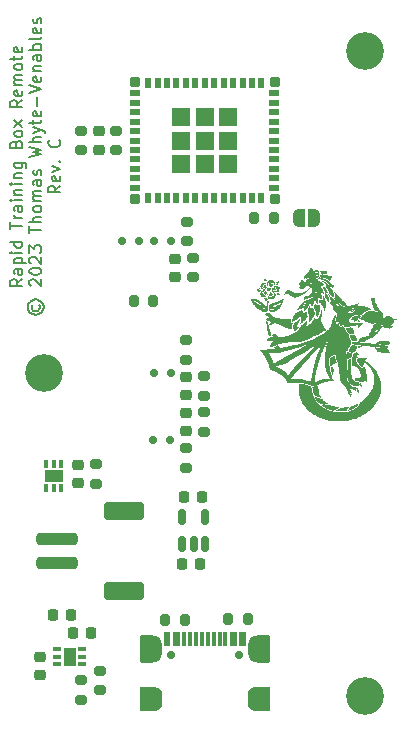
<source format=gbr>
%TF.GenerationSoftware,KiCad,Pcbnew,7.0.7*%
%TF.CreationDate,2023-09-25T17:24:59+01:00*%
%TF.ProjectId,Rapid Remote,52617069-6420-4526-956d-6f74652e6b69,C*%
%TF.SameCoordinates,PX8044ea0PY76ec560*%
%TF.FileFunction,Soldermask,Top*%
%TF.FilePolarity,Negative*%
%FSLAX46Y46*%
G04 Gerber Fmt 4.6, Leading zero omitted, Abs format (unit mm)*
G04 Created by KiCad (PCBNEW 7.0.7) date 2023-09-25 17:24:59*
%MOMM*%
%LPD*%
G01*
G04 APERTURE LIST*
G04 Aperture macros list*
%AMRoundRect*
0 Rectangle with rounded corners*
0 $1 Rounding radius*
0 $2 $3 $4 $5 $6 $7 $8 $9 X,Y pos of 4 corners*
0 Add a 4 corners polygon primitive as box body*
4,1,4,$2,$3,$4,$5,$6,$7,$8,$9,$2,$3,0*
0 Add four circle primitives for the rounded corners*
1,1,$1+$1,$2,$3*
1,1,$1+$1,$4,$5*
1,1,$1+$1,$6,$7*
1,1,$1+$1,$8,$9*
0 Add four rect primitives between the rounded corners*
20,1,$1+$1,$2,$3,$4,$5,0*
20,1,$1+$1,$4,$5,$6,$7,0*
20,1,$1+$1,$6,$7,$8,$9,0*
20,1,$1+$1,$8,$9,$2,$3,0*%
%AMFreePoly0*
4,1,19,0.500000,-0.750000,0.000000,-0.750000,0.000000,-0.744911,-0.071157,-0.744911,-0.207708,-0.704816,-0.327430,-0.627875,-0.420627,-0.520320,-0.479746,-0.390866,-0.500000,-0.250000,-0.500000,0.250000,-0.479746,0.390866,-0.420627,0.520320,-0.327430,0.627875,-0.207708,0.704816,-0.071157,0.744911,0.000000,0.744911,0.000000,0.750000,0.500000,0.750000,0.500000,-0.750000,0.500000,-0.750000,
$1*%
%AMFreePoly1*
4,1,19,0.000000,0.744911,0.071157,0.744911,0.207708,0.704816,0.327430,0.627875,0.420627,0.520320,0.479746,0.390866,0.500000,0.250000,0.500000,-0.250000,0.479746,-0.390866,0.420627,-0.520320,0.327430,-0.627875,0.207708,-0.704816,0.071157,-0.744911,0.000000,-0.744911,0.000000,-0.750000,-0.500000,-0.750000,-0.500000,0.750000,0.000000,0.750000,0.000000,0.744911,0.000000,0.744911,
$1*%
G04 Aperture macros list end*
%ADD10C,0.000000*%
%ADD11C,0.127000*%
%ADD12R,0.350000X0.650000*%
%ADD13R,1.600000X1.000000*%
%ADD14RoundRect,0.200000X-0.275000X0.200000X-0.275000X-0.200000X0.275000X-0.200000X0.275000X0.200000X0*%
%ADD15RoundRect,0.225000X0.225000X0.250000X-0.225000X0.250000X-0.225000X-0.250000X0.225000X-0.250000X0*%
%ADD16RoundRect,0.225000X-0.225000X-0.250000X0.225000X-0.250000X0.225000X0.250000X-0.225000X0.250000X0*%
%ADD17RoundRect,0.150000X0.150000X0.200000X-0.150000X0.200000X-0.150000X-0.200000X0.150000X-0.200000X0*%
%ADD18C,3.200000*%
%ADD19RoundRect,0.218750X-0.256250X0.218750X-0.256250X-0.218750X0.256250X-0.218750X0.256250X0.218750X0*%
%ADD20RoundRect,0.200000X-0.200000X-0.275000X0.200000X-0.275000X0.200000X0.275000X-0.200000X0.275000X0*%
%ADD21RoundRect,0.200000X0.275000X-0.200000X0.275000X0.200000X-0.275000X0.200000X-0.275000X-0.200000X0*%
%ADD22RoundRect,0.050800X0.400000X-0.200000X0.400000X0.200000X-0.400000X0.200000X-0.400000X-0.200000X0*%
%ADD23RoundRect,0.050800X-0.200000X-0.400000X0.200000X-0.400000X0.200000X0.400000X-0.200000X0.400000X0*%
%ADD24RoundRect,0.050800X0.725000X-0.725000X0.725000X0.725000X-0.725000X0.725000X-0.725000X-0.725000X0*%
%ADD25RoundRect,0.050800X-0.350000X-0.350000X0.350000X-0.350000X0.350000X0.350000X-0.350000X0.350000X0*%
%ADD26RoundRect,0.225000X-0.250000X0.225000X-0.250000X-0.225000X0.250000X-0.225000X0.250000X0.225000X0*%
%ADD27RoundRect,0.150000X-0.150000X-0.200000X0.150000X-0.200000X0.150000X0.200000X-0.150000X0.200000X0*%
%ADD28RoundRect,0.200000X0.200000X0.275000X-0.200000X0.275000X-0.200000X-0.275000X0.200000X-0.275000X0*%
%ADD29RoundRect,0.225000X0.250000X-0.225000X0.250000X0.225000X-0.250000X0.225000X-0.250000X-0.225000X0*%
%ADD30C,0.701600*%
%ADD31RoundRect,0.050800X-0.550000X-1.100000X0.550000X-1.100000X0.550000X1.100000X-0.550000X1.100000X0*%
%ADD32O,1.301600X2.301600*%
%ADD33RoundRect,0.050800X-0.550000X-1.000000X0.550000X-1.000000X0.550000X1.000000X-0.550000X1.000000X0*%
%ADD34O,1.401600X2.101600*%
%ADD35RoundRect,0.050800X-0.150000X-0.575000X0.150000X-0.575000X0.150000X0.575000X-0.150000X0.575000X0*%
%ADD36RoundRect,0.050800X-0.125000X-0.575000X0.125000X-0.575000X0.125000X0.575000X-0.125000X0.575000X0*%
%ADD37RoundRect,0.250000X1.500000X-0.250000X1.500000X0.250000X-1.500000X0.250000X-1.500000X-0.250000X0*%
%ADD38RoundRect,0.250001X1.449999X-0.499999X1.449999X0.499999X-1.449999X0.499999X-1.449999X-0.499999X0*%
%ADD39RoundRect,0.150000X0.150000X-0.512500X0.150000X0.512500X-0.150000X0.512500X-0.150000X-0.512500X0*%
%ADD40R,0.650000X0.350000*%
%ADD41R,1.000000X1.600000*%
%ADD42FreePoly0,180.000000*%
%ADD43FreePoly1,180.000000*%
G04 APERTURE END LIST*
D10*
G36*
X30230235Y29981921D02*
G01*
X30233136Y29981193D01*
X30236207Y29980074D01*
X30239449Y29978561D01*
X30242862Y29976656D01*
X30246448Y29974359D01*
X30250209Y29971669D01*
X30254146Y29968588D01*
X30258260Y29965114D01*
X30262552Y29961249D01*
X30267024Y29956992D01*
X30276511Y29947303D01*
X30286731Y29936050D01*
X30296985Y29924102D01*
X30306515Y29912364D01*
X30315357Y29900753D01*
X30323549Y29889189D01*
X30331130Y29877591D01*
X30338137Y29865876D01*
X30344607Y29853964D01*
X30350579Y29841774D01*
X30356089Y29829224D01*
X30361177Y29816233D01*
X30365879Y29802720D01*
X30370233Y29788603D01*
X30374277Y29773802D01*
X30378048Y29758235D01*
X30381585Y29741820D01*
X30384925Y29724478D01*
X30389876Y29695139D01*
X30391697Y29682307D01*
X30393075Y29670641D01*
X30394007Y29660095D01*
X30394488Y29650626D01*
X30394513Y29642187D01*
X30394078Y29634736D01*
X30393180Y29628226D01*
X30391814Y29622613D01*
X30389976Y29617853D01*
X30387661Y29613901D01*
X30384865Y29610711D01*
X30381584Y29608240D01*
X30377813Y29606443D01*
X30373549Y29605275D01*
X30372468Y29605127D01*
X30371368Y29605095D01*
X30370249Y29605181D01*
X30369110Y29605384D01*
X30367951Y29605705D01*
X30366772Y29606143D01*
X30365573Y29606700D01*
X30364354Y29607374D01*
X30363114Y29608168D01*
X30361853Y29609080D01*
X30360571Y29610112D01*
X30359267Y29611263D01*
X30357942Y29612533D01*
X30356595Y29613924D01*
X30355226Y29615435D01*
X30353835Y29617066D01*
X30352422Y29618818D01*
X30350986Y29620691D01*
X30348044Y29624801D01*
X30345010Y29629398D01*
X30341880Y29634485D01*
X30338654Y29640063D01*
X30335329Y29646135D01*
X30331903Y29652703D01*
X30328376Y29659768D01*
X30323189Y29669773D01*
X30317393Y29679862D01*
X30311038Y29689979D01*
X30304174Y29700071D01*
X30296850Y29710083D01*
X30289118Y29719961D01*
X30281026Y29729650D01*
X30272624Y29739095D01*
X30263963Y29748244D01*
X30255093Y29757040D01*
X30246062Y29765430D01*
X30236923Y29773359D01*
X30227723Y29780773D01*
X30218513Y29787617D01*
X30209344Y29793837D01*
X30200264Y29799379D01*
X30197264Y29801172D01*
X30195904Y29802047D01*
X30194636Y29802916D01*
X30193459Y29803782D01*
X30192372Y29804652D01*
X30191375Y29805531D01*
X30190466Y29806424D01*
X30189645Y29807336D01*
X30188912Y29808274D01*
X30188264Y29809241D01*
X30187703Y29810244D01*
X30187225Y29811287D01*
X30186832Y29812377D01*
X30186522Y29813518D01*
X30186294Y29814716D01*
X30186147Y29815976D01*
X30186081Y29817303D01*
X30186095Y29818703D01*
X30186188Y29820181D01*
X30186359Y29821742D01*
X30186607Y29823392D01*
X30186932Y29825135D01*
X30187332Y29826979D01*
X30187808Y29828926D01*
X30188357Y29830984D01*
X30189676Y29835450D01*
X30191281Y29840420D01*
X30193166Y29845936D01*
X30194422Y29849782D01*
X30195644Y29853991D01*
X30196824Y29858523D01*
X30197956Y29863336D01*
X30200051Y29873634D01*
X30201878Y29884551D01*
X30203388Y29895752D01*
X30204529Y29906901D01*
X30205250Y29917662D01*
X30205438Y29922792D01*
X30205502Y29927700D01*
X30205575Y29934065D01*
X30205794Y29940035D01*
X30206160Y29945609D01*
X30206676Y29950789D01*
X30207341Y29955574D01*
X30208158Y29959965D01*
X30209127Y29963961D01*
X30210251Y29967562D01*
X30211530Y29970770D01*
X30212965Y29973583D01*
X30214558Y29976003D01*
X30216310Y29978029D01*
X30218222Y29979661D01*
X30220296Y29980899D01*
X30222533Y29981744D01*
X30224935Y29982196D01*
X30227501Y29982255D01*
X30230235Y29981921D01*
G37*
G36*
X30140440Y35696209D02*
G01*
X30162340Y35694394D01*
X30185526Y35691771D01*
X30209321Y35688443D01*
X30233049Y35684513D01*
X30256035Y35680084D01*
X30277600Y35675261D01*
X30297070Y35670145D01*
X30313767Y35664841D01*
X30327016Y35659452D01*
X30332135Y35656757D01*
X30336139Y35654080D01*
X30338942Y35651433D01*
X30340461Y35648830D01*
X30340683Y35646842D01*
X30340247Y35644321D01*
X30339180Y35641295D01*
X30337513Y35637796D01*
X30332498Y35629501D01*
X30325437Y35619678D01*
X30316569Y35608571D01*
X30306131Y35596424D01*
X30294359Y35583480D01*
X30281492Y35569984D01*
X30267767Y35556178D01*
X30253421Y35542306D01*
X30238691Y35528613D01*
X30223815Y35515342D01*
X30209030Y35502736D01*
X30194573Y35491039D01*
X30180681Y35480494D01*
X30167593Y35471346D01*
X30146719Y35457517D01*
X30130999Y35447392D01*
X30124771Y35443627D01*
X30119470Y35440678D01*
X30114976Y35438508D01*
X30111169Y35437081D01*
X30109485Y35436635D01*
X30107928Y35436360D01*
X30106482Y35436253D01*
X30105133Y35436309D01*
X30103865Y35436522D01*
X30102663Y35436890D01*
X30101513Y35437406D01*
X30100399Y35438066D01*
X30098219Y35439802D01*
X30096003Y35442061D01*
X30090983Y35447999D01*
X30089721Y35449637D01*
X30088614Y35451318D01*
X30088118Y35452174D01*
X30087662Y35453039D01*
X30087244Y35453913D01*
X30086865Y35454796D01*
X30086526Y35455686D01*
X30086225Y35456583D01*
X30085963Y35457487D01*
X30085741Y35458398D01*
X30085557Y35459314D01*
X30085413Y35460235D01*
X30085307Y35461161D01*
X30085241Y35462091D01*
X30085214Y35463024D01*
X30085226Y35463961D01*
X30085277Y35464900D01*
X30085368Y35465841D01*
X30085498Y35466784D01*
X30085667Y35467728D01*
X30086123Y35469616D01*
X30086737Y35471501D01*
X30087508Y35473381D01*
X30088438Y35475249D01*
X30089526Y35477103D01*
X30090880Y35479503D01*
X30092130Y35482241D01*
X30094316Y35488663D01*
X30096090Y35496228D01*
X30097456Y35504798D01*
X30098420Y35514233D01*
X30098985Y35524394D01*
X30099158Y35535142D01*
X30098943Y35546338D01*
X30098346Y35557841D01*
X30097370Y35569513D01*
X30096022Y35581215D01*
X30094306Y35592808D01*
X30092227Y35604151D01*
X30089790Y35615106D01*
X30087000Y35625534D01*
X30083863Y35635294D01*
X30080807Y35644485D01*
X30078187Y35653432D01*
X30076044Y35661913D01*
X30074418Y35669705D01*
X30073812Y35673274D01*
X30073350Y35676587D01*
X30073038Y35679617D01*
X30072881Y35682335D01*
X30072884Y35684715D01*
X30073052Y35686728D01*
X30073390Y35688346D01*
X30073903Y35689542D01*
X30075939Y35691602D01*
X30079227Y35693318D01*
X30083682Y35694703D01*
X30089220Y35695770D01*
X30103204Y35697000D01*
X30120502Y35697112D01*
X30140440Y35696209D01*
G37*
G36*
X22552327Y38021083D02*
G01*
X22566792Y38020549D01*
X22580231Y38019485D01*
X22592673Y38017878D01*
X22604146Y38015712D01*
X22614679Y38012973D01*
X22624300Y38009646D01*
X22633038Y38005716D01*
X22640923Y38001170D01*
X22647981Y37995993D01*
X22651209Y37993163D01*
X22654242Y37990169D01*
X22657083Y37987010D01*
X22659735Y37983685D01*
X22664488Y37976525D01*
X22668529Y37968676D01*
X22671888Y37960122D01*
X22674593Y37950850D01*
X22676903Y37939894D01*
X22678384Y37929018D01*
X22679037Y37918223D01*
X22678862Y37907508D01*
X22677859Y37896874D01*
X22676028Y37886321D01*
X22673368Y37875848D01*
X22669880Y37865456D01*
X22665564Y37855145D01*
X22660420Y37844915D01*
X22654448Y37834766D01*
X22647647Y37824698D01*
X22640019Y37814710D01*
X22631563Y37804804D01*
X22622278Y37794980D01*
X22612166Y37785236D01*
X22604364Y37778102D01*
X22597287Y37771790D01*
X22590817Y37766252D01*
X22584839Y37761441D01*
X22579236Y37757308D01*
X22573891Y37753807D01*
X22571279Y37752279D01*
X22568688Y37750890D01*
X22566103Y37749635D01*
X22563510Y37748508D01*
X22560894Y37747503D01*
X22558241Y37746615D01*
X22555535Y37745836D01*
X22552763Y37745162D01*
X22549910Y37744585D01*
X22546961Y37744101D01*
X22540719Y37743386D01*
X22533918Y37742969D01*
X22526444Y37742801D01*
X22518179Y37742834D01*
X22509007Y37743023D01*
X22497339Y37743402D01*
X22485566Y37743931D01*
X22474010Y37744584D01*
X22462991Y37745337D01*
X22452830Y37746168D01*
X22443849Y37747051D01*
X22436369Y37747962D01*
X22430711Y37748879D01*
X22430711Y37748878D01*
X22427493Y37749614D01*
X22424283Y37750553D01*
X22421084Y37751692D01*
X22417901Y37753024D01*
X22414736Y37754545D01*
X22411595Y37756251D01*
X22408481Y37758135D01*
X22405399Y37760193D01*
X22402352Y37762420D01*
X22399344Y37764811D01*
X22396379Y37767361D01*
X22393462Y37770064D01*
X22390596Y37772916D01*
X22387785Y37775912D01*
X22382345Y37782316D01*
X22377174Y37789234D01*
X22372304Y37796628D01*
X22367767Y37804455D01*
X22363596Y37812678D01*
X22359821Y37821254D01*
X22356475Y37830145D01*
X22353590Y37839309D01*
X22352330Y37843982D01*
X22351198Y37848708D01*
X22349373Y37858013D01*
X22348116Y37867136D01*
X22347420Y37876069D01*
X22347276Y37884806D01*
X22347676Y37893340D01*
X22348614Y37901662D01*
X22350082Y37909767D01*
X22352072Y37917648D01*
X22354577Y37925297D01*
X22357588Y37932707D01*
X22361099Y37939871D01*
X22365103Y37946783D01*
X22369590Y37953434D01*
X22374554Y37959819D01*
X22379988Y37965930D01*
X22385883Y37971761D01*
X22392232Y37977303D01*
X22399027Y37982550D01*
X22406262Y37987495D01*
X22413928Y37992131D01*
X22422017Y37996452D01*
X22430523Y38000449D01*
X22439438Y38004116D01*
X22448753Y38007445D01*
X22458462Y38010431D01*
X22468557Y38013065D01*
X22479030Y38015342D01*
X22489875Y38017252D01*
X22501082Y38018791D01*
X22512645Y38019950D01*
X22524556Y38020723D01*
X22536807Y38021102D01*
X22552327Y38021083D01*
G37*
G36*
X25372242Y36065082D02*
G01*
X25375261Y36025484D01*
X25379565Y35986957D01*
X25384946Y35950486D01*
X25391201Y35917053D01*
X25398121Y35887642D01*
X25401766Y35874752D01*
X25405501Y35863235D01*
X25409299Y35853215D01*
X25413135Y35844815D01*
X25416983Y35838157D01*
X25420817Y35833365D01*
X25422461Y35832568D01*
X25424870Y35832650D01*
X25428002Y35833573D01*
X25431817Y35835296D01*
X25441333Y35840993D01*
X25453092Y35849432D01*
X25466770Y35860303D01*
X25482041Y35873299D01*
X25498580Y35888109D01*
X25516063Y35904425D01*
X25534163Y35921937D01*
X25552556Y35940336D01*
X25570917Y35959314D01*
X25588921Y35978561D01*
X25606242Y35997768D01*
X25622555Y36016626D01*
X25637535Y36034826D01*
X25650857Y36052059D01*
X25697000Y36114077D01*
X25697000Y36056078D01*
X25697456Y36042255D01*
X25698779Y36026050D01*
X25700907Y36007757D01*
X25703773Y35987668D01*
X25711464Y35943284D01*
X25721335Y35895249D01*
X25732869Y35845917D01*
X25745549Y35797640D01*
X25758858Y35752769D01*
X25765586Y35732347D01*
X25772278Y35713658D01*
X25796565Y35648944D01*
X25762993Y35581367D01*
X25755838Y35567808D01*
X25747117Y35552759D01*
X25736900Y35536308D01*
X25725255Y35518544D01*
X25712250Y35499557D01*
X25697954Y35479437D01*
X25665758Y35436154D01*
X25629216Y35389411D01*
X25588874Y35339923D01*
X25545277Y35288407D01*
X25498973Y35235576D01*
X25487183Y35222567D01*
X25474898Y35209442D01*
X25462042Y35196133D01*
X25448538Y35182572D01*
X25419280Y35154420D01*
X25386512Y35124436D01*
X25349622Y35092072D01*
X25307996Y35056781D01*
X25261024Y35018015D01*
X25208091Y34975225D01*
X25158390Y34935383D01*
X25177696Y34975878D01*
X25183337Y34988195D01*
X25188746Y35000993D01*
X25193924Y35014281D01*
X25198874Y35028068D01*
X25203598Y35042361D01*
X25208098Y35057171D01*
X25212375Y35072505D01*
X25216433Y35088373D01*
X25220273Y35104782D01*
X25223897Y35121743D01*
X25227308Y35139263D01*
X25230508Y35157351D01*
X25236281Y35195267D01*
X25241235Y35235560D01*
X25245828Y35290741D01*
X25249197Y35357605D01*
X25251324Y35430412D01*
X25252190Y35503420D01*
X25251777Y35570889D01*
X25250066Y35627078D01*
X25247039Y35666246D01*
X25245026Y35677654D01*
X25242677Y35682653D01*
X25242100Y35682877D01*
X25241384Y35682927D01*
X25240534Y35682806D01*
X25239554Y35682519D01*
X25238448Y35682069D01*
X25237221Y35681459D01*
X25235876Y35680695D01*
X25234418Y35679778D01*
X25231181Y35677508D01*
X25227541Y35674678D01*
X25223535Y35671320D01*
X25219194Y35667465D01*
X25214554Y35663143D01*
X25209649Y35658385D01*
X25204511Y35653223D01*
X25199175Y35647687D01*
X25193675Y35641809D01*
X25188046Y35635618D01*
X25182320Y35629146D01*
X25176531Y35622423D01*
X25154085Y35596459D01*
X25131709Y35571500D01*
X25109385Y35547530D01*
X25087095Y35524533D01*
X25064819Y35502495D01*
X25042539Y35481398D01*
X25020237Y35461228D01*
X24997893Y35441969D01*
X24975489Y35423605D01*
X24953006Y35406120D01*
X24930427Y35389499D01*
X24907731Y35373726D01*
X24884900Y35358785D01*
X24861917Y35344660D01*
X24838761Y35331337D01*
X24815414Y35318798D01*
X24780266Y35300038D01*
X24740900Y35278150D01*
X24702128Y35255855D01*
X24668761Y35235874D01*
X24638754Y35217668D01*
X24610339Y35201001D01*
X24584039Y35186149D01*
X24560374Y35173384D01*
X24539866Y35162979D01*
X24523037Y35155209D01*
X24516164Y35152397D01*
X24510407Y35150346D01*
X24505830Y35149091D01*
X24502498Y35148665D01*
X24501975Y35148732D01*
X24501441Y35148932D01*
X24500896Y35149261D01*
X24500342Y35149715D01*
X24499779Y35150293D01*
X24499209Y35150989D01*
X24498633Y35151802D01*
X24498052Y35152727D01*
X24497466Y35153762D01*
X24496878Y35154903D01*
X24495696Y35157489D01*
X24494517Y35160460D01*
X24493347Y35163789D01*
X24492196Y35167450D01*
X24491073Y35171417D01*
X24489986Y35175662D01*
X24488944Y35180161D01*
X24487956Y35184885D01*
X24487031Y35189810D01*
X24486178Y35194908D01*
X24485404Y35200153D01*
X24483582Y35225043D01*
X24484390Y35253174D01*
X24487690Y35284166D01*
X24493344Y35317641D01*
X24501216Y35353222D01*
X24511167Y35390530D01*
X24523060Y35429187D01*
X24536758Y35468815D01*
X24552122Y35509035D01*
X24569014Y35549470D01*
X24587299Y35589742D01*
X24606837Y35629472D01*
X24627490Y35668283D01*
X24649123Y35705795D01*
X24671596Y35741631D01*
X24694773Y35775413D01*
X24714626Y35802282D01*
X24734177Y35827117D01*
X24753800Y35850163D01*
X24773866Y35871667D01*
X24794748Y35891874D01*
X24816820Y35911031D01*
X24828418Y35920293D01*
X24840454Y35929384D01*
X24866021Y35947178D01*
X24893896Y35964659D01*
X24924451Y35982074D01*
X24958058Y35999669D01*
X24995089Y36017689D01*
X25035919Y36036380D01*
X25080919Y36055988D01*
X25130461Y36076760D01*
X25184920Y36098942D01*
X25366048Y36171875D01*
X25372242Y36065082D01*
G37*
G36*
X22804687Y38732400D02*
G01*
X22805645Y38732194D01*
X22806652Y38731889D01*
X22807707Y38731486D01*
X22808807Y38730987D01*
X22809949Y38730396D01*
X22811131Y38729713D01*
X22812350Y38728942D01*
X22813604Y38728084D01*
X22816206Y38726117D01*
X22818919Y38723829D01*
X22821721Y38721239D01*
X22824594Y38718364D01*
X22827518Y38715221D01*
X22830472Y38711827D01*
X22833437Y38708201D01*
X22836393Y38704359D01*
X22839320Y38700320D01*
X22842199Y38696100D01*
X22848889Y38686511D01*
X22857458Y38675050D01*
X22867553Y38662148D01*
X22878819Y38648236D01*
X22890903Y38633743D01*
X22903451Y38619102D01*
X22916107Y38604743D01*
X22928520Y38591096D01*
X22941746Y38576468D01*
X22953926Y38562267D01*
X22965087Y38548437D01*
X22975255Y38534920D01*
X22984458Y38521657D01*
X22992723Y38508591D01*
X23000077Y38495664D01*
X23006547Y38482818D01*
X23012162Y38469996D01*
X23016947Y38457140D01*
X23020930Y38444192D01*
X23024138Y38431095D01*
X23026599Y38417790D01*
X23028339Y38404219D01*
X23029387Y38390326D01*
X23029768Y38376052D01*
X23029670Y38364276D01*
X23029259Y38353567D01*
X23028510Y38343882D01*
X23027393Y38335178D01*
X23025883Y38327415D01*
X23023951Y38320548D01*
X23022819Y38317438D01*
X23021571Y38314536D01*
X23020204Y38311838D01*
X23018714Y38309337D01*
X23017099Y38307029D01*
X23015354Y38304908D01*
X23013477Y38302969D01*
X23011464Y38301207D01*
X23009311Y38299616D01*
X23007015Y38298191D01*
X23004573Y38296927D01*
X23001982Y38295818D01*
X22999237Y38294860D01*
X22996335Y38294047D01*
X22990049Y38292834D01*
X22983095Y38292137D01*
X22975447Y38291914D01*
X22970913Y38291979D01*
X22966837Y38292198D01*
X22964960Y38292376D01*
X22963186Y38292607D01*
X22961511Y38292893D01*
X22959929Y38293241D01*
X22958438Y38293655D01*
X22957033Y38294138D01*
X22955710Y38294696D01*
X22954465Y38295333D01*
X22953294Y38296053D01*
X22952193Y38296861D01*
X22951158Y38297762D01*
X22950184Y38298760D01*
X22949268Y38299860D01*
X22948406Y38301065D01*
X22947593Y38302382D01*
X22946826Y38303813D01*
X22946101Y38305364D01*
X22945413Y38307038D01*
X22944758Y38308842D01*
X22944132Y38310778D01*
X22942953Y38315068D01*
X22941843Y38319945D01*
X22940768Y38325444D01*
X22939697Y38331602D01*
X22936828Y38348007D01*
X22933893Y38363336D01*
X22931237Y38375873D01*
X22930120Y38380558D01*
X22929203Y38383902D01*
X22928313Y38386352D01*
X22927170Y38388774D01*
X22925777Y38391166D01*
X22924136Y38393527D01*
X22922252Y38395855D01*
X22920126Y38398149D01*
X22917763Y38400408D01*
X22915166Y38402630D01*
X22912337Y38404814D01*
X22909280Y38406959D01*
X22905999Y38409064D01*
X22902495Y38411126D01*
X22898773Y38413145D01*
X22894836Y38415120D01*
X22890686Y38417049D01*
X22886327Y38418931D01*
X22876995Y38422547D01*
X22866865Y38425959D01*
X22855962Y38429156D01*
X22844311Y38432127D01*
X22831939Y38434862D01*
X22818869Y38437350D01*
X22805129Y38439581D01*
X22790743Y38441544D01*
X22759232Y38445922D01*
X22745015Y38448302D01*
X22731699Y38450856D01*
X22719188Y38453616D01*
X22707389Y38456617D01*
X22696209Y38459892D01*
X22685553Y38463474D01*
X22675326Y38467399D01*
X22665436Y38471700D01*
X22655788Y38476410D01*
X22646288Y38481563D01*
X22636842Y38487193D01*
X22627355Y38493334D01*
X22617735Y38500020D01*
X22607887Y38507285D01*
X22602086Y38511632D01*
X22596844Y38515443D01*
X22592094Y38518730D01*
X22587769Y38521507D01*
X22583801Y38523788D01*
X22581929Y38524747D01*
X22580122Y38525587D01*
X22578370Y38526309D01*
X22576665Y38526916D01*
X22574999Y38527409D01*
X22573362Y38527790D01*
X22571748Y38528060D01*
X22570146Y38528221D01*
X22568550Y38528275D01*
X22566949Y38528224D01*
X22565337Y38528069D01*
X22563704Y38527811D01*
X22562042Y38527454D01*
X22560343Y38526997D01*
X22556798Y38525795D01*
X22553002Y38524219D01*
X22548888Y38522281D01*
X22544387Y38519996D01*
X22541440Y38518392D01*
X22538324Y38516564D01*
X22535067Y38514534D01*
X22531696Y38512322D01*
X22528237Y38509949D01*
X22524717Y38507436D01*
X22517602Y38502074D01*
X22510565Y38496404D01*
X22503821Y38490592D01*
X22500626Y38487686D01*
X22497585Y38484806D01*
X22494724Y38481975D01*
X22492071Y38479213D01*
X22487750Y38474550D01*
X22485800Y38472378D01*
X22483987Y38470278D01*
X22482310Y38468223D01*
X22480766Y38466185D01*
X22479354Y38464139D01*
X22478071Y38462057D01*
X22476915Y38459913D01*
X22475884Y38457679D01*
X22474977Y38455330D01*
X22474190Y38452839D01*
X22473523Y38450178D01*
X22472972Y38447321D01*
X22472536Y38444242D01*
X22472213Y38440913D01*
X22472001Y38437309D01*
X22471897Y38433401D01*
X22471900Y38429163D01*
X22472007Y38424570D01*
X22472217Y38419593D01*
X22472527Y38414207D01*
X22472936Y38408384D01*
X22473440Y38402097D01*
X22474731Y38388028D01*
X22476381Y38371785D01*
X22480696Y38331923D01*
X22483221Y38307272D01*
X22485308Y38283574D01*
X22486931Y38261398D01*
X22488062Y38241313D01*
X22488675Y38223888D01*
X22488745Y38209690D01*
X22488243Y38199289D01*
X22487771Y38195691D01*
X22487145Y38193254D01*
X22486109Y38191085D01*
X22484733Y38189059D01*
X22483037Y38187176D01*
X22481038Y38185437D01*
X22478755Y38183841D01*
X22476207Y38182388D01*
X22473412Y38181078D01*
X22470389Y38179911D01*
X22467157Y38178886D01*
X22463734Y38178004D01*
X22460138Y38177263D01*
X22456389Y38176665D01*
X22448503Y38175893D01*
X22440225Y38175688D01*
X22431704Y38176047D01*
X22423087Y38176969D01*
X22414525Y38178453D01*
X22406164Y38180497D01*
X22402106Y38181729D01*
X22398155Y38183101D01*
X22394328Y38184612D01*
X22390645Y38186262D01*
X22387124Y38188052D01*
X22383783Y38189980D01*
X22380642Y38192048D01*
X22377718Y38194253D01*
X22377718Y38194254D01*
X22372568Y38198555D01*
X22367736Y38202859D01*
X22363222Y38207164D01*
X22359025Y38211470D01*
X22355146Y38215776D01*
X22351585Y38220082D01*
X22348342Y38224387D01*
X22345417Y38228691D01*
X22342809Y38232993D01*
X22340520Y38237293D01*
X22338548Y38241589D01*
X22336895Y38245882D01*
X22335560Y38250170D01*
X22334542Y38254454D01*
X22333843Y38258732D01*
X22333462Y38263004D01*
X22333399Y38267270D01*
X22333654Y38271528D01*
X22334227Y38275779D01*
X22335119Y38280022D01*
X22336329Y38284255D01*
X22337857Y38288480D01*
X22339703Y38292694D01*
X22341868Y38296898D01*
X22344351Y38301090D01*
X22347153Y38305271D01*
X22350273Y38309439D01*
X22353712Y38313595D01*
X22357469Y38317737D01*
X22361545Y38321865D01*
X22365939Y38325979D01*
X22370652Y38330077D01*
X22409804Y38362948D01*
X22396782Y38433619D01*
X22394314Y38448219D01*
X22392479Y38461914D01*
X22391301Y38474780D01*
X22390801Y38486892D01*
X22391002Y38498328D01*
X22391925Y38509161D01*
X22393593Y38519468D01*
X22396027Y38529324D01*
X22399250Y38538805D01*
X22403284Y38547986D01*
X22408152Y38556944D01*
X22413874Y38565752D01*
X22420474Y38574489D01*
X22427974Y38583228D01*
X22436394Y38592045D01*
X22445759Y38601016D01*
X22452055Y38605882D01*
X22461072Y38611467D01*
X22472577Y38617679D01*
X22486336Y38624431D01*
X22502116Y38631632D01*
X22519684Y38639192D01*
X22559245Y38655033D01*
X22603153Y38671235D01*
X22649538Y38687083D01*
X22696532Y38701858D01*
X22719673Y38708619D01*
X22742266Y38714843D01*
X22761052Y38719973D01*
X22778464Y38724952D01*
X22792560Y38729211D01*
X22797759Y38730893D01*
X22801401Y38732181D01*
X22802136Y38732397D01*
X22802930Y38732503D01*
X22803781Y38732504D01*
X22804687Y38732400D01*
G37*
G36*
X22187120Y38311426D02*
G01*
X22190420Y38310809D01*
X22193764Y38309784D01*
X22197137Y38308359D01*
X22200527Y38306542D01*
X22203921Y38304340D01*
X22207305Y38301761D01*
X22210667Y38298813D01*
X22213994Y38295504D01*
X22217272Y38291841D01*
X22220489Y38287832D01*
X22223631Y38283484D01*
X22226686Y38278806D01*
X22229640Y38273805D01*
X22232481Y38268490D01*
X22235195Y38262866D01*
X22237769Y38256943D01*
X22240191Y38250728D01*
X22242447Y38244229D01*
X22244524Y38237453D01*
X22246410Y38230409D01*
X22248077Y38224204D01*
X22249977Y38218054D01*
X22252111Y38211958D01*
X22254480Y38205913D01*
X22257084Y38199919D01*
X22259924Y38193975D01*
X22263002Y38188079D01*
X22266317Y38182230D01*
X22269871Y38176426D01*
X22273664Y38170666D01*
X22277698Y38164949D01*
X22281973Y38159273D01*
X22286489Y38153637D01*
X22291248Y38148041D01*
X22296250Y38142481D01*
X22301496Y38136958D01*
X22307173Y38131050D01*
X22312338Y38125486D01*
X22317003Y38120245D01*
X22321180Y38115306D01*
X22324880Y38110648D01*
X22328116Y38106250D01*
X22330899Y38102090D01*
X22333241Y38098147D01*
X22335153Y38094400D01*
X22336648Y38090829D01*
X22337736Y38087411D01*
X22338430Y38084125D01*
X22338742Y38080951D01*
X22338682Y38077868D01*
X22338263Y38074853D01*
X22337497Y38071886D01*
X22335326Y38066214D01*
X22332129Y38059472D01*
X22328049Y38051860D01*
X22323230Y38043577D01*
X22317815Y38034822D01*
X22311948Y38025795D01*
X22299432Y38007719D01*
X22293070Y37999068D01*
X22286830Y37990942D01*
X22280856Y37983540D01*
X22275291Y37977060D01*
X22270279Y37971702D01*
X22265964Y37967665D01*
X22262488Y37965148D01*
X22261110Y37964522D01*
X22259996Y37964350D01*
X22259004Y37964538D01*
X22257665Y37964984D01*
X22256003Y37965676D01*
X22254041Y37966599D01*
X22251801Y37967740D01*
X22249306Y37969086D01*
X22246579Y37970623D01*
X22243644Y37972337D01*
X22237237Y37976243D01*
X22230270Y37980696D01*
X22222923Y37985588D01*
X22215382Y37990809D01*
X22207876Y37995908D01*
X22200614Y38000410D01*
X22193529Y38004320D01*
X22186555Y38007646D01*
X22179625Y38010395D01*
X22176156Y38011556D01*
X22172672Y38012575D01*
X22169166Y38013453D01*
X22165628Y38014192D01*
X22162052Y38014792D01*
X22158428Y38015255D01*
X22154748Y38015580D01*
X22151004Y38015769D01*
X22143289Y38015743D01*
X22135216Y38015183D01*
X22126718Y38014097D01*
X22117729Y38012491D01*
X22108182Y38010374D01*
X22098010Y38007752D01*
X22087145Y38004633D01*
X22082260Y38003274D01*
X22077442Y38002140D01*
X22072698Y38001229D01*
X22068034Y38000537D01*
X22063454Y38000061D01*
X22058965Y37999798D01*
X22054572Y37999745D01*
X22050282Y37999898D01*
X22046099Y38000254D01*
X22042030Y38000811D01*
X22038080Y38001564D01*
X22034255Y38002511D01*
X22030561Y38003649D01*
X22027003Y38004974D01*
X22023588Y38006483D01*
X22020321Y38008173D01*
X22017207Y38010041D01*
X22014252Y38012083D01*
X22011463Y38014297D01*
X22008845Y38016679D01*
X22006403Y38019226D01*
X22004143Y38021934D01*
X22002072Y38024801D01*
X22000194Y38027824D01*
X21998515Y38030999D01*
X21997042Y38034323D01*
X21995780Y38037793D01*
X21994735Y38041405D01*
X21993911Y38045157D01*
X21993316Y38049045D01*
X21992955Y38053066D01*
X21992833Y38057217D01*
X21992934Y38061595D01*
X21993258Y38065654D01*
X21993515Y38067575D01*
X21993839Y38069429D01*
X21994235Y38071222D01*
X21994707Y38072958D01*
X21995260Y38074642D01*
X21995897Y38076277D01*
X21996623Y38077868D01*
X21997441Y38079421D01*
X21998356Y38080939D01*
X21999371Y38082428D01*
X22000491Y38083891D01*
X22001720Y38085333D01*
X22003061Y38086759D01*
X22004520Y38088173D01*
X22006099Y38089580D01*
X22007804Y38090984D01*
X22009638Y38092391D01*
X22011605Y38093803D01*
X22015955Y38096666D01*
X22020886Y38099610D01*
X22026432Y38102670D01*
X22032625Y38105883D01*
X22039498Y38109285D01*
X22046542Y38112810D01*
X22053021Y38116294D01*
X22058996Y38119803D01*
X22064526Y38123406D01*
X22069671Y38127172D01*
X22074489Y38131167D01*
X22079040Y38135460D01*
X22083385Y38140118D01*
X22087582Y38145211D01*
X22091691Y38150805D01*
X22095771Y38156968D01*
X22099883Y38163769D01*
X22104085Y38171275D01*
X22108437Y38179555D01*
X22112998Y38188676D01*
X22117828Y38198706D01*
X22130605Y38226104D01*
X22141983Y38251359D01*
X22150725Y38271666D01*
X22153719Y38279086D01*
X22155590Y38284217D01*
X22157361Y38289095D01*
X22159332Y38293473D01*
X22161488Y38297358D01*
X22163817Y38300758D01*
X22166307Y38303681D01*
X22168943Y38306134D01*
X22171714Y38308125D01*
X22174605Y38309663D01*
X22177604Y38310754D01*
X22180699Y38311406D01*
X22183875Y38311628D01*
X22187120Y38311426D01*
G37*
G36*
X25144327Y35400773D02*
G01*
X25144777Y35400009D01*
X25145139Y35398802D01*
X25145611Y35395129D01*
X25145753Y35389903D01*
X25145577Y35383277D01*
X25145094Y35375400D01*
X25144316Y35366422D01*
X25143254Y35356496D01*
X25141919Y35345770D01*
X25140322Y35334396D01*
X25138475Y35322525D01*
X25136388Y35310307D01*
X25134074Y35297893D01*
X25131543Y35285433D01*
X25127590Y35268108D01*
X25123041Y35250677D01*
X25117861Y35233065D01*
X25112014Y35215196D01*
X25105466Y35196994D01*
X25098181Y35178384D01*
X25090124Y35159290D01*
X25081260Y35139636D01*
X25071554Y35119347D01*
X25060970Y35098347D01*
X25049474Y35076560D01*
X25037030Y35053911D01*
X25023603Y35030325D01*
X25009158Y35005724D01*
X24977073Y34953181D01*
X24950581Y34909696D01*
X24927331Y34869344D01*
X24907412Y34832316D01*
X24890912Y34798805D01*
X24883974Y34783429D01*
X24877924Y34769005D01*
X24872774Y34755556D01*
X24868535Y34743106D01*
X24865218Y34731681D01*
X24862836Y34721303D01*
X24861398Y34711998D01*
X24860916Y34703789D01*
X24861032Y34700792D01*
X24861379Y34697933D01*
X24861957Y34695210D01*
X24862763Y34692624D01*
X24863798Y34690176D01*
X24865059Y34687866D01*
X24866546Y34685693D01*
X24868258Y34683659D01*
X24870193Y34681763D01*
X24872351Y34680006D01*
X24874730Y34678388D01*
X24877330Y34676909D01*
X24880148Y34675570D01*
X24883185Y34674371D01*
X24886438Y34673311D01*
X24889908Y34672392D01*
X24893592Y34671614D01*
X24897490Y34670976D01*
X24901600Y34670479D01*
X24905921Y34670124D01*
X24910453Y34669911D01*
X24915195Y34669839D01*
X24920144Y34669909D01*
X24925300Y34670122D01*
X24930663Y34670478D01*
X24936230Y34670976D01*
X24942000Y34671618D01*
X24947974Y34672403D01*
X24954148Y34673332D01*
X24960524Y34674404D01*
X24967098Y34675622D01*
X24973871Y34676983D01*
X24986902Y34679807D01*
X24999553Y34682746D01*
X25011509Y34685714D01*
X25022461Y34688625D01*
X25032094Y34691393D01*
X25040098Y34693931D01*
X25046159Y34696155D01*
X25048364Y34697121D01*
X25049967Y34697977D01*
X25053223Y34699654D01*
X25055520Y34700095D01*
X25056905Y34699370D01*
X25057422Y34697547D01*
X25057118Y34694695D01*
X25056038Y34690882D01*
X25051734Y34680650D01*
X25044874Y34667401D01*
X25035823Y34651686D01*
X25024947Y34634053D01*
X25012611Y34615054D01*
X24999180Y34595239D01*
X24985018Y34575156D01*
X24970493Y34555357D01*
X24955967Y34536392D01*
X24941807Y34518809D01*
X24928378Y34503161D01*
X24916044Y34489995D01*
X24905171Y34479863D01*
X24897522Y34473866D01*
X24886975Y34466243D01*
X24858982Y34447230D01*
X24824781Y34425046D01*
X24787962Y34401914D01*
X24752112Y34380054D01*
X24720820Y34361689D01*
X24697675Y34349040D01*
X24690279Y34345554D01*
X24686266Y34344331D01*
X24685920Y34344379D01*
X24685539Y34344522D01*
X24685124Y34344757D01*
X24684677Y34345082D01*
X24684198Y34345495D01*
X24683689Y34345994D01*
X24683152Y34346575D01*
X24682587Y34347237D01*
X24681382Y34348793D01*
X24680086Y34350644D01*
X24678709Y34352769D01*
X24677262Y34355151D01*
X24675758Y34357771D01*
X24674206Y34360608D01*
X24672618Y34363646D01*
X24671005Y34366864D01*
X24669378Y34370244D01*
X24667749Y34373767D01*
X24666129Y34377415D01*
X24664528Y34381167D01*
X24664529Y34381168D01*
X24660870Y34390769D01*
X24656360Y34403980D01*
X24651177Y34420209D01*
X24645498Y34438862D01*
X24639499Y34459345D01*
X24633358Y34481065D01*
X24627251Y34503429D01*
X24621357Y34525844D01*
X24613075Y34558912D01*
X24606728Y34587089D01*
X24604225Y34599917D01*
X24602141Y34612210D01*
X24600453Y34624198D01*
X24599140Y34636111D01*
X24598179Y34648177D01*
X24597550Y34660628D01*
X24597231Y34673691D01*
X24597199Y34687597D01*
X24597911Y34718854D01*
X24599513Y34756236D01*
X24600878Y34779736D01*
X24602665Y34802641D01*
X24604869Y34824929D01*
X24607484Y34846581D01*
X24610507Y34867575D01*
X24613932Y34887892D01*
X24617754Y34907510D01*
X24621969Y34926410D01*
X24626571Y34944570D01*
X24631556Y34961971D01*
X24636919Y34978592D01*
X24642655Y34994411D01*
X24648758Y35009410D01*
X24655225Y35023567D01*
X24662050Y35036861D01*
X24669229Y35049273D01*
X24671911Y35053319D01*
X24674988Y35057380D01*
X24678457Y35061451D01*
X24682311Y35065529D01*
X24686548Y35069611D01*
X24691161Y35073694D01*
X24696147Y35077773D01*
X24701501Y35081846D01*
X24707218Y35085909D01*
X24713293Y35089959D01*
X24719723Y35093992D01*
X24726502Y35098006D01*
X24733626Y35101995D01*
X24741089Y35105958D01*
X24748889Y35109891D01*
X24757019Y35113790D01*
X24771772Y35120977D01*
X24787819Y35129295D01*
X24804644Y35138448D01*
X24821732Y35148137D01*
X24838571Y35158065D01*
X24854644Y35167936D01*
X24869438Y35177451D01*
X24882438Y35186313D01*
X24919664Y35213365D01*
X24960632Y35244348D01*
X25002748Y35277157D01*
X25043417Y35309689D01*
X25080045Y35339840D01*
X25110037Y35365505D01*
X25130799Y35384580D01*
X25136908Y35390989D01*
X25139736Y35394962D01*
X25140734Y35397262D01*
X25141637Y35399003D01*
X25142446Y35400207D01*
X25143164Y35400890D01*
X25143790Y35401072D01*
X25144327Y35400773D01*
G37*
G36*
X27266043Y38083350D02*
G01*
X27275010Y38074403D01*
X27284562Y38064349D01*
X27294406Y38053532D01*
X27304248Y38042292D01*
X27313794Y38030972D01*
X27322750Y38019914D01*
X27330822Y38009459D01*
X27337716Y37999951D01*
X27352395Y37976475D01*
X27373306Y37939825D01*
X27398727Y37893283D01*
X27426936Y37840134D01*
X27456212Y37783658D01*
X27484834Y37727138D01*
X27511081Y37673858D01*
X27533231Y37627100D01*
X27559147Y37570827D01*
X27509136Y37607295D01*
X27497943Y37615217D01*
X27485282Y37623759D01*
X27471589Y37632652D01*
X27457301Y37641627D01*
X27442852Y37650415D01*
X27428679Y37658746D01*
X27415217Y37666351D01*
X27402902Y37672960D01*
X27389079Y37679876D01*
X27376764Y37685477D01*
X27365953Y37689758D01*
X27361110Y37691403D01*
X27356642Y37692716D01*
X27352548Y37693697D01*
X27348827Y37694345D01*
X27345479Y37694660D01*
X27342504Y37694640D01*
X27339900Y37694286D01*
X27337668Y37693597D01*
X27335807Y37692572D01*
X27334316Y37691210D01*
X27333195Y37689511D01*
X27332444Y37687475D01*
X27332061Y37685100D01*
X27332046Y37682387D01*
X27332399Y37679334D01*
X27333120Y37675941D01*
X27334207Y37672207D01*
X27335660Y37668132D01*
X27337479Y37663715D01*
X27339664Y37658956D01*
X27345126Y37648407D01*
X27352042Y37636481D01*
X27360409Y37623172D01*
X27400519Y37560444D01*
X27435858Y37503037D01*
X27466934Y37449995D01*
X27494255Y37400363D01*
X27518327Y37353186D01*
X27539659Y37307509D01*
X27558756Y37262375D01*
X27576127Y37216829D01*
X27588103Y37182699D01*
X27599098Y37149202D01*
X27609104Y37116386D01*
X27618115Y37084302D01*
X27626122Y37052998D01*
X27633117Y37022524D01*
X27639093Y36992930D01*
X27644042Y36964263D01*
X27647956Y36936575D01*
X27650828Y36909914D01*
X27652649Y36884330D01*
X27653412Y36859872D01*
X27653109Y36836589D01*
X27651733Y36814531D01*
X27649275Y36793746D01*
X27645728Y36774285D01*
X27639043Y36743614D01*
X27606107Y36771350D01*
X27602505Y36774548D01*
X27598520Y36778386D01*
X27594193Y36782813D01*
X27589566Y36787779D01*
X27584679Y36793233D01*
X27579573Y36799123D01*
X27568874Y36812008D01*
X27557796Y36826028D01*
X27546672Y36840774D01*
X27535830Y36855838D01*
X27525602Y36870813D01*
X27489473Y36926956D01*
X27447131Y36995363D01*
X27356597Y37147085D01*
X27314796Y37219459D01*
X27279568Y37282211D01*
X27254108Y37329872D01*
X27241612Y37356970D01*
X27239824Y37362715D01*
X27238278Y37368423D01*
X27236974Y37374163D01*
X27235914Y37380004D01*
X27235098Y37386016D01*
X27234525Y37392268D01*
X27234197Y37398827D01*
X27234113Y37405764D01*
X27234275Y37413148D01*
X27234682Y37421047D01*
X27235334Y37429530D01*
X27236233Y37438667D01*
X27237379Y37448527D01*
X27238771Y37459178D01*
X27242298Y37483131D01*
X27247361Y37522082D01*
X27250412Y37560863D01*
X27251459Y37599445D01*
X27250510Y37637798D01*
X27247573Y37675894D01*
X27242655Y37713704D01*
X27235765Y37751199D01*
X27226909Y37788349D01*
X27216096Y37825126D01*
X27203333Y37861500D01*
X27188628Y37897443D01*
X27171989Y37932925D01*
X27153424Y37967917D01*
X27132939Y38002390D01*
X27110544Y38036316D01*
X27086246Y38069664D01*
X27049864Y38117289D01*
X27137165Y38120391D01*
X27224466Y38123493D01*
X27266043Y38083350D01*
G37*
G36*
X29383613Y34053288D02*
G01*
X29386595Y34053048D01*
X29389709Y34052623D01*
X29392954Y34052014D01*
X29396330Y34051218D01*
X29399836Y34050235D01*
X29403469Y34049064D01*
X29407231Y34047705D01*
X29416683Y34044521D01*
X29428029Y34041408D01*
X29441113Y34038385D01*
X29455780Y34035467D01*
X29489241Y34030021D01*
X29527167Y34025208D01*
X29568313Y34021168D01*
X29611436Y34018041D01*
X29655292Y34015966D01*
X29698637Y34015082D01*
X29800314Y34014506D01*
X29837381Y33965106D01*
X29848437Y33950140D01*
X29858796Y33935617D01*
X29868504Y33921450D01*
X29877602Y33907553D01*
X29886135Y33893838D01*
X29894146Y33880219D01*
X29901678Y33866608D01*
X29908776Y33852919D01*
X29915483Y33839065D01*
X29921843Y33824958D01*
X29927898Y33810512D01*
X29933693Y33795639D01*
X29939271Y33780254D01*
X29944676Y33764269D01*
X29949952Y33747596D01*
X29955141Y33730150D01*
X29964954Y33694769D01*
X29972819Y33663277D01*
X29978743Y33635621D01*
X29980979Y33623216D01*
X29982733Y33611750D01*
X29984005Y33601218D01*
X29984797Y33591612D01*
X29985109Y33582927D01*
X29984941Y33575155D01*
X29984296Y33568290D01*
X29983173Y33562326D01*
X29981574Y33557257D01*
X29979500Y33553075D01*
X29978066Y33551600D01*
X29975676Y33550226D01*
X29968176Y33547777D01*
X29957300Y33545727D01*
X29943350Y33544074D01*
X29926628Y33542818D01*
X29907434Y33541956D01*
X29886071Y33541487D01*
X29862839Y33541409D01*
X29811975Y33542423D01*
X29757254Y33544986D01*
X29701086Y33549085D01*
X29673213Y33551707D01*
X29645883Y33554709D01*
X29645882Y33554709D01*
X29613909Y33558602D01*
X29589267Y33562087D01*
X29579279Y33563838D01*
X29570625Y33565682D01*
X29563137Y33567683D01*
X29556650Y33569907D01*
X29550997Y33572418D01*
X29546011Y33575282D01*
X29541526Y33578563D01*
X29537375Y33582326D01*
X29533392Y33586636D01*
X29529410Y33591558D01*
X29520785Y33603498D01*
X29508886Y33621486D01*
X29496603Y33641817D01*
X29484064Y33664187D01*
X29471395Y33688292D01*
X29458721Y33713827D01*
X29446170Y33740488D01*
X29421941Y33795972D01*
X29399718Y33852309D01*
X29389675Y33880036D01*
X29380513Y33907064D01*
X29372359Y33933089D01*
X29365337Y33957805D01*
X29359576Y33980909D01*
X29355202Y34002096D01*
X29354531Y34006165D01*
X29354019Y34010072D01*
X29353665Y34013817D01*
X29353467Y34017398D01*
X29353424Y34020816D01*
X29353536Y34024068D01*
X29353801Y34027154D01*
X29354218Y34030074D01*
X29354787Y34032826D01*
X29355506Y34035409D01*
X29356374Y34037822D01*
X29357391Y34040065D01*
X29358554Y34042136D01*
X29359864Y34044035D01*
X29361318Y34045761D01*
X29362917Y34047313D01*
X29364659Y34048689D01*
X29366542Y34049890D01*
X29368567Y34050913D01*
X29370731Y34051759D01*
X29373034Y34052426D01*
X29375475Y34052913D01*
X29378052Y34053220D01*
X29380765Y34053345D01*
X29383613Y34053288D01*
G37*
G36*
X26015524Y36534973D02*
G01*
X26015897Y36534655D01*
X26016281Y36534131D01*
X26016674Y36533407D01*
X26017485Y36531377D01*
X26018326Y36528609D01*
X26019188Y36525143D01*
X26020066Y36521023D01*
X26020952Y36516291D01*
X26021840Y36510987D01*
X26022724Y36505155D01*
X26023596Y36498836D01*
X26025278Y36484907D01*
X26026835Y36469536D01*
X26028211Y36453060D01*
X26031404Y36419818D01*
X26035884Y36386505D01*
X26041395Y36354238D01*
X26047681Y36324133D01*
X26054484Y36297306D01*
X26057999Y36285471D01*
X26061548Y36274875D01*
X26065098Y36265657D01*
X26068616Y36257956D01*
X26072072Y36251912D01*
X26075432Y36247665D01*
X26076755Y36246516D01*
X26078233Y36245559D01*
X26079866Y36244794D01*
X26081654Y36244222D01*
X26083597Y36243842D01*
X26085694Y36243654D01*
X26087946Y36243658D01*
X26090352Y36243854D01*
X26092912Y36244242D01*
X26095627Y36244822D01*
X26098496Y36245594D01*
X26101519Y36246558D01*
X26104696Y36247714D01*
X26108026Y36249062D01*
X26111511Y36250601D01*
X26115149Y36252332D01*
X26122885Y36256369D01*
X26131235Y36261171D01*
X26140197Y36266740D01*
X26149771Y36273074D01*
X26159956Y36280173D01*
X26170752Y36288037D01*
X26182156Y36296665D01*
X26194169Y36306057D01*
X26241546Y36343649D01*
X26259525Y36315011D01*
X26265692Y36304154D01*
X26273172Y36289262D01*
X26291329Y36249276D01*
X26312513Y36198857D01*
X26335243Y36141813D01*
X26358036Y36081948D01*
X26379411Y36023069D01*
X26397885Y35968981D01*
X26411977Y35923490D01*
X26440063Y35825191D01*
X26378094Y35714662D01*
X26354006Y35673152D01*
X26327201Y35629552D01*
X26267267Y35538433D01*
X26201956Y35446015D01*
X26134928Y35357007D01*
X26069845Y35276117D01*
X26039178Y35240188D01*
X26010370Y35208055D01*
X25983879Y35180306D01*
X25960163Y35157530D01*
X25939680Y35140315D01*
X25922888Y35129251D01*
X25900067Y35117231D01*
X25915245Y35177927D01*
X25926158Y35223359D01*
X25935486Y35266320D01*
X25943217Y35307170D01*
X25949337Y35346269D01*
X25953833Y35383977D01*
X25956693Y35420656D01*
X25957903Y35456666D01*
X25957451Y35492367D01*
X25955322Y35528119D01*
X25951505Y35564284D01*
X25945986Y35601222D01*
X25938752Y35639294D01*
X25929790Y35678859D01*
X25919087Y35720278D01*
X25906631Y35763913D01*
X25892407Y35810123D01*
X25876536Y35860617D01*
X25864405Y35901074D01*
X25859587Y35918388D01*
X25855520Y35934212D01*
X25852140Y35948887D01*
X25849388Y35962751D01*
X25847201Y35976145D01*
X25845518Y35989409D01*
X25844276Y36002883D01*
X25843416Y36016906D01*
X25842589Y36047959D01*
X25842546Y36085289D01*
X25842879Y36107679D01*
X25843683Y36129391D01*
X25844970Y36150479D01*
X25846753Y36170996D01*
X25849042Y36190996D01*
X25851851Y36210533D01*
X25855190Y36229660D01*
X25859073Y36248431D01*
X25863511Y36266899D01*
X25868515Y36285119D01*
X25874099Y36303142D01*
X25880273Y36321024D01*
X25887051Y36338818D01*
X25894443Y36356577D01*
X25902462Y36374355D01*
X25911120Y36392206D01*
X25916073Y36401589D01*
X25921950Y36411897D01*
X25935861Y36434443D01*
X25951624Y36458155D01*
X25968009Y36481343D01*
X25983786Y36502320D01*
X25997724Y36519394D01*
X26003619Y36525940D01*
X26008593Y36530877D01*
X26012492Y36533995D01*
X26013991Y36534805D01*
X26015163Y36535081D01*
X26015524Y36534973D01*
G37*
G36*
X26429665Y28821753D02*
G01*
X26433097Y28821185D01*
X26436839Y28820163D01*
X26440890Y28818685D01*
X26445251Y28816748D01*
X26454896Y28811491D01*
X26465772Y28804377D01*
X26475098Y28798539D01*
X26487899Y28791567D01*
X26522125Y28774950D01*
X26564846Y28755987D01*
X26612456Y28736140D01*
X26661352Y28716869D01*
X26707930Y28699635D01*
X26748585Y28685900D01*
X26765565Y28680800D01*
X26779714Y28677123D01*
X26812692Y28669944D01*
X26854008Y28661589D01*
X26898383Y28653096D01*
X26940541Y28645503D01*
X26969188Y28640354D01*
X26981331Y28637968D01*
X26992188Y28635640D01*
X27001882Y28633318D01*
X27010540Y28630951D01*
X27018285Y28628489D01*
X27025243Y28625881D01*
X27031538Y28623075D01*
X27037296Y28620020D01*
X27042641Y28616666D01*
X27047698Y28612962D01*
X27052591Y28608856D01*
X27057446Y28604298D01*
X27062388Y28599236D01*
X27067541Y28593619D01*
X27077481Y28582920D01*
X27088976Y28571242D01*
X27101954Y28558646D01*
X27116342Y28545193D01*
X27149056Y28515959D01*
X27186537Y28484027D01*
X27228200Y28449882D01*
X27273464Y28414012D01*
X27321746Y28376902D01*
X27372464Y28339039D01*
X27416223Y28306290D01*
X27434115Y28292343D01*
X27449457Y28279850D01*
X27462328Y28268687D01*
X27472807Y28258733D01*
X27480975Y28249863D01*
X27484218Y28245797D01*
X27486912Y28241955D01*
X27489069Y28238323D01*
X27490697Y28234886D01*
X27491808Y28231627D01*
X27492411Y28228532D01*
X27492516Y28225584D01*
X27492133Y28222770D01*
X27491272Y28220072D01*
X27489943Y28217477D01*
X27488156Y28214968D01*
X27485921Y28212530D01*
X27483249Y28210148D01*
X27480148Y28207806D01*
X27472702Y28203182D01*
X27463665Y28198534D01*
X27448887Y28192199D01*
X27431486Y28186018D01*
X27411853Y28180049D01*
X27390376Y28174350D01*
X27367448Y28168980D01*
X27343457Y28163999D01*
X27318795Y28159465D01*
X27293853Y28155437D01*
X27269019Y28151973D01*
X27244686Y28149132D01*
X27221242Y28146973D01*
X27199079Y28145555D01*
X27178587Y28144937D01*
X27160156Y28145177D01*
X27144177Y28146334D01*
X27131040Y28148467D01*
X27131041Y28148467D01*
X27118230Y28151260D01*
X27098994Y28155297D01*
X27051666Y28164945D01*
X27005663Y28176112D01*
X26959817Y28191073D01*
X26914319Y28209658D01*
X26869360Y28231699D01*
X26825132Y28257026D01*
X26781826Y28285471D01*
X26739633Y28316864D01*
X26698744Y28351038D01*
X26659349Y28387821D01*
X26621642Y28427047D01*
X26585811Y28468546D01*
X26552049Y28512149D01*
X26520547Y28557686D01*
X26491496Y28604990D01*
X26465087Y28653891D01*
X26441512Y28704220D01*
X26433534Y28723300D01*
X26426841Y28740744D01*
X26421427Y28756537D01*
X26417289Y28770662D01*
X26414424Y28783105D01*
X26412827Y28793849D01*
X26412503Y28798579D01*
X26412494Y28802879D01*
X26412801Y28806745D01*
X26413422Y28810178D01*
X26414358Y28813173D01*
X26415607Y28815730D01*
X26417170Y28817847D01*
X26419045Y28819521D01*
X26421233Y28820751D01*
X26423732Y28821534D01*
X26426543Y28821869D01*
X26429665Y28821753D01*
G37*
G36*
X23050440Y38206170D02*
G01*
X23053981Y38205941D01*
X23057712Y38205538D01*
X23061640Y38204964D01*
X23065772Y38204219D01*
X23070115Y38203303D01*
X23074678Y38202216D01*
X23079466Y38200960D01*
X23084489Y38199534D01*
X23089754Y38197940D01*
X23095267Y38196177D01*
X23107070Y38192148D01*
X23119958Y38187451D01*
X23125980Y38185341D01*
X23133072Y38183103D01*
X23150108Y38178326D01*
X23170350Y38173274D01*
X23193082Y38168105D01*
X23217588Y38162975D01*
X23243150Y38158039D01*
X23269054Y38153454D01*
X23294583Y38149376D01*
X23341793Y38141808D01*
X23361471Y38138156D01*
X23378735Y38134468D01*
X23393737Y38130654D01*
X23406632Y38126621D01*
X23417572Y38122277D01*
X23426711Y38117530D01*
X23430652Y38114976D01*
X23434201Y38112288D01*
X23437375Y38109453D01*
X23440195Y38106459D01*
X23442680Y38103296D01*
X23444848Y38099952D01*
X23446718Y38096415D01*
X23448311Y38092673D01*
X23450738Y38084533D01*
X23452281Y38075437D01*
X23453096Y38065295D01*
X23453333Y38054014D01*
X23452226Y38033173D01*
X23449048Y38009520D01*
X23444007Y37983588D01*
X23437317Y37955907D01*
X23429188Y37927010D01*
X23419831Y37897427D01*
X23409457Y37867691D01*
X23398277Y37838334D01*
X23386503Y37809886D01*
X23374345Y37782880D01*
X23362015Y37757846D01*
X23349724Y37735318D01*
X23337682Y37715825D01*
X23326101Y37699901D01*
X23315192Y37688076D01*
X23310056Y37683867D01*
X23305166Y37680883D01*
X23297203Y37677739D01*
X23287094Y37675045D01*
X23275054Y37672798D01*
X23261297Y37670996D01*
X23246040Y37669638D01*
X23229495Y37668721D01*
X23211879Y37668243D01*
X23193407Y37668202D01*
X23174293Y37668597D01*
X23154752Y37669424D01*
X23135000Y37670683D01*
X23115250Y37672371D01*
X23095718Y37674486D01*
X23076620Y37677026D01*
X23058169Y37679989D01*
X23040581Y37683373D01*
X23021555Y37687167D01*
X23004868Y37690036D01*
X22990356Y37691989D01*
X22983863Y37692623D01*
X22977853Y37693032D01*
X22972303Y37693216D01*
X22967194Y37693176D01*
X22962505Y37692913D01*
X22958216Y37692428D01*
X22954305Y37691723D01*
X22950752Y37690798D01*
X22947537Y37689654D01*
X22944639Y37688292D01*
X22940527Y37686012D01*
X22936690Y37683729D01*
X22933213Y37681507D01*
X22930180Y37679405D01*
X22928857Y37678418D01*
X22927675Y37677484D01*
X22926647Y37676611D01*
X22925782Y37675807D01*
X22925091Y37675078D01*
X22924585Y37674432D01*
X22924273Y37673878D01*
X22924193Y37673638D01*
X22924167Y37673423D01*
X22924227Y37673187D01*
X22924406Y37672884D01*
X22924701Y37672515D01*
X22925109Y37672084D01*
X22926252Y37671040D01*
X22927810Y37669768D01*
X22929761Y37668283D01*
X22932080Y37666601D01*
X22934745Y37664738D01*
X22937730Y37662710D01*
X22944571Y37658222D01*
X22952412Y37653265D01*
X22961065Y37647965D01*
X22970340Y37642449D01*
X22985282Y37632999D01*
X22999998Y37622347D01*
X23014385Y37610637D01*
X23028343Y37598010D01*
X23041769Y37584608D01*
X23054561Y37570572D01*
X23066618Y37556044D01*
X23077838Y37541167D01*
X23088119Y37526082D01*
X23097359Y37510931D01*
X23105457Y37495856D01*
X23112311Y37480998D01*
X23117819Y37466500D01*
X23120037Y37459430D01*
X23121880Y37452503D01*
X23123335Y37445737D01*
X23124390Y37439149D01*
X23125033Y37432758D01*
X23125250Y37426580D01*
X23125106Y37421601D01*
X23124672Y37416461D01*
X23122938Y37405699D01*
X23120047Y37394292D01*
X23115999Y37382240D01*
X23110793Y37369542D01*
X23104429Y37356197D01*
X23096906Y37342205D01*
X23088225Y37327564D01*
X23078384Y37312275D01*
X23067382Y37296336D01*
X23055221Y37279747D01*
X23041898Y37262506D01*
X23027414Y37244614D01*
X23011769Y37226068D01*
X22994960Y37206870D01*
X22976990Y37187017D01*
X22938949Y37144983D01*
X22921695Y37125448D01*
X22906201Y37107579D01*
X22892903Y37091884D01*
X22882237Y37078874D01*
X22874640Y37069056D01*
X22870550Y37062940D01*
X22869741Y37061492D01*
X22868899Y37060114D01*
X22868018Y37058804D01*
X22867095Y37057560D01*
X22866123Y37056381D01*
X22865099Y37055266D01*
X22864018Y37054213D01*
X22862875Y37053221D01*
X22861665Y37052289D01*
X22860385Y37051416D01*
X22859028Y37050600D01*
X22857591Y37049839D01*
X22856069Y37049133D01*
X22854457Y37048480D01*
X22852750Y37047879D01*
X22850944Y37047329D01*
X22849034Y37046827D01*
X22847016Y37046374D01*
X22844884Y37045967D01*
X22842634Y37045605D01*
X22840262Y37045287D01*
X22837762Y37045012D01*
X22835130Y37044778D01*
X22832362Y37044584D01*
X22829452Y37044428D01*
X22826396Y37044310D01*
X22819827Y37044180D01*
X22812619Y37044182D01*
X22804732Y37044308D01*
X22793213Y37044646D01*
X22781632Y37045139D01*
X22770302Y37045764D01*
X22759536Y37046496D01*
X22749647Y37047313D01*
X22740949Y37048191D01*
X22733754Y37049105D01*
X22728375Y37050034D01*
X22728375Y37050035D01*
X22699652Y37056540D01*
X22667776Y37064428D01*
X22634552Y37073185D01*
X22601786Y37082294D01*
X22571281Y37091242D01*
X22544844Y37099512D01*
X22524279Y37106590D01*
X22511392Y37111960D01*
X22508606Y37113449D01*
X22505725Y37115096D01*
X22502771Y37116884D01*
X22499767Y37118795D01*
X22496735Y37120814D01*
X22493697Y37122922D01*
X22487693Y37127338D01*
X22484771Y37129613D01*
X22481933Y37131909D01*
X22479201Y37134210D01*
X22476596Y37136498D01*
X22474142Y37138757D01*
X22471860Y37140969D01*
X22469774Y37143117D01*
X22467904Y37145185D01*
X22464278Y37149998D01*
X22460623Y37156049D01*
X22456976Y37163204D01*
X22453373Y37171330D01*
X22449851Y37180294D01*
X22446445Y37189965D01*
X22443191Y37200208D01*
X22440127Y37210891D01*
X22437287Y37221881D01*
X22434709Y37233046D01*
X22432428Y37244252D01*
X22430480Y37255366D01*
X22428902Y37266257D01*
X22427731Y37276790D01*
X22427001Y37286833D01*
X22426750Y37296254D01*
X22426633Y37299882D01*
X22426292Y37304105D01*
X22425736Y37308871D01*
X22424978Y37314128D01*
X22422901Y37325912D01*
X22420153Y37339043D01*
X22416826Y37353109D01*
X22413012Y37367699D01*
X22408804Y37382399D01*
X22404292Y37396797D01*
X22399566Y37412002D01*
X22395612Y37426467D01*
X22392429Y37440187D01*
X22390018Y37453160D01*
X22388377Y37465379D01*
X22387507Y37476842D01*
X22387407Y37487545D01*
X22388076Y37497483D01*
X22389514Y37506653D01*
X22391720Y37515050D01*
X22394695Y37522670D01*
X22398437Y37529510D01*
X22400596Y37532636D01*
X22402947Y37535565D01*
X22405489Y37538297D01*
X22408223Y37540831D01*
X22411149Y37543167D01*
X22414266Y37545304D01*
X22421074Y37548980D01*
X22426495Y37551361D01*
X22428971Y37552352D01*
X22431300Y37553189D01*
X22433489Y37553859D01*
X22435545Y37554347D01*
X22437473Y37554637D01*
X22439282Y37554715D01*
X22440977Y37554567D01*
X22441785Y37554404D01*
X22442566Y37554178D01*
X22443323Y37553888D01*
X22444055Y37553533D01*
X22444765Y37553110D01*
X22445451Y37552617D01*
X22446117Y37552053D01*
X22446761Y37551415D01*
X22447991Y37549914D01*
X22449148Y37548097D01*
X22450239Y37545951D01*
X22451271Y37543460D01*
X22452250Y37540611D01*
X22453183Y37537387D01*
X22454078Y37533775D01*
X22454939Y37529760D01*
X22455775Y37525327D01*
X22456593Y37520461D01*
X22457397Y37515147D01*
X22458998Y37503120D01*
X22460630Y37489125D01*
X22462349Y37473047D01*
X22464208Y37454766D01*
X22465326Y37444555D01*
X22466597Y37434864D01*
X22468052Y37425602D01*
X22469725Y37416680D01*
X22471646Y37408008D01*
X22473849Y37399497D01*
X22476365Y37391056D01*
X22479227Y37382596D01*
X22482467Y37374027D01*
X22486116Y37365259D01*
X22490208Y37356203D01*
X22494774Y37346768D01*
X22499847Y37336865D01*
X22505458Y37326404D01*
X22518425Y37303448D01*
X22535881Y37273013D01*
X22543044Y37261003D01*
X22549589Y37251057D01*
X22552731Y37246840D01*
X22555838Y37243119D01*
X22558952Y37239885D01*
X22562111Y37237133D01*
X22565357Y37234854D01*
X22568729Y37233043D01*
X22572266Y37231692D01*
X22576010Y37230793D01*
X22580001Y37230341D01*
X22584277Y37230328D01*
X22588880Y37230747D01*
X22593849Y37231591D01*
X22599224Y37232853D01*
X22605046Y37234526D01*
X22611354Y37236604D01*
X22618189Y37239078D01*
X22633598Y37245191D01*
X22651594Y37252808D01*
X22696625Y37272333D01*
X22714708Y37279868D01*
X22733655Y37287300D01*
X22752905Y37294437D01*
X22771892Y37301088D01*
X22790055Y37307061D01*
X22806830Y37312165D01*
X22821653Y37316209D01*
X22833961Y37319001D01*
X22852308Y37323242D01*
X22869947Y37328679D01*
X22886786Y37335218D01*
X22902734Y37342765D01*
X22917697Y37351227D01*
X22931584Y37360511D01*
X22944302Y37370523D01*
X22955759Y37381169D01*
X22965863Y37392357D01*
X22970379Y37398124D01*
X22974521Y37403992D01*
X22978279Y37409949D01*
X22981642Y37415982D01*
X22984596Y37422081D01*
X22987132Y37428233D01*
X22989237Y37434427D01*
X22990900Y37440651D01*
X22992109Y37446894D01*
X22992853Y37453143D01*
X22993120Y37459388D01*
X22992899Y37465616D01*
X22992179Y37471816D01*
X22990946Y37477976D01*
X22988924Y37484975D01*
X22986141Y37492351D01*
X22982543Y37500175D01*
X22978075Y37508515D01*
X22972680Y37517444D01*
X22966304Y37527031D01*
X22958891Y37537347D01*
X22950386Y37548463D01*
X22940733Y37560448D01*
X22929877Y37573375D01*
X22917763Y37587311D01*
X22904334Y37602330D01*
X22889537Y37618500D01*
X22873315Y37635893D01*
X22836375Y37674627D01*
X22742703Y37771715D01*
X22760569Y37798981D01*
X22762428Y37801759D01*
X22764314Y37804458D01*
X22766213Y37807066D01*
X22768111Y37809568D01*
X22769996Y37811950D01*
X22771855Y37814199D01*
X22773674Y37816299D01*
X22775440Y37818238D01*
X22777141Y37820001D01*
X22778763Y37821574D01*
X22780293Y37822944D01*
X22781719Y37824096D01*
X22783026Y37825016D01*
X22784202Y37825691D01*
X22785233Y37826106D01*
X22785691Y37826212D01*
X22786108Y37826247D01*
X22787322Y37826137D01*
X22789352Y37825812D01*
X22795673Y37824563D01*
X22804694Y37822589D01*
X22816044Y37819977D01*
X22844231Y37813190D01*
X22877243Y37804901D01*
X22940670Y37789475D01*
X22996695Y37777570D01*
X23022032Y37772930D01*
X23045640Y37769160D01*
X23067559Y37766258D01*
X23087829Y37764219D01*
X23106491Y37763040D01*
X23123585Y37762718D01*
X23139152Y37763250D01*
X23153232Y37764633D01*
X23165866Y37766862D01*
X23177093Y37769935D01*
X23186954Y37773849D01*
X23195491Y37778599D01*
X23198444Y37780607D01*
X23201201Y37782640D01*
X23203760Y37784708D01*
X23206121Y37786822D01*
X23208283Y37788993D01*
X23210246Y37791233D01*
X23212010Y37793551D01*
X23213573Y37795959D01*
X23214936Y37798468D01*
X23216098Y37801088D01*
X23217058Y37803831D01*
X23217817Y37806708D01*
X23218373Y37809730D01*
X23218726Y37812907D01*
X23218876Y37816250D01*
X23218822Y37819770D01*
X23218563Y37823479D01*
X23218100Y37827388D01*
X23217432Y37831506D01*
X23216558Y37835845D01*
X23215477Y37840416D01*
X23214190Y37845231D01*
X23212696Y37850299D01*
X23210994Y37855632D01*
X23209085Y37861241D01*
X23206966Y37867136D01*
X23202102Y37879830D01*
X23196398Y37893803D01*
X23189850Y37909140D01*
X23183539Y37924256D01*
X23177356Y37940177D01*
X23171456Y37956424D01*
X23165997Y37972519D01*
X23161134Y37987983D01*
X23157023Y38002337D01*
X23153823Y38015104D01*
X23151689Y38025805D01*
X23149794Y38035810D01*
X23147466Y38045252D01*
X23144716Y38054120D01*
X23141553Y38062404D01*
X23137987Y38070091D01*
X23134029Y38077171D01*
X23129686Y38083633D01*
X23124971Y38089465D01*
X23122476Y38092142D01*
X23119891Y38094657D01*
X23117218Y38097009D01*
X23114458Y38099198D01*
X23111612Y38101220D01*
X23108681Y38103076D01*
X23105666Y38104763D01*
X23102570Y38106280D01*
X23099392Y38107626D01*
X23096134Y38108800D01*
X23092798Y38109800D01*
X23089384Y38110624D01*
X23085894Y38111272D01*
X23082329Y38111742D01*
X23078690Y38112032D01*
X23074979Y38112142D01*
X23061942Y38112396D01*
X23050240Y38113044D01*
X23039844Y38114114D01*
X23030725Y38115638D01*
X23026636Y38116579D01*
X23022855Y38117646D01*
X23019380Y38118840D01*
X23016205Y38120167D01*
X23013329Y38121630D01*
X23010747Y38123232D01*
X23008456Y38124978D01*
X23006452Y38126872D01*
X23004732Y38128916D01*
X23003292Y38131116D01*
X23002128Y38133474D01*
X23001237Y38135995D01*
X23000616Y38138682D01*
X23000260Y38141539D01*
X23000166Y38144570D01*
X23000331Y38147778D01*
X23000751Y38151168D01*
X23001423Y38154742D01*
X23002342Y38158506D01*
X23003506Y38162463D01*
X23006552Y38170969D01*
X23010532Y38180291D01*
X23011945Y38183246D01*
X23013412Y38186019D01*
X23014942Y38188613D01*
X23016541Y38191026D01*
X23018218Y38193259D01*
X23019979Y38195313D01*
X23021833Y38197189D01*
X23023786Y38198886D01*
X23025846Y38200406D01*
X23028021Y38201749D01*
X23030318Y38202915D01*
X23032744Y38203905D01*
X23035308Y38204719D01*
X23038015Y38205358D01*
X23040875Y38205822D01*
X23043894Y38206112D01*
X23047080Y38206228D01*
X23050440Y38206170D01*
G37*
G36*
X22209867Y38799539D02*
G01*
X22212864Y38799236D01*
X22215948Y38798768D01*
X22219120Y38798133D01*
X22222381Y38797331D01*
X22225733Y38796360D01*
X22229177Y38795221D01*
X22232715Y38793912D01*
X22240080Y38790782D01*
X22247840Y38786967D01*
X22256006Y38782458D01*
X22264591Y38777253D01*
X22273607Y38771343D01*
X22283066Y38764725D01*
X22292982Y38757392D01*
X22303365Y38749338D01*
X22314228Y38740559D01*
X22325893Y38730769D01*
X22336181Y38721690D01*
X22345122Y38713220D01*
X22349098Y38709180D01*
X22352749Y38705255D01*
X22356078Y38701430D01*
X22359090Y38697694D01*
X22361788Y38694034D01*
X22364177Y38690436D01*
X22366259Y38686888D01*
X22368040Y38683378D01*
X22369522Y38679893D01*
X22370710Y38676419D01*
X22371607Y38672944D01*
X22372217Y38669456D01*
X22372544Y38665942D01*
X22372592Y38662388D01*
X22372365Y38658783D01*
X22371866Y38655113D01*
X22371099Y38651366D01*
X22370069Y38647528D01*
X22368778Y38643588D01*
X22367231Y38639533D01*
X22365432Y38635349D01*
X22363384Y38631024D01*
X22358557Y38621901D01*
X22352782Y38612060D01*
X22350124Y38607869D01*
X22347429Y38603948D01*
X22344701Y38600299D01*
X22341942Y38596921D01*
X22339158Y38593813D01*
X22336352Y38590977D01*
X22333527Y38588411D01*
X22330688Y38586116D01*
X22327838Y38584092D01*
X22324981Y38582339D01*
X22322121Y38580857D01*
X22319261Y38579646D01*
X22316406Y38578706D01*
X22313559Y38578036D01*
X22310723Y38577638D01*
X22307904Y38577510D01*
X22305103Y38577653D01*
X22302326Y38578067D01*
X22299576Y38578751D01*
X22296857Y38579707D01*
X22294172Y38580933D01*
X22291526Y38582430D01*
X22288921Y38584197D01*
X22286363Y38586236D01*
X22283854Y38588545D01*
X22281399Y38591125D01*
X22279001Y38593975D01*
X22276663Y38597097D01*
X22274391Y38600489D01*
X22272187Y38604151D01*
X22270055Y38608085D01*
X22268000Y38612289D01*
X22266330Y38615769D01*
X22264604Y38619152D01*
X22262834Y38622420D01*
X22261034Y38625555D01*
X22259218Y38628540D01*
X22257398Y38631357D01*
X22255589Y38633989D01*
X22253803Y38636419D01*
X22252054Y38638628D01*
X22250355Y38640600D01*
X22248720Y38642316D01*
X22247161Y38643759D01*
X22245693Y38644913D01*
X22244328Y38645758D01*
X22243081Y38646278D01*
X22242505Y38646411D01*
X22241963Y38646455D01*
X22241410Y38646407D01*
X22240799Y38646263D01*
X22240133Y38646027D01*
X22239414Y38645699D01*
X22238645Y38645284D01*
X22237827Y38644783D01*
X22236055Y38643533D01*
X22234117Y38641968D01*
X22232030Y38640107D01*
X22229812Y38637970D01*
X22227481Y38635574D01*
X22225055Y38632940D01*
X22222553Y38630087D01*
X22219992Y38627032D01*
X22217390Y38623796D01*
X22214765Y38620397D01*
X22212135Y38616855D01*
X22209517Y38613187D01*
X22206931Y38609414D01*
X22197223Y38595181D01*
X22193092Y38589437D01*
X22189329Y38584555D01*
X22185852Y38580495D01*
X22184193Y38578760D01*
X22182575Y38577216D01*
X22180985Y38575856D01*
X22179414Y38574677D01*
X22177852Y38573673D01*
X22176286Y38572839D01*
X22174708Y38572170D01*
X22173106Y38571661D01*
X22171470Y38571308D01*
X22169790Y38571104D01*
X22168054Y38571045D01*
X22166253Y38571126D01*
X22164375Y38571342D01*
X22162411Y38571688D01*
X22160350Y38572158D01*
X22158181Y38572748D01*
X22153477Y38574268D01*
X22148216Y38576207D01*
X22142314Y38578524D01*
X22142314Y38578525D01*
X22138301Y38580194D01*
X22136470Y38581022D01*
X22134752Y38581855D01*
X22133145Y38582701D01*
X22131646Y38583569D01*
X22130253Y38584466D01*
X22128963Y38585400D01*
X22127772Y38586378D01*
X22126680Y38587409D01*
X22125682Y38588501D01*
X22124777Y38589661D01*
X22123962Y38590897D01*
X22123233Y38592218D01*
X22122590Y38593630D01*
X22122028Y38595142D01*
X22121545Y38596762D01*
X22121140Y38598497D01*
X22120808Y38600355D01*
X22120548Y38602344D01*
X22120356Y38604473D01*
X22120231Y38606748D01*
X22120170Y38609178D01*
X22120169Y38611771D01*
X22120227Y38614534D01*
X22120341Y38617475D01*
X22120724Y38623923D01*
X22121300Y38631179D01*
X22122046Y38639305D01*
X22123434Y38649892D01*
X22125596Y38661256D01*
X22128450Y38673209D01*
X22131912Y38685564D01*
X22135903Y38698133D01*
X22140339Y38710731D01*
X22145139Y38723169D01*
X22150221Y38735260D01*
X22155502Y38746818D01*
X22160901Y38757655D01*
X22166336Y38767584D01*
X22171724Y38776419D01*
X22176984Y38783971D01*
X22182034Y38790055D01*
X22186791Y38794482D01*
X22189035Y38796016D01*
X22191174Y38797065D01*
X22193610Y38797906D01*
X22196122Y38798585D01*
X22198710Y38799102D01*
X22201378Y38799457D01*
X22204125Y38799648D01*
X22206955Y38799676D01*
X22209867Y38799539D01*
G37*
G36*
X30143444Y35344312D02*
G01*
X30145300Y35343883D01*
X30147212Y35343172D01*
X30149177Y35342184D01*
X30151195Y35340921D01*
X30153262Y35339388D01*
X30155377Y35337588D01*
X30157537Y35335524D01*
X30159739Y35333201D01*
X30161983Y35330623D01*
X30164265Y35327792D01*
X30166584Y35324713D01*
X30168937Y35321388D01*
X30171322Y35317823D01*
X30173738Y35314020D01*
X30176181Y35309983D01*
X30181142Y35301223D01*
X30186188Y35291572D01*
X30191302Y35281058D01*
X30196467Y35269713D01*
X30201664Y35257564D01*
X30206878Y35244641D01*
X30212089Y35230974D01*
X30217282Y35216592D01*
X30223238Y35199184D01*
X30225634Y35191722D01*
X30227651Y35185010D01*
X30229292Y35178988D01*
X30230564Y35173599D01*
X30231472Y35168784D01*
X30232020Y35164484D01*
X30232216Y35160641D01*
X30232062Y35157195D01*
X30231567Y35154089D01*
X30230733Y35151263D01*
X30229568Y35148659D01*
X30228076Y35146219D01*
X30226262Y35143884D01*
X30224132Y35141594D01*
X30221732Y35139615D01*
X30218594Y35137711D01*
X30210298Y35134135D01*
X30199633Y35130891D01*
X30186988Y35128002D01*
X30172751Y35125491D01*
X30157312Y35123382D01*
X30141058Y35121697D01*
X30124378Y35120461D01*
X30107662Y35119695D01*
X30091297Y35119425D01*
X30075673Y35119672D01*
X30061177Y35120461D01*
X30048200Y35121814D01*
X30037128Y35123755D01*
X30028352Y35126307D01*
X30024945Y35127820D01*
X30022259Y35129494D01*
X30022257Y35129493D01*
X30019025Y35131983D01*
X30016231Y35134242D01*
X30015001Y35135304D01*
X30013883Y35136329D01*
X30012877Y35137325D01*
X30011984Y35138299D01*
X30011205Y35139258D01*
X30010540Y35140209D01*
X30009990Y35141158D01*
X30009555Y35142114D01*
X30009236Y35143082D01*
X30009034Y35144070D01*
X30008949Y35145086D01*
X30008982Y35146135D01*
X30009133Y35147226D01*
X30009404Y35148364D01*
X30009794Y35149558D01*
X30010304Y35150814D01*
X30010935Y35152139D01*
X30011688Y35153540D01*
X30012563Y35155024D01*
X30013560Y35156599D01*
X30014681Y35158271D01*
X30015926Y35160047D01*
X30018789Y35163940D01*
X30022155Y35168335D01*
X30026029Y35173287D01*
X30031436Y35180602D01*
X30038011Y35190227D01*
X30045501Y35201751D01*
X30053652Y35214763D01*
X30062211Y35228853D01*
X30070925Y35243608D01*
X30079540Y35258619D01*
X30087803Y35273474D01*
X30095904Y35287732D01*
X30104055Y35301035D01*
X30112035Y35313089D01*
X30115892Y35318558D01*
X30119624Y35323605D01*
X30123202Y35328195D01*
X30126600Y35332290D01*
X30129789Y35335856D01*
X30132743Y35338855D01*
X30135433Y35341251D01*
X30137832Y35343007D01*
X30139912Y35344087D01*
X30140824Y35344363D01*
X30141646Y35344456D01*
X30143444Y35344312D01*
G37*
G36*
X27483146Y39519467D02*
G01*
X27483398Y39519128D01*
X27483634Y39518570D01*
X27483853Y39517799D01*
X27484242Y39515639D01*
X27484565Y39512692D01*
X27484822Y39509003D01*
X27485013Y39504617D01*
X27485195Y39493933D01*
X27485111Y39480998D01*
X27484758Y39466170D01*
X27484135Y39449808D01*
X27483241Y39432268D01*
X27481895Y39415195D01*
X27479793Y39397090D01*
X27477017Y39378241D01*
X27473649Y39358937D01*
X27465462Y39320111D01*
X27455880Y39282917D01*
X27450770Y39265652D01*
X27445556Y39249659D01*
X27440319Y39235225D01*
X27435140Y39222638D01*
X27430101Y39212187D01*
X27425283Y39204160D01*
X27420767Y39198844D01*
X27418648Y39197292D01*
X27416635Y39196527D01*
X27415216Y39196429D01*
X27413136Y39196526D01*
X27410437Y39196809D01*
X27407158Y39197271D01*
X27399026Y39198691D01*
X27389063Y39200718D01*
X27377596Y39203282D01*
X27364950Y39206312D01*
X27351448Y39209740D01*
X27337416Y39213495D01*
X27320930Y39217644D01*
X27303589Y39221280D01*
X27285462Y39224405D01*
X27266617Y39227015D01*
X27247122Y39229112D01*
X27227046Y39230693D01*
X27206457Y39231758D01*
X27185423Y39232305D01*
X27164012Y39232335D01*
X27142293Y39231845D01*
X27120335Y39230836D01*
X27098205Y39229305D01*
X27075971Y39227253D01*
X27053702Y39224678D01*
X27031467Y39221579D01*
X27009333Y39217956D01*
X26919375Y39202128D01*
X26919005Y39229522D01*
X26917923Y39256142D01*
X26916166Y39281654D01*
X26913773Y39305729D01*
X26910782Y39328033D01*
X26907232Y39348234D01*
X26903162Y39366001D01*
X26900943Y39373868D01*
X26898609Y39381003D01*
X26895376Y39390451D01*
X26892518Y39399424D01*
X26890086Y39407714D01*
X26888132Y39415112D01*
X26886706Y39421412D01*
X26885860Y39426405D01*
X26885671Y39428347D01*
X26885646Y39429884D01*
X26885792Y39430990D01*
X26886114Y39431641D01*
X26886380Y39431832D01*
X26886763Y39431993D01*
X26887259Y39432125D01*
X26887866Y39432228D01*
X26889397Y39432346D01*
X26891330Y39432353D01*
X26893639Y39432252D01*
X26896299Y39432045D01*
X26899284Y39431737D01*
X26902568Y39431331D01*
X26906125Y39430830D01*
X26909929Y39430237D01*
X26918175Y39428792D01*
X26927100Y39427023D01*
X26936498Y39424957D01*
X26958751Y39420561D01*
X26982183Y39417350D01*
X27006744Y39415317D01*
X27032386Y39414454D01*
X27059059Y39414755D01*
X27086714Y39416212D01*
X27115301Y39418818D01*
X27144771Y39422566D01*
X27175075Y39427449D01*
X27206162Y39433460D01*
X27237985Y39440592D01*
X27270493Y39448837D01*
X27303637Y39458188D01*
X27337368Y39468639D01*
X27371636Y39480181D01*
X27406393Y39492809D01*
X27434433Y39503204D01*
X27458200Y39511717D01*
X27475185Y39517469D01*
X27480350Y39519035D01*
X27482878Y39519581D01*
X27483146Y39519467D01*
G37*
G36*
X27743791Y31420769D02*
G01*
X27742178Y31429346D01*
X27738287Y31455107D01*
X27733696Y31490683D01*
X27728629Y31534085D01*
X27717957Y31636400D01*
X27712800Y31691331D01*
X27708058Y31746123D01*
X27698676Y31854663D01*
X27690826Y31937279D01*
X27689574Y31950679D01*
X27688798Y31963078D01*
X27688553Y31974622D01*
X27688897Y31985454D01*
X27689886Y31995720D01*
X27691577Y32005566D01*
X27692703Y32010376D01*
X27694027Y32015136D01*
X27695554Y32019862D01*
X27697292Y32024574D01*
X27701431Y32034028D01*
X27706498Y32043640D01*
X27712552Y32053557D01*
X27719649Y32063923D01*
X27727846Y32074883D01*
X27737200Y32086583D01*
X27747768Y32099167D01*
X27759606Y32112781D01*
X27765343Y32119067D01*
X27771441Y32125310D01*
X27777910Y32131518D01*
X27784761Y32137698D01*
X27792007Y32143858D01*
X27799657Y32150007D01*
X27807724Y32156152D01*
X27816218Y32162300D01*
X27825151Y32168461D01*
X27834533Y32174642D01*
X27844376Y32180850D01*
X27854692Y32187094D01*
X27865490Y32193381D01*
X27876784Y32199720D01*
X27888582Y32206119D01*
X27900898Y32212584D01*
X27930391Y32227593D01*
X27954886Y32239370D01*
X27965654Y32244169D01*
X27975647Y32248305D01*
X27985022Y32251828D01*
X27993937Y32254787D01*
X28002551Y32257229D01*
X28011021Y32259204D01*
X28019505Y32260761D01*
X28028161Y32261948D01*
X28037147Y32262813D01*
X28046621Y32263406D01*
X28067665Y32263969D01*
X28136457Y32264710D01*
X28143697Y32174751D01*
X28146796Y32140522D01*
X28148569Y32125089D01*
X28150617Y32110327D01*
X28153036Y32095898D01*
X28155918Y32081464D01*
X28159359Y32066687D01*
X28163454Y32051229D01*
X28168297Y32034754D01*
X28173982Y32016922D01*
X28180604Y31997397D01*
X28188257Y31975840D01*
X28207037Y31925281D01*
X28231077Y31862543D01*
X28240865Y31836629D01*
X28249877Y31811678D01*
X28257923Y31788290D01*
X28264816Y31767067D01*
X28270366Y31748610D01*
X28274385Y31733522D01*
X28276685Y31722405D01*
X28277130Y31718522D01*
X28277076Y31715858D01*
X28276810Y31714558D01*
X28276411Y31713253D01*
X28275879Y31711941D01*
X28275211Y31710622D01*
X28274405Y31709294D01*
X28273460Y31707957D01*
X28272375Y31706610D01*
X28271147Y31705252D01*
X28269775Y31703881D01*
X28268257Y31702497D01*
X28266592Y31701098D01*
X28264778Y31699685D01*
X28262813Y31698255D01*
X28260696Y31696808D01*
X28258426Y31695343D01*
X28255999Y31693858D01*
X28253415Y31692353D01*
X28250673Y31690828D01*
X28244704Y31687709D01*
X28238080Y31684493D01*
X28230787Y31681174D01*
X28222813Y31677742D01*
X28214143Y31674190D01*
X28204765Y31670510D01*
X28194666Y31666694D01*
X28155822Y31651561D01*
X28137334Y31643765D01*
X28119268Y31635702D01*
X28101475Y31627286D01*
X28083804Y31618430D01*
X28066107Y31609050D01*
X28048233Y31599059D01*
X28030032Y31588371D01*
X28011355Y31576900D01*
X27992051Y31564561D01*
X27971972Y31551267D01*
X27928885Y31521472D01*
X27880895Y31486829D01*
X27835647Y31454097D01*
X27797350Y31427263D01*
X27782071Y31416923D01*
X27770045Y31409096D01*
X27761777Y31404130D01*
X27759210Y31402827D01*
X27757771Y31402369D01*
X27757342Y31402376D01*
X27756906Y31402417D01*
X27756466Y31402491D01*
X27756021Y31402598D01*
X27755573Y31402736D01*
X27755123Y31402905D01*
X27754670Y31403104D01*
X27754217Y31403333D01*
X27753763Y31403590D01*
X27753310Y31403874D01*
X27752859Y31404185D01*
X27752409Y31404522D01*
X27751963Y31404884D01*
X27751521Y31405270D01*
X27750651Y31406112D01*
X27749807Y31407039D01*
X27748994Y31408047D01*
X27748219Y31409129D01*
X27747489Y31410276D01*
X27746810Y31411484D01*
X27746189Y31412744D01*
X27745632Y31414051D01*
X27745145Y31415398D01*
X27745145Y31415397D01*
X27745145Y31415396D01*
X27745145Y31415395D01*
X27743791Y31420769D01*
G37*
G36*
X29976475Y32571369D02*
G01*
X29982388Y32563505D01*
X29990539Y32553068D01*
X30012084Y32526275D01*
X30038176Y32494590D01*
X30065883Y32461614D01*
X30079619Y32445194D01*
X30093066Y32428651D01*
X30105885Y32412436D01*
X30117736Y32396999D01*
X30128280Y32382788D01*
X30137176Y32370253D01*
X30144086Y32359845D01*
X30148670Y32352011D01*
X30153575Y32342378D01*
X30155484Y32338447D01*
X30157025Y32335066D01*
X30158194Y32332205D01*
X30158987Y32329834D01*
X30159242Y32328822D01*
X30159401Y32327922D01*
X30159464Y32327129D01*
X30159431Y32326440D01*
X30159302Y32325850D01*
X30159075Y32325357D01*
X30158750Y32324956D01*
X30158327Y32324643D01*
X30157806Y32324414D01*
X30157185Y32324267D01*
X30156465Y32324197D01*
X30155644Y32324200D01*
X30153701Y32324411D01*
X30151351Y32324871D01*
X30148592Y32325548D01*
X30145418Y32326412D01*
X30133191Y32328590D01*
X30110756Y32331534D01*
X30048832Y32338343D01*
X29986789Y32344090D01*
X29964205Y32345706D01*
X29951770Y32346025D01*
X29949923Y32345796D01*
X29948321Y32345386D01*
X29947613Y32345113D01*
X29946967Y32344793D01*
X29946382Y32344427D01*
X29945861Y32344014D01*
X29945401Y32343555D01*
X29945005Y32343048D01*
X29944671Y32342493D01*
X29944401Y32341890D01*
X29944193Y32341239D01*
X29944050Y32340540D01*
X29943970Y32339791D01*
X29943954Y32338994D01*
X29944116Y32337249D01*
X29944535Y32335304D01*
X29945215Y32333156D01*
X29946156Y32330802D01*
X29947360Y32328240D01*
X29948829Y32325467D01*
X29950565Y32322482D01*
X29952568Y32319280D01*
X29954841Y32315860D01*
X29957386Y32312220D01*
X29960203Y32308356D01*
X29963296Y32304267D01*
X29966664Y32299949D01*
X29970310Y32295401D01*
X29978441Y32285602D01*
X29987704Y32274851D01*
X29998110Y32263126D01*
X30009672Y32250408D01*
X30022404Y32236677D01*
X30104965Y32148390D01*
X30057340Y32139913D01*
X30034256Y32135667D01*
X30006607Y32130370D01*
X29977866Y32124699D01*
X29951507Y32119329D01*
X29928071Y32114561D01*
X29907289Y32110531D01*
X29891418Y32107664D01*
X29886029Y32106799D01*
X29882715Y32106384D01*
X29880628Y32105844D01*
X29878774Y32104589D01*
X29877148Y32102643D01*
X29875747Y32100033D01*
X29874569Y32096782D01*
X29873610Y32092917D01*
X29872867Y32088462D01*
X29872336Y32083442D01*
X29871898Y32071809D01*
X29872271Y32058220D01*
X29873429Y32042874D01*
X29875345Y32025974D01*
X29877994Y32007721D01*
X29881349Y31988314D01*
X29885384Y31967956D01*
X29890073Y31946847D01*
X29895390Y31925188D01*
X29901310Y31903180D01*
X29907804Y31881025D01*
X29914849Y31858923D01*
X29923188Y31834756D01*
X29932159Y31810543D01*
X29941752Y31786307D01*
X29951952Y31762072D01*
X29962749Y31737860D01*
X29974130Y31713694D01*
X29986082Y31689598D01*
X29998593Y31665593D01*
X30011652Y31641705D01*
X30025245Y31617954D01*
X30039361Y31594364D01*
X30053987Y31570959D01*
X30069111Y31547761D01*
X30084721Y31524793D01*
X30100804Y31502079D01*
X30117349Y31479640D01*
X30129857Y31463570D01*
X30143941Y31446470D01*
X30159399Y31428538D01*
X30176028Y31409973D01*
X30211983Y31371740D01*
X30250180Y31333360D01*
X30288994Y31296424D01*
X30326797Y31262523D01*
X30344811Y31247207D01*
X30361964Y31233246D01*
X30378050Y31220840D01*
X30392868Y31210186D01*
X30440129Y31177667D01*
X30470953Y31207197D01*
X30474336Y31210702D01*
X30478104Y31215084D01*
X30482216Y31220278D01*
X30486632Y31226220D01*
X30491312Y31232846D01*
X30496217Y31240092D01*
X30506539Y31256186D01*
X30517280Y31273987D01*
X30528119Y31292982D01*
X30538738Y31312657D01*
X30543865Y31322589D01*
X30548818Y31332498D01*
X30558680Y31352068D01*
X30567929Y31369433D01*
X30576395Y31384329D01*
X30583905Y31396494D01*
X30587248Y31401469D01*
X30590288Y31405663D01*
X30593004Y31409043D01*
X30595373Y31411575D01*
X30597375Y31413227D01*
X30598989Y31413965D01*
X30599643Y31413982D01*
X30600192Y31413757D01*
X30600633Y31413289D01*
X30600964Y31412571D01*
X30608362Y31389049D01*
X30618985Y31354540D01*
X30620450Y31350008D01*
X30622168Y31345172D01*
X30626274Y31334762D01*
X30631132Y31323658D01*
X30636571Y31312206D01*
X30642420Y31300755D01*
X30648507Y31289650D01*
X30654663Y31279241D01*
X30657712Y31274405D01*
X30660715Y31269873D01*
X30674640Y31248121D01*
X30690113Y31221778D01*
X30706305Y31192467D01*
X30722385Y31161812D01*
X30737523Y31131435D01*
X30750889Y31102959D01*
X30761651Y31078008D01*
X30765797Y31067362D01*
X30768981Y31058206D01*
X30770059Y31054093D01*
X30771191Y31048372D01*
X30773580Y31032517D01*
X30776074Y31011465D01*
X30778596Y30986041D01*
X30781072Y30957070D01*
X30783424Y30925377D01*
X30785577Y30891786D01*
X30787456Y30857123D01*
X30790205Y30804184D01*
X30792910Y30762017D01*
X30795973Y30728265D01*
X30797764Y30713806D01*
X30799795Y30700566D01*
X30802116Y30688250D01*
X30804778Y30676562D01*
X30807831Y30665209D01*
X30811325Y30653893D01*
X30819837Y30630200D01*
X30830716Y30603123D01*
X30841076Y30577347D01*
X30845403Y30565884D01*
X30849206Y30555135D01*
X30852520Y30544926D01*
X30855377Y30535079D01*
X30857813Y30525421D01*
X30859860Y30515773D01*
X30861552Y30505962D01*
X30862924Y30495810D01*
X30864008Y30485143D01*
X30864840Y30473784D01*
X30865452Y30461557D01*
X30865878Y30448287D01*
X30866309Y30417914D01*
X30866193Y30390694D01*
X30865418Y30366019D01*
X30863905Y30343292D01*
X30862847Y30332472D01*
X30861575Y30321916D01*
X30860079Y30311548D01*
X30858349Y30301295D01*
X30856376Y30291081D01*
X30854149Y30280833D01*
X30848895Y30259933D01*
X30842509Y30237998D01*
X30823290Y30177465D01*
X30805690Y30125769D01*
X30789835Y30083183D01*
X30775850Y30049985D01*
X30769599Y30036992D01*
X30763862Y30026449D01*
X30758656Y30018390D01*
X30753997Y30012850D01*
X30749900Y30009863D01*
X30748067Y30009337D01*
X30746380Y30009463D01*
X30744842Y30010245D01*
X30743454Y30011686D01*
X30741138Y30016565D01*
X30741132Y30016565D01*
X30738255Y30025752D01*
X30734012Y30039634D01*
X30723715Y30073956D01*
X30720274Y30084722D01*
X30716272Y30095808D01*
X30711790Y30107075D01*
X30706910Y30118383D01*
X30701712Y30129591D01*
X30696280Y30140560D01*
X30690693Y30151148D01*
X30685033Y30161216D01*
X30679382Y30170624D01*
X30673821Y30179232D01*
X30668432Y30186898D01*
X30663296Y30193483D01*
X30658494Y30198847D01*
X30654108Y30202849D01*
X30650220Y30205350D01*
X30648487Y30205993D01*
X30646910Y30206209D01*
X30646187Y30206125D01*
X30645340Y30205877D01*
X30644373Y30205469D01*
X30643290Y30204905D01*
X30640792Y30203326D01*
X30637879Y30201171D01*
X30634585Y30198474D01*
X30630943Y30195268D01*
X30626984Y30191585D01*
X30622743Y30187458D01*
X30618252Y30182920D01*
X30613544Y30178004D01*
X30608653Y30172743D01*
X30603611Y30167169D01*
X30598451Y30161315D01*
X30593206Y30155215D01*
X30587909Y30148900D01*
X30582593Y30142404D01*
X30571868Y30129395D01*
X30561140Y30116873D01*
X30550697Y30105140D01*
X30540825Y30094496D01*
X30531810Y30085244D01*
X30523939Y30077685D01*
X30520522Y30074635D01*
X30517498Y30072121D01*
X30514903Y30070181D01*
X30512773Y30068854D01*
X30510311Y30067793D01*
X30506744Y30066635D01*
X30502140Y30065393D01*
X30496568Y30064077D01*
X30482791Y30061271D01*
X30465963Y30058306D01*
X30446631Y30055275D01*
X30425344Y30052267D01*
X30402650Y30049375D01*
X30379098Y30046688D01*
X30263710Y30034307D01*
X30195096Y30075298D01*
X30173186Y30088170D01*
X30163740Y30093448D01*
X30155051Y30098019D01*
X30146930Y30101934D01*
X30139192Y30105240D01*
X30131649Y30107989D01*
X30124113Y30110228D01*
X30116398Y30112007D01*
X30108316Y30113376D01*
X30099680Y30114384D01*
X30090303Y30115080D01*
X30079997Y30115513D01*
X30068576Y30115734D01*
X30041637Y30115732D01*
X30024126Y30115363D01*
X30006884Y30114523D01*
X29990353Y30113265D01*
X29974977Y30111643D01*
X29961196Y30109711D01*
X29949453Y30107524D01*
X29944485Y30106351D01*
X29940191Y30105134D01*
X29936628Y30103880D01*
X29933850Y30102595D01*
X29931918Y30101568D01*
X29930049Y30100649D01*
X29928231Y30099850D01*
X29926451Y30099178D01*
X29924696Y30098643D01*
X29922954Y30098254D01*
X29921211Y30098020D01*
X29919456Y30097950D01*
X29917674Y30098054D01*
X29915854Y30098340D01*
X29913982Y30098817D01*
X29912046Y30099495D01*
X29910032Y30100382D01*
X29907929Y30101488D01*
X29905722Y30102822D01*
X29903401Y30104393D01*
X29900950Y30106210D01*
X29898359Y30108282D01*
X29895613Y30110618D01*
X29892700Y30113227D01*
X29889608Y30116119D01*
X29886323Y30119302D01*
X29882833Y30122786D01*
X29879125Y30126580D01*
X29871002Y30135133D01*
X29861854Y30145033D01*
X29851576Y30156354D01*
X29840068Y30169169D01*
X29826349Y30184634D01*
X29814359Y30198531D01*
X29804063Y30211038D01*
X29795425Y30222330D01*
X29788409Y30232584D01*
X29785499Y30237376D01*
X29782980Y30241976D01*
X29780850Y30246404D01*
X29779102Y30250683D01*
X29777734Y30254835D01*
X29776740Y30258882D01*
X29776116Y30262846D01*
X29775857Y30266748D01*
X29775959Y30270612D01*
X29776418Y30274459D01*
X29777229Y30278312D01*
X29778387Y30282191D01*
X29779889Y30286120D01*
X29781730Y30290120D01*
X29783904Y30294214D01*
X29786409Y30298423D01*
X29792390Y30307277D01*
X29799636Y30316857D01*
X29808113Y30327340D01*
X29812391Y30332383D01*
X29814468Y30334704D01*
X29816527Y30336899D01*
X29818586Y30338974D01*
X29820661Y30340935D01*
X29822770Y30342788D01*
X29824931Y30344539D01*
X29827162Y30346193D01*
X29829478Y30347757D01*
X29831899Y30349237D01*
X29834441Y30350638D01*
X29837122Y30351966D01*
X29839960Y30353228D01*
X29842971Y30354429D01*
X29846173Y30355575D01*
X29849584Y30356672D01*
X29853221Y30357725D01*
X29857102Y30358742D01*
X29861243Y30359728D01*
X29865663Y30360688D01*
X29870379Y30361629D01*
X29880767Y30363476D01*
X29892549Y30365316D01*
X29905862Y30367197D01*
X29920847Y30369166D01*
X29937643Y30371271D01*
X30040045Y30383995D01*
X30117406Y30394307D01*
X30173995Y30403447D01*
X30195834Y30407965D01*
X30214082Y30412655D01*
X30229272Y30417671D01*
X30241937Y30423169D01*
X30252612Y30429303D01*
X30261830Y30436228D01*
X30270125Y30444100D01*
X30278030Y30453073D01*
X30294808Y30474943D01*
X30298047Y30479470D01*
X30300955Y30483963D01*
X30303548Y30488505D01*
X30305840Y30493182D01*
X30306878Y30495598D01*
X30307846Y30498079D01*
X30308747Y30500637D01*
X30309582Y30503281D01*
X30310354Y30506022D01*
X30311063Y30508872D01*
X30312303Y30514937D01*
X30313318Y30521561D01*
X30314122Y30528829D01*
X30314731Y30536825D01*
X30315161Y30545636D01*
X30315425Y30555344D01*
X30315539Y30566036D01*
X30315518Y30577795D01*
X30315378Y30590708D01*
X30315084Y30604306D01*
X30314574Y30617213D01*
X30313795Y30629655D01*
X30312695Y30641860D01*
X30311224Y30654057D01*
X30309327Y30666473D01*
X30306955Y30679336D01*
X30304054Y30692874D01*
X30300573Y30707315D01*
X30296459Y30722886D01*
X30291661Y30739815D01*
X30286127Y30758331D01*
X30272643Y30801031D01*
X30255590Y30852810D01*
X30231867Y30923097D01*
X30211930Y30979543D01*
X30194584Y31024641D01*
X30186509Y31043714D01*
X30178633Y31060886D01*
X30170807Y31076467D01*
X30162881Y31090771D01*
X30154706Y31104107D01*
X30146133Y31116789D01*
X30137012Y31129128D01*
X30127194Y31141436D01*
X30104867Y31167203D01*
X30095242Y31177367D01*
X30083623Y31188720D01*
X30070272Y31201061D01*
X30055447Y31214188D01*
X30022413Y31241994D01*
X29986597Y31270528D01*
X29950075Y31298177D01*
X29914922Y31323329D01*
X29898507Y31334465D01*
X29883213Y31344372D01*
X29869299Y31352849D01*
X29857024Y31359695D01*
X29849015Y31363515D01*
X29839546Y31367369D01*
X29828761Y31371226D01*
X29816806Y31375055D01*
X29803823Y31378825D01*
X29789957Y31382505D01*
X29760152Y31389471D01*
X29728546Y31395705D01*
X29696290Y31400959D01*
X29680279Y31403141D01*
X29664538Y31404985D01*
X29649212Y31406460D01*
X29634444Y31407535D01*
X29614423Y31408911D01*
X29605952Y31409670D01*
X29598414Y31410510D01*
X29591741Y31411456D01*
X29585862Y31412533D01*
X29580709Y31413766D01*
X29576213Y31415179D01*
X29572304Y31416799D01*
X29568912Y31418649D01*
X29565969Y31420756D01*
X29563405Y31423143D01*
X29561152Y31425836D01*
X29559139Y31428861D01*
X29557297Y31432241D01*
X29555557Y31436002D01*
X29554455Y31439769D01*
X29553389Y31445819D01*
X29552363Y31454033D01*
X29551382Y31464293D01*
X29549575Y31490474D01*
X29548004Y31523415D01*
X29546708Y31562166D01*
X29545724Y31605778D01*
X29545092Y31653302D01*
X29544848Y31703790D01*
X29545614Y31804469D01*
X29548200Y31891603D01*
X29552797Y31966617D01*
X29555908Y32000024D01*
X29559593Y32030934D01*
X29563876Y32059527D01*
X29568781Y32085980D01*
X29574331Y32110472D01*
X29580551Y32133179D01*
X29587463Y32154281D01*
X29595092Y32173955D01*
X29603462Y32192380D01*
X29612597Y32209733D01*
X29618552Y32220703D01*
X29624570Y32232593D01*
X29636631Y32258683D01*
X29648454Y32287092D01*
X29659711Y32316910D01*
X29670076Y32347230D01*
X29679222Y32377140D01*
X29686821Y32405732D01*
X29689938Y32419249D01*
X29692547Y32432095D01*
X29693729Y32438014D01*
X29694999Y32443326D01*
X29695698Y32445777D01*
X29696457Y32448105D01*
X29697288Y32450317D01*
X29698204Y32452425D01*
X29699218Y32454437D01*
X29700341Y32456362D01*
X29701587Y32458210D01*
X29702968Y32459989D01*
X29704497Y32461711D01*
X29706186Y32463383D01*
X29708048Y32465014D01*
X29710096Y32466616D01*
X29712341Y32468196D01*
X29714797Y32469764D01*
X29717477Y32471329D01*
X29720392Y32472900D01*
X29723555Y32474488D01*
X29726980Y32476101D01*
X29734662Y32479440D01*
X29743538Y32482992D01*
X29753710Y32486831D01*
X29765278Y32491033D01*
X29778343Y32495671D01*
X29786795Y32498764D01*
X29795456Y32502152D01*
X29813166Y32509685D01*
X29831003Y32518022D01*
X29848496Y32526913D01*
X29865175Y32536109D01*
X29880571Y32545362D01*
X29887641Y32549932D01*
X29894213Y32554422D01*
X29900229Y32558803D01*
X29905630Y32563042D01*
X29953819Y32602527D01*
X29976475Y32571369D01*
G37*
G36*
X26695109Y29768885D02*
G01*
X26697814Y29768239D01*
X26698688Y29767859D01*
X26699541Y29767400D01*
X26700372Y29766863D01*
X26701180Y29766249D01*
X26701966Y29765559D01*
X26702728Y29764794D01*
X26703467Y29763956D01*
X26704181Y29763045D01*
X26704872Y29762063D01*
X26705538Y29761011D01*
X26706178Y29759890D01*
X26706793Y29758700D01*
X26707383Y29757444D01*
X26707946Y29756123D01*
X26708482Y29754737D01*
X26708992Y29753287D01*
X26709474Y29751775D01*
X26709928Y29750202D01*
X26710752Y29746877D01*
X26711461Y29743321D01*
X26712051Y29739543D01*
X26712519Y29735552D01*
X26712863Y29731357D01*
X26713079Y29726967D01*
X26713164Y29722391D01*
X26714140Y29687302D01*
X26716637Y29636690D01*
X26724872Y29507652D01*
X26735227Y29372792D01*
X26740373Y29314901D01*
X26745058Y29269622D01*
X26750584Y29226838D01*
X26757091Y29184814D01*
X26764450Y29144136D01*
X26772529Y29105391D01*
X26781197Y29069165D01*
X26790324Y29036045D01*
X26799778Y29006617D01*
X26809428Y28981467D01*
X26814866Y28969291D01*
X26821088Y28956437D01*
X26827999Y28943048D01*
X26835505Y28929269D01*
X26851926Y28901115D01*
X26869598Y28873124D01*
X26887766Y28846445D01*
X26896801Y28833957D01*
X26905677Y28822228D01*
X26914301Y28811402D01*
X26922578Y28801622D01*
X26930414Y28793033D01*
X26937715Y28785778D01*
X26940744Y28782859D01*
X26943580Y28779950D01*
X26946221Y28777055D01*
X26948669Y28774180D01*
X26950922Y28771331D01*
X26952981Y28768514D01*
X26954847Y28765734D01*
X26956518Y28762998D01*
X26957994Y28760311D01*
X26959277Y28757679D01*
X26960365Y28755108D01*
X26961258Y28752603D01*
X26961958Y28750171D01*
X26962462Y28747817D01*
X26962772Y28745546D01*
X26962888Y28743366D01*
X26962809Y28741281D01*
X26962535Y28739297D01*
X26962066Y28737420D01*
X26961403Y28735656D01*
X26960544Y28734011D01*
X26959491Y28732491D01*
X26958243Y28731100D01*
X26956800Y28729846D01*
X26955162Y28728733D01*
X26953328Y28727769D01*
X26951300Y28726957D01*
X26949076Y28726305D01*
X26946657Y28725818D01*
X26944043Y28725501D01*
X26941233Y28725362D01*
X26938228Y28725404D01*
X26935841Y28725614D01*
X26932605Y28726064D01*
X26923810Y28727632D01*
X26912289Y28730008D01*
X26898488Y28733088D01*
X26882854Y28736769D01*
X26865834Y28740951D01*
X26847872Y28745529D01*
X26829417Y28750402D01*
X26829416Y28750403D01*
X26782235Y28763810D01*
X26735072Y28778590D01*
X26688966Y28794340D01*
X26644958Y28810660D01*
X26604088Y28827147D01*
X26567397Y28843398D01*
X26535924Y28859011D01*
X26522470Y28866453D01*
X26510711Y28873585D01*
X26499409Y28881261D01*
X26487284Y28890295D01*
X26474510Y28900509D01*
X26461260Y28911727D01*
X26447709Y28923770D01*
X26434029Y28936461D01*
X26420395Y28949623D01*
X26406981Y28963076D01*
X26393960Y28976645D01*
X26381507Y28990151D01*
X26369794Y29003416D01*
X26358997Y29016264D01*
X26349287Y29028515D01*
X26340841Y29039993D01*
X26333830Y29050520D01*
X26328430Y29059918D01*
X26320607Y29076903D01*
X26312331Y29098287D01*
X26303715Y29123555D01*
X26294877Y29152192D01*
X26276995Y29217515D01*
X26259610Y29290138D01*
X26243647Y29365941D01*
X26230032Y29440807D01*
X26219690Y29510615D01*
X26216036Y29542336D01*
X26213547Y29571248D01*
X26210292Y29618873D01*
X26246460Y29615946D01*
X26250529Y29615457D01*
X26254948Y29614627D01*
X26259683Y29613474D01*
X26264697Y29612014D01*
X26269953Y29610263D01*
X26275417Y29608237D01*
X26281051Y29605954D01*
X26286820Y29603428D01*
X26292687Y29600678D01*
X26298616Y29597718D01*
X26304572Y29594565D01*
X26310518Y29591236D01*
X26316418Y29587748D01*
X26322236Y29584115D01*
X26327936Y29580356D01*
X26333482Y29576486D01*
X26384336Y29539950D01*
X26460660Y29614479D01*
X26476314Y29629274D01*
X26492924Y29644069D01*
X26510259Y29658715D01*
X26528093Y29673065D01*
X26546195Y29686969D01*
X26564339Y29700282D01*
X26582296Y29712853D01*
X26599838Y29724536D01*
X26616735Y29735182D01*
X26632761Y29744643D01*
X26647686Y29752771D01*
X26661282Y29759419D01*
X26673321Y29764437D01*
X26683575Y29767679D01*
X26691815Y29768995D01*
X26695109Y29768885D01*
G37*
G36*
X26452101Y36751367D02*
G01*
X26472255Y36717330D01*
X26492928Y36684701D01*
X26513814Y36653886D01*
X26534606Y36625292D01*
X26554998Y36599325D01*
X26564948Y36587453D01*
X26574683Y36576390D01*
X26584164Y36566186D01*
X26593355Y36556893D01*
X26602215Y36548561D01*
X26610707Y36541242D01*
X26620116Y36533626D01*
X26629118Y36526522D01*
X26637499Y36520083D01*
X26645048Y36514467D01*
X26651549Y36509828D01*
X26656791Y36506322D01*
X26660561Y36504105D01*
X26661827Y36503527D01*
X26662644Y36503331D01*
X26662985Y36503436D01*
X26663420Y36503747D01*
X26664562Y36504970D01*
X26666048Y36506956D01*
X26667855Y36509666D01*
X26669962Y36513058D01*
X26672345Y36517092D01*
X26677851Y36526916D01*
X26684194Y36538811D01*
X26691194Y36552446D01*
X26698671Y36567493D01*
X26706446Y36583621D01*
X26744576Y36663911D01*
X26769128Y36633892D01*
X26782678Y36616948D01*
X26801423Y36593002D01*
X26822887Y36565240D01*
X26844594Y36536846D01*
X26895509Y36469820D01*
X26888188Y36372805D01*
X26884487Y36334738D01*
X26878995Y36294510D01*
X26871765Y36252293D01*
X26862854Y36208261D01*
X26852314Y36162586D01*
X26840201Y36115440D01*
X26826569Y36066996D01*
X26811473Y36017427D01*
X26794967Y35966906D01*
X26777106Y35915606D01*
X26757944Y35863698D01*
X26737536Y35811356D01*
X26715936Y35758753D01*
X26693199Y35706061D01*
X26669380Y35653453D01*
X26644532Y35601102D01*
X26620902Y35552817D01*
X26601224Y35513276D01*
X26587551Y35486560D01*
X26583608Y35479286D01*
X26581937Y35476748D01*
X26581616Y35477585D01*
X26581110Y35480042D01*
X26579585Y35489483D01*
X26574791Y35524158D01*
X26568254Y35575476D01*
X26560672Y35638143D01*
X26560671Y35638143D01*
X26556193Y35673128D01*
X26550770Y35710723D01*
X26544610Y35749750D01*
X26537921Y35789032D01*
X26530910Y35827391D01*
X26523784Y35863652D01*
X26516753Y35896635D01*
X26510023Y35925165D01*
X26495446Y35977809D01*
X26476534Y36037965D01*
X26454418Y36102632D01*
X26430228Y36168809D01*
X26405097Y36233494D01*
X26380155Y36293684D01*
X26356534Y36346379D01*
X26335366Y36388576D01*
X26327565Y36403305D01*
X26324349Y36409746D01*
X26321577Y36415632D01*
X26319238Y36421006D01*
X26317321Y36425913D01*
X26315817Y36430399D01*
X26314715Y36434506D01*
X26314005Y36438281D01*
X26313676Y36441767D01*
X26313719Y36445009D01*
X26314123Y36448052D01*
X26314878Y36450941D01*
X26315974Y36453720D01*
X26317399Y36456433D01*
X26319145Y36459125D01*
X26332189Y36478094D01*
X26344381Y36496810D01*
X26355722Y36515281D01*
X26366216Y36533513D01*
X26375866Y36551513D01*
X26384674Y36569287D01*
X26392642Y36586844D01*
X26399774Y36604189D01*
X26406072Y36621330D01*
X26411539Y36638272D01*
X26416177Y36655025D01*
X26419989Y36671593D01*
X26422978Y36687984D01*
X26425146Y36704205D01*
X26426497Y36720263D01*
X26427032Y36736164D01*
X26427505Y36794373D01*
X26452101Y36751367D01*
G37*
G36*
X22174252Y38474195D02*
G01*
X22193807Y38472043D01*
X22212521Y38468766D01*
X22230243Y38464359D01*
X22246821Y38458819D01*
X22262102Y38452140D01*
X22275937Y38444317D01*
X22279314Y38441853D01*
X22282428Y38438996D01*
X22285280Y38435775D01*
X22287873Y38432222D01*
X22290210Y38428369D01*
X22292293Y38424245D01*
X22294126Y38419882D01*
X22295710Y38415311D01*
X22297047Y38410563D01*
X22298142Y38405668D01*
X22298996Y38400659D01*
X22299611Y38395565D01*
X22300139Y38385248D01*
X22299744Y38374965D01*
X22298448Y38364964D01*
X22297469Y38360147D01*
X22296272Y38355494D01*
X22294860Y38351034D01*
X22293236Y38346800D01*
X22291402Y38342822D01*
X22289361Y38339132D01*
X22287116Y38335760D01*
X22284668Y38332737D01*
X22282021Y38330094D01*
X22279176Y38327862D01*
X22276138Y38326072D01*
X22272908Y38324755D01*
X22269489Y38323942D01*
X22265883Y38323665D01*
X22265449Y38323684D01*
X22265020Y38323742D01*
X22264598Y38323838D01*
X22264182Y38323969D01*
X22263773Y38324137D01*
X22263372Y38324339D01*
X22262979Y38324575D01*
X22262595Y38324843D01*
X22262220Y38325143D01*
X22261856Y38325474D01*
X22261501Y38325835D01*
X22261157Y38326224D01*
X22260825Y38326642D01*
X22260505Y38327086D01*
X22260198Y38327556D01*
X22259903Y38328052D01*
X22259622Y38328571D01*
X22259356Y38329114D01*
X22259104Y38329678D01*
X22258867Y38330264D01*
X22258646Y38330870D01*
X22258442Y38331496D01*
X22258254Y38332139D01*
X22258084Y38332800D01*
X22257932Y38333478D01*
X22257798Y38334171D01*
X22257684Y38334878D01*
X22257589Y38335599D01*
X22257514Y38336333D01*
X22257460Y38337078D01*
X22257427Y38337833D01*
X22257416Y38338599D01*
X22257374Y38339400D01*
X22257248Y38340262D01*
X22257041Y38341181D01*
X22256756Y38342155D01*
X22255955Y38344257D01*
X22254862Y38346547D01*
X22253494Y38349002D01*
X22251868Y38351602D01*
X22250001Y38354324D01*
X22247908Y38357147D01*
X22245606Y38360049D01*
X22243112Y38363009D01*
X22240443Y38366006D01*
X22237615Y38369016D01*
X22234645Y38372019D01*
X22231549Y38374994D01*
X22228344Y38377918D01*
X22225047Y38380770D01*
X22219517Y38385397D01*
X22214590Y38389427D01*
X22210186Y38392875D01*
X22206225Y38395752D01*
X22204386Y38396980D01*
X22202627Y38398070D01*
X22200939Y38399024D01*
X22199312Y38399843D01*
X22197736Y38400529D01*
X22196201Y38401083D01*
X22194697Y38401507D01*
X22193214Y38401802D01*
X22191742Y38401970D01*
X22190270Y38402013D01*
X22188790Y38401931D01*
X22187291Y38401728D01*
X22185763Y38401403D01*
X22184196Y38400960D01*
X22182580Y38400399D01*
X22180905Y38399721D01*
X22179162Y38398929D01*
X22177340Y38398024D01*
X22173419Y38395882D01*
X22169063Y38393306D01*
X22164193Y38390310D01*
X22154561Y38384221D01*
X22145841Y38378456D01*
X22137964Y38372927D01*
X22130862Y38367544D01*
X22124467Y38362220D01*
X22118712Y38356866D01*
X22113528Y38351392D01*
X22108848Y38345710D01*
X22104603Y38339731D01*
X22100726Y38333366D01*
X22097149Y38326528D01*
X22093804Y38319126D01*
X22090623Y38311073D01*
X22087537Y38302279D01*
X22084480Y38292656D01*
X22081383Y38282114D01*
X22076237Y38264417D01*
X22071313Y38248357D01*
X22066533Y38233817D01*
X22061824Y38220677D01*
X22057107Y38208821D01*
X22052308Y38198130D01*
X22047351Y38188487D01*
X22042159Y38179772D01*
X22036656Y38171869D01*
X22030767Y38164658D01*
X22024416Y38158022D01*
X22017526Y38151844D01*
X22010022Y38146004D01*
X22001827Y38140385D01*
X21992867Y38134869D01*
X21983064Y38129338D01*
X21967488Y38120574D01*
X21953843Y38112243D01*
X21947740Y38108214D01*
X21942113Y38104263D01*
X21936961Y38100380D01*
X21932282Y38096556D01*
X21928074Y38092779D01*
X21924334Y38089040D01*
X21921061Y38085330D01*
X21918254Y38081637D01*
X21915909Y38077953D01*
X21914024Y38074267D01*
X21912599Y38070569D01*
X21911631Y38066849D01*
X21911117Y38063098D01*
X21911057Y38059305D01*
X21911448Y38055460D01*
X21912287Y38051553D01*
X21913574Y38047575D01*
X21915306Y38043515D01*
X21917480Y38039364D01*
X21920096Y38035111D01*
X21923152Y38030746D01*
X21926644Y38026260D01*
X21930571Y38021643D01*
X21934932Y38016884D01*
X21939723Y38011973D01*
X21944945Y38006901D01*
X21956666Y37996233D01*
X21962755Y37990964D01*
X21968391Y37986294D01*
X21973701Y37982189D01*
X21978809Y37978612D01*
X21981328Y37977011D01*
X21983843Y37975528D01*
X21986371Y37974159D01*
X21988927Y37972900D01*
X21991527Y37971746D01*
X21994187Y37970692D01*
X21996923Y37969735D01*
X21999750Y37968870D01*
X22002684Y37968091D01*
X22005741Y37967396D01*
X22008936Y37966778D01*
X22012285Y37966235D01*
X22015804Y37965760D01*
X22019509Y37965351D01*
X22027538Y37964708D01*
X22036498Y37964271D01*
X22046515Y37964003D01*
X22057714Y37963868D01*
X22070222Y37963832D01*
X22089213Y37963586D01*
X22106170Y37962836D01*
X22113919Y37962267D01*
X22121201Y37961565D01*
X22128029Y37960727D01*
X22134416Y37959753D01*
X22140376Y37958638D01*
X22145924Y37957381D01*
X22151071Y37955980D01*
X22155833Y37954432D01*
X22160222Y37952736D01*
X22164252Y37950888D01*
X22167938Y37948886D01*
X22171292Y37946729D01*
X22175281Y37943860D01*
X22177094Y37942481D01*
X22178789Y37941125D01*
X22180370Y37939778D01*
X22181837Y37938430D01*
X22183194Y37937069D01*
X22184443Y37935683D01*
X22185587Y37934261D01*
X22186627Y37932790D01*
X22187567Y37931260D01*
X22188408Y37929659D01*
X22189154Y37927974D01*
X22189806Y37926195D01*
X22190367Y37924309D01*
X22190839Y37922306D01*
X22191225Y37920173D01*
X22191527Y37917899D01*
X22191748Y37915471D01*
X22191890Y37912880D01*
X22191955Y37910112D01*
X22191946Y37907156D01*
X22191865Y37904001D01*
X22191715Y37900635D01*
X22191498Y37897046D01*
X22191217Y37893222D01*
X22190470Y37884826D01*
X22189494Y37875352D01*
X22188309Y37864708D01*
X22186647Y37851333D01*
X22184757Y37838209D01*
X22182704Y37825669D01*
X22180556Y37814047D01*
X22178376Y37803677D01*
X22176232Y37794891D01*
X22174187Y37788023D01*
X22173223Y37785413D01*
X22172309Y37783407D01*
X22171728Y37782494D01*
X22170877Y37781448D01*
X22168394Y37778972D01*
X22164920Y37776019D01*
X22160513Y37772623D01*
X22155233Y37768824D01*
X22149140Y37764657D01*
X22142292Y37760160D01*
X22134750Y37755371D01*
X22117818Y37745062D01*
X22098820Y37734028D01*
X22078229Y37722564D01*
X22056522Y37710970D01*
X22030137Y37696913D01*
X22007889Y37684483D01*
X21989624Y37673571D01*
X21981937Y37668650D01*
X21975186Y37664068D01*
X21969354Y37659811D01*
X21964420Y37655865D01*
X21960365Y37652216D01*
X21957170Y37648852D01*
X21954815Y37645759D01*
X21953281Y37642922D01*
X21952548Y37640328D01*
X21952598Y37637964D01*
X21952866Y37637013D01*
X21953331Y37635912D01*
X21953988Y37634665D01*
X21954831Y37633279D01*
X21957056Y37630107D01*
X21959964Y37626436D01*
X21963515Y37622306D01*
X21967666Y37617760D01*
X21972377Y37612837D01*
X21977607Y37607579D01*
X21983314Y37602025D01*
X21989457Y37596218D01*
X21995994Y37590198D01*
X22002885Y37584005D01*
X22010087Y37577681D01*
X22017560Y37571267D01*
X22025262Y37564803D01*
X22033153Y37558329D01*
X22049547Y37544562D01*
X22066520Y37529446D01*
X22083581Y37513474D01*
X22100238Y37497140D01*
X22116000Y37480936D01*
X22130374Y37465358D01*
X22142869Y37450896D01*
X22148259Y37444239D01*
X22152995Y37438046D01*
X22161613Y37426735D01*
X22170299Y37416034D01*
X22179030Y37405959D01*
X22187785Y37396526D01*
X22196539Y37387753D01*
X22205273Y37379655D01*
X22213962Y37372250D01*
X22222585Y37365553D01*
X22231120Y37359581D01*
X22239545Y37354350D01*
X22247836Y37349877D01*
X22255972Y37346178D01*
X22263931Y37343270D01*
X22271691Y37341170D01*
X22279228Y37339892D01*
X22282906Y37339568D01*
X22286521Y37339455D01*
X22290506Y37339358D01*
X22294117Y37339085D01*
X22297356Y37338640D01*
X22300226Y37338030D01*
X22302732Y37337259D01*
X22304876Y37336332D01*
X22306663Y37335256D01*
X22308095Y37334034D01*
X22308679Y37333371D01*
X22309175Y37332673D01*
X22309585Y37331942D01*
X22309908Y37331178D01*
X22310145Y37330382D01*
X22310296Y37329554D01*
X22310343Y37327805D01*
X22310053Y37325939D01*
X22309428Y37323959D01*
X22308472Y37321870D01*
X22307189Y37319679D01*
X22305582Y37317391D01*
X22303654Y37315010D01*
X22301409Y37312542D01*
X22298849Y37309993D01*
X22295980Y37307366D01*
X22292803Y37304669D01*
X22289322Y37301906D01*
X22285541Y37299082D01*
X22281464Y37296202D01*
X22277092Y37293272D01*
X22272431Y37290298D01*
X22267482Y37287283D01*
X22262250Y37284234D01*
X22256739Y37281156D01*
X22250950Y37278054D01*
X22244889Y37274934D01*
X22235293Y37270178D01*
X22226173Y37265856D01*
X22217441Y37261945D01*
X22209010Y37258423D01*
X22200792Y37255268D01*
X22192699Y37252458D01*
X22184644Y37249971D01*
X22176538Y37247786D01*
X22168295Y37245880D01*
X22159826Y37244231D01*
X22151044Y37242818D01*
X22141861Y37241618D01*
X22132190Y37240610D01*
X22121942Y37239771D01*
X22111031Y37239080D01*
X22099368Y37238514D01*
X22082742Y37237930D01*
X22066188Y37237569D01*
X22050142Y37237425D01*
X22035042Y37237494D01*
X22021324Y37237770D01*
X22009425Y37238248D01*
X21999783Y37238924D01*
X21992833Y37239790D01*
X21992833Y37239789D01*
X21979011Y37242056D01*
X21960934Y37244782D01*
X21940948Y37247627D01*
X21921396Y37250246D01*
X21915016Y37251121D01*
X21909228Y37252032D01*
X21904008Y37252993D01*
X21899329Y37254020D01*
X21895168Y37255127D01*
X21891499Y37256329D01*
X21888297Y37257641D01*
X21885538Y37259076D01*
X21883197Y37260650D01*
X21882176Y37261494D01*
X21881249Y37262378D01*
X21880415Y37263304D01*
X21879669Y37264274D01*
X21879009Y37265290D01*
X21878432Y37266353D01*
X21877934Y37267466D01*
X21877513Y37268629D01*
X21876887Y37271118D01*
X21876530Y37273834D01*
X21876417Y37276791D01*
X21876225Y37279396D01*
X21875661Y37282893D01*
X21874744Y37287223D01*
X21873494Y37292326D01*
X21870068Y37304616D01*
X21865536Y37319289D01*
X21860048Y37335870D01*
X21853757Y37353887D01*
X21846816Y37372866D01*
X21839375Y37392332D01*
X21830696Y37415059D01*
X21823201Y37435955D01*
X21816894Y37455252D01*
X21811780Y37473183D01*
X21807866Y37489980D01*
X21805155Y37505875D01*
X21803652Y37521101D01*
X21803364Y37535890D01*
X21804295Y37550475D01*
X21806450Y37565088D01*
X21809834Y37579961D01*
X21814452Y37595326D01*
X21820310Y37611417D01*
X21827412Y37628466D01*
X21835763Y37646704D01*
X21845369Y37666365D01*
X21853731Y37682657D01*
X21861805Y37697501D01*
X21869653Y37710950D01*
X21877340Y37723061D01*
X21884926Y37733888D01*
X21892476Y37743485D01*
X21900052Y37751907D01*
X21907716Y37759210D01*
X21915531Y37765449D01*
X21919515Y37768186D01*
X21923560Y37770677D01*
X21927675Y37772930D01*
X21931867Y37774951D01*
X21936143Y37776746D01*
X21940512Y37778324D01*
X21949560Y37780852D01*
X21959073Y37782590D01*
X21969113Y37783593D01*
X21979744Y37783915D01*
X21983483Y37784043D01*
X21987244Y37784427D01*
X21991023Y37785065D01*
X21994819Y37785956D01*
X21998628Y37787098D01*
X22002448Y37788489D01*
X22006275Y37790129D01*
X22010107Y37792015D01*
X22013941Y37794147D01*
X22017774Y37796522D01*
X22021604Y37799140D01*
X22025427Y37801999D01*
X22029241Y37805097D01*
X22033043Y37808433D01*
X22036830Y37812005D01*
X22040599Y37815812D01*
X22045328Y37820798D01*
X22049487Y37825311D01*
X22053091Y37829394D01*
X22056154Y37833091D01*
X22058689Y37836444D01*
X22060711Y37839498D01*
X22061533Y37840926D01*
X22062232Y37842296D01*
X22062810Y37843612D01*
X22063269Y37844881D01*
X22063609Y37846108D01*
X22063833Y37847297D01*
X22063942Y37848456D01*
X22063939Y37849588D01*
X22063825Y37850700D01*
X22063601Y37851796D01*
X22063270Y37852883D01*
X22062834Y37853966D01*
X22062293Y37855050D01*
X22061650Y37856141D01*
X22060906Y37857243D01*
X22060063Y37858363D01*
X22058088Y37860678D01*
X22055739Y37863128D01*
X22053730Y37864808D01*
X22050915Y37866655D01*
X22047347Y37868651D01*
X22043077Y37870777D01*
X22038156Y37873014D01*
X22032635Y37875344D01*
X22026566Y37877747D01*
X22019999Y37880206D01*
X22012987Y37882701D01*
X22005580Y37885213D01*
X21997829Y37887725D01*
X21989787Y37890217D01*
X21981504Y37892671D01*
X21973031Y37895067D01*
X21964420Y37897388D01*
X21955722Y37899614D01*
X21935664Y37904803D01*
X21917772Y37909930D01*
X21901910Y37915165D01*
X21887940Y37920678D01*
X21881622Y37923591D01*
X21875726Y37926637D01*
X21870236Y37929838D01*
X21865132Y37933214D01*
X21860400Y37936787D01*
X21856021Y37940577D01*
X21851978Y37944607D01*
X21848255Y37948897D01*
X21844834Y37953468D01*
X21841698Y37958342D01*
X21838830Y37963540D01*
X21836213Y37969082D01*
X21833830Y37974992D01*
X21831664Y37981288D01*
X21829698Y37987993D01*
X21827914Y37995128D01*
X21824825Y38010773D01*
X21822262Y38028391D01*
X21820087Y38048154D01*
X21818163Y38070229D01*
X21816170Y38098441D01*
X21815537Y38110890D01*
X21815173Y38122481D01*
X21815099Y38133398D01*
X21815334Y38143827D01*
X21815899Y38153950D01*
X21816814Y38163954D01*
X21818100Y38174022D01*
X21819776Y38184340D01*
X21821863Y38195090D01*
X21824380Y38206460D01*
X21827350Y38218631D01*
X21830790Y38231790D01*
X21839167Y38261809D01*
X21844987Y38281632D01*
X21850590Y38299576D01*
X21856082Y38315787D01*
X21861571Y38330410D01*
X21867161Y38343590D01*
X21872960Y38355472D01*
X21879074Y38366202D01*
X21885608Y38375925D01*
X21892670Y38384785D01*
X21900365Y38392929D01*
X21908800Y38400501D01*
X21918081Y38407646D01*
X21928314Y38414511D01*
X21939606Y38421240D01*
X21952062Y38427978D01*
X21965790Y38434871D01*
X21985418Y38443713D01*
X22005722Y38451476D01*
X22026548Y38458156D01*
X22047747Y38463747D01*
X22069165Y38468247D01*
X22090652Y38471649D01*
X22112055Y38473950D01*
X22133224Y38475144D01*
X22154007Y38475227D01*
X22174252Y38474195D01*
G37*
G36*
X22467425Y35919453D02*
G01*
X22485047Y35917793D01*
X22502223Y35914856D01*
X22510683Y35912888D01*
X22519077Y35910575D01*
X22527420Y35907908D01*
X22535729Y35904878D01*
X22544018Y35901477D01*
X22552303Y35897695D01*
X22568920Y35888958D01*
X22585702Y35878596D01*
X22602771Y35866539D01*
X22620250Y35852717D01*
X22638261Y35837062D01*
X22656925Y35819502D01*
X22676364Y35799968D01*
X22696702Y35778391D01*
X22718059Y35754700D01*
X22753750Y35714878D01*
X22769608Y35697681D01*
X22784348Y35682118D01*
X22798125Y35668057D01*
X22811097Y35655366D01*
X22823417Y35643916D01*
X22835241Y35633573D01*
X22846725Y35624206D01*
X22858024Y35615684D01*
X22869294Y35607876D01*
X22880691Y35600650D01*
X22892369Y35593874D01*
X22904484Y35587417D01*
X22917192Y35581147D01*
X22930649Y35574934D01*
X22979644Y35553584D01*
X23025852Y35534848D01*
X23070241Y35518424D01*
X23113783Y35504009D01*
X23157447Y35491302D01*
X23202205Y35480002D01*
X23249025Y35469806D01*
X23298879Y35460413D01*
X23369689Y35448842D01*
X23441248Y35439127D01*
X23516686Y35431052D01*
X23599132Y35424401D01*
X23691717Y35418957D01*
X23797569Y35414505D01*
X23919819Y35410828D01*
X24061596Y35407710D01*
X24189266Y35404892D01*
X24294560Y35401841D01*
X24366560Y35398925D01*
X24386662Y35397632D01*
X24394345Y35396511D01*
X24394579Y35396151D01*
X24394770Y35395583D01*
X24395028Y35393849D01*
X24395123Y35391353D01*
X24395063Y35388140D01*
X24394850Y35384253D01*
X24394492Y35379738D01*
X24393359Y35369001D01*
X24391704Y35356283D01*
X24389572Y35341940D01*
X24387003Y35326328D01*
X24384040Y35309802D01*
X24380847Y35290491D01*
X24378068Y35269270D01*
X24373761Y35222553D01*
X24371124Y35172557D01*
X24370167Y35122190D01*
X24370894Y35074358D01*
X24373313Y35031968D01*
X24375159Y35013723D01*
X24377431Y34997928D01*
X24380129Y34984947D01*
X24383254Y34975143D01*
X24395897Y34944498D01*
X24419386Y34966051D01*
X24424977Y34970850D01*
X24432119Y34976457D01*
X24450080Y34989475D01*
X24471311Y35003874D01*
X24493856Y35018420D01*
X24515757Y35031880D01*
X24535058Y35043021D01*
X24543122Y35047336D01*
X24549802Y35050610D01*
X24554853Y35052687D01*
X24558031Y35053413D01*
X24558361Y35053358D01*
X24558631Y35053195D01*
X24558842Y35052926D01*
X24558995Y35052554D01*
X24559091Y35052082D01*
X24559131Y35051512D01*
X24559116Y35050848D01*
X24559047Y35050091D01*
X24558749Y35048312D01*
X24558246Y35046197D01*
X24557545Y35043768D01*
X24556652Y35041046D01*
X24555576Y35038052D01*
X24554325Y35034809D01*
X24552904Y35031337D01*
X24551323Y35027659D01*
X24549587Y35023796D01*
X24547706Y35019769D01*
X24545686Y35015600D01*
X24543534Y35011312D01*
X24535909Y34994729D01*
X24528638Y34975710D01*
X24521765Y34954567D01*
X24515333Y34931610D01*
X24509387Y34907147D01*
X24503971Y34881490D01*
X24499130Y34854948D01*
X24494908Y34827832D01*
X24491349Y34800452D01*
X24488498Y34773117D01*
X24486398Y34746138D01*
X24485094Y34719825D01*
X24484630Y34694488D01*
X24485051Y34670437D01*
X24486401Y34647982D01*
X24488724Y34627434D01*
X24497540Y34566580D01*
X24417290Y34568020D01*
X24399010Y34568595D01*
X24377780Y34569681D01*
X24354364Y34571217D01*
X24329526Y34573139D01*
X24304027Y34575384D01*
X24278633Y34577888D01*
X24254105Y34580589D01*
X24231208Y34583422D01*
X24231208Y34583424D01*
X24185549Y34590008D01*
X24141017Y34597589D01*
X24097470Y34606220D01*
X24054769Y34615953D01*
X24012773Y34626841D01*
X23971341Y34638939D01*
X23930333Y34652299D01*
X23889607Y34666973D01*
X23849025Y34683016D01*
X23808444Y34700480D01*
X23767725Y34719419D01*
X23726726Y34739885D01*
X23685308Y34761931D01*
X23643330Y34785611D01*
X23600650Y34810979D01*
X23557130Y34838085D01*
X23530703Y34854504D01*
X23503942Y34870332D01*
X23476833Y34885576D01*
X23449363Y34900242D01*
X23421518Y34914335D01*
X23393286Y34927860D01*
X23364653Y34940822D01*
X23335606Y34953229D01*
X23306131Y34965084D01*
X23276216Y34976394D01*
X23245846Y34987163D01*
X23215010Y34997399D01*
X23183692Y35007105D01*
X23151880Y35016287D01*
X23119562Y35024952D01*
X23086722Y35033104D01*
X23058633Y35039721D01*
X23036763Y35044456D01*
X23027703Y35046120D01*
X23019649Y35047317D01*
X23012419Y35048047D01*
X23005828Y35048312D01*
X22999694Y35048112D01*
X22993835Y35047448D01*
X22988067Y35046321D01*
X22982207Y35044732D01*
X22976072Y35042682D01*
X22969480Y35040172D01*
X22954190Y35033776D01*
X22943690Y35029029D01*
X22931607Y35023147D01*
X22918370Y35016360D01*
X22904406Y35008903D01*
X22890143Y35001008D01*
X22876010Y34992907D01*
X22862433Y34984834D01*
X22849842Y34977021D01*
X22834426Y34967566D01*
X22818722Y34958620D01*
X22802774Y34950198D01*
X22786626Y34942314D01*
X22770323Y34934982D01*
X22753908Y34928216D01*
X22737427Y34922031D01*
X22720923Y34916440D01*
X22704441Y34911459D01*
X22688025Y34907100D01*
X22671720Y34903378D01*
X22655568Y34900308D01*
X22639616Y34897904D01*
X22623907Y34896179D01*
X22608485Y34895149D01*
X22593395Y34894826D01*
X22575266Y34894976D01*
X22559468Y34895396D01*
X22545974Y34896182D01*
X22534754Y34897429D01*
X22529988Y34898255D01*
X22525780Y34899233D01*
X22522127Y34900375D01*
X22519025Y34901692D01*
X22516470Y34903196D01*
X22514459Y34904900D01*
X22512988Y34906815D01*
X22512054Y34908953D01*
X22511653Y34911327D01*
X22511782Y34913948D01*
X22512437Y34916829D01*
X22513614Y34919981D01*
X22515311Y34923417D01*
X22517523Y34927148D01*
X22520247Y34931187D01*
X22523479Y34935544D01*
X22531454Y34945267D01*
X22541420Y34956410D01*
X22553348Y34969072D01*
X22567210Y34983347D01*
X22583709Y34999741D01*
X22591577Y35007225D01*
X22599186Y35014230D01*
X22606532Y35020754D01*
X22613614Y35026795D01*
X22620427Y35032350D01*
X22626969Y35037416D01*
X22633236Y35041992D01*
X22639225Y35046075D01*
X22644934Y35049663D01*
X22650358Y35052754D01*
X22655495Y35055344D01*
X22660342Y35057432D01*
X22664895Y35059015D01*
X22669151Y35060090D01*
X22672566Y35060820D01*
X22675949Y35061631D01*
X22679280Y35062517D01*
X22682538Y35063469D01*
X22685704Y35064477D01*
X22688757Y35065533D01*
X22691676Y35066629D01*
X22694442Y35067757D01*
X22697034Y35068906D01*
X22699433Y35070070D01*
X22701617Y35071239D01*
X22703567Y35072405D01*
X22705262Y35073558D01*
X22706683Y35074692D01*
X22707808Y35075796D01*
X22708618Y35076862D01*
X22709604Y35079030D01*
X22710045Y35081440D01*
X22709956Y35084082D01*
X22709349Y35086946D01*
X22708238Y35090020D01*
X22706637Y35093294D01*
X22704559Y35096758D01*
X22702017Y35100401D01*
X22699025Y35104211D01*
X22695595Y35108179D01*
X22691743Y35112294D01*
X22687480Y35116544D01*
X22682821Y35120920D01*
X22677779Y35125410D01*
X22666598Y35134692D01*
X22654046Y35144304D01*
X22640229Y35154161D01*
X22625255Y35164176D01*
X22609232Y35174266D01*
X22592267Y35184344D01*
X22574466Y35194325D01*
X22555938Y35204124D01*
X22536790Y35213654D01*
X22514746Y35224040D01*
X22493465Y35233557D01*
X22472901Y35242217D01*
X22453004Y35250030D01*
X22433729Y35257009D01*
X22415026Y35263164D01*
X22396849Y35268507D01*
X22379150Y35273048D01*
X22361882Y35276800D01*
X22344996Y35279774D01*
X22328446Y35281980D01*
X22312183Y35283431D01*
X22296160Y35284137D01*
X22280330Y35284110D01*
X22264645Y35283360D01*
X22249057Y35281900D01*
X22193073Y35275380D01*
X22216338Y35306848D01*
X22221876Y35313983D01*
X22228074Y35321323D01*
X22234871Y35328817D01*
X22242204Y35336412D01*
X22250011Y35344059D01*
X22258231Y35351706D01*
X22266802Y35359301D01*
X22275661Y35366794D01*
X22284747Y35374133D01*
X22293998Y35381268D01*
X22303352Y35388146D01*
X22312747Y35394717D01*
X22322121Y35400930D01*
X22331411Y35406733D01*
X22340557Y35412075D01*
X22349496Y35416905D01*
X22357988Y35420942D01*
X22367976Y35425083D01*
X22379256Y35429277D01*
X22391622Y35433476D01*
X22418800Y35441686D01*
X22447876Y35449313D01*
X22477215Y35455957D01*
X22505185Y35461221D01*
X22518145Y35463210D01*
X22530151Y35464704D01*
X22540997Y35465653D01*
X22550479Y35466008D01*
X22553951Y35466075D01*
X22557387Y35466240D01*
X22560767Y35466498D01*
X22564071Y35466844D01*
X22567279Y35467273D01*
X22570369Y35467780D01*
X22573321Y35468359D01*
X22576115Y35469006D01*
X22578731Y35469716D01*
X22581148Y35470482D01*
X22583346Y35471301D01*
X22585303Y35472167D01*
X22587001Y35473074D01*
X22588418Y35474019D01*
X22589534Y35474995D01*
X22590328Y35475997D01*
X22590638Y35477814D01*
X22589910Y35480480D01*
X22588204Y35483940D01*
X22585580Y35488135D01*
X22577816Y35498509D01*
X22567095Y35511148D01*
X22553895Y35525599D01*
X22538692Y35541407D01*
X22521965Y35558120D01*
X22504190Y35575283D01*
X22485845Y35592444D01*
X22467408Y35609148D01*
X22449355Y35624941D01*
X22432164Y35639371D01*
X22416312Y35651983D01*
X22402277Y35662324D01*
X22390536Y35669941D01*
X22385675Y35672586D01*
X22381566Y35674379D01*
X22377661Y35675649D01*
X22373039Y35676891D01*
X22367757Y35678100D01*
X22361877Y35679267D01*
X22348553Y35681451D01*
X22333542Y35683390D01*
X22317316Y35685030D01*
X22300351Y35686316D01*
X22283118Y35687193D01*
X22266093Y35687609D01*
X22184811Y35688414D01*
X22194084Y35720748D01*
X22197214Y35730133D01*
X22201364Y35740139D01*
X22206448Y35750655D01*
X22212384Y35761571D01*
X22219085Y35772776D01*
X22226468Y35784162D01*
X22234449Y35795618D01*
X22242942Y35807033D01*
X22251863Y35818299D01*
X22261128Y35829305D01*
X22270652Y35839940D01*
X22280352Y35850096D01*
X22290142Y35859662D01*
X22299937Y35868527D01*
X22309655Y35876583D01*
X22319209Y35883718D01*
X22325652Y35888137D01*
X22331887Y35892175D01*
X22337973Y35895850D01*
X22343968Y35899182D01*
X22349933Y35902189D01*
X22355925Y35904890D01*
X22362004Y35907304D01*
X22368229Y35909450D01*
X22374659Y35911346D01*
X22381352Y35913013D01*
X22388369Y35914467D01*
X22395767Y35915729D01*
X22403606Y35916817D01*
X22411945Y35917750D01*
X22420843Y35918546D01*
X22430358Y35919226D01*
X22449236Y35919907D01*
X22467425Y35919453D01*
G37*
G36*
X22582807Y38454865D02*
G01*
X22584301Y38454659D01*
X22585850Y38454298D01*
X22587465Y38453779D01*
X22589158Y38453097D01*
X22590938Y38452251D01*
X22592817Y38451237D01*
X22594806Y38450053D01*
X22596915Y38448694D01*
X22599156Y38447159D01*
X22601538Y38445444D01*
X22604074Y38443546D01*
X22606773Y38441462D01*
X22612707Y38436725D01*
X22619426Y38431208D01*
X22627017Y38424888D01*
X22636559Y38417207D01*
X22646091Y38410131D01*
X22655659Y38403644D01*
X22665309Y38397733D01*
X22675088Y38392380D01*
X22685040Y38387572D01*
X22695213Y38383292D01*
X22705651Y38379526D01*
X22716401Y38376258D01*
X22727509Y38373474D01*
X22739020Y38371157D01*
X22750981Y38369293D01*
X22763437Y38367866D01*
X22776435Y38366861D01*
X22790020Y38366263D01*
X22804239Y38366057D01*
X22818014Y38365961D01*
X22830302Y38365675D01*
X22841186Y38365149D01*
X22850747Y38364335D01*
X22859068Y38363186D01*
X22866233Y38361653D01*
X22869407Y38360727D01*
X22872323Y38359687D01*
X22874991Y38358527D01*
X22877421Y38357241D01*
X22879624Y38355823D01*
X22881610Y38354266D01*
X22883390Y38352566D01*
X22884973Y38350715D01*
X22886370Y38348707D01*
X22887592Y38346538D01*
X22888648Y38344200D01*
X22889549Y38341688D01*
X22890928Y38336116D01*
X22891810Y38329775D01*
X22892279Y38322615D01*
X22892417Y38314590D01*
X22892277Y38308428D01*
X22891805Y38302564D01*
X22891417Y38299706D01*
X22890916Y38296877D01*
X22890290Y38294062D01*
X22889529Y38291245D01*
X22888624Y38288411D01*
X22887562Y38285544D01*
X22886336Y38282631D01*
X22884933Y38279654D01*
X22883344Y38276600D01*
X22881558Y38273452D01*
X22879566Y38270196D01*
X22877357Y38266816D01*
X22874920Y38263297D01*
X22872245Y38259623D01*
X22866143Y38251752D01*
X22858966Y38243080D01*
X22850633Y38233484D01*
X22841061Y38222844D01*
X22830168Y38211037D01*
X22817873Y38197940D01*
X22804092Y38183431D01*
X22785354Y38164197D01*
X22767387Y38146548D01*
X22750546Y38130785D01*
X22735184Y38117211D01*
X22721655Y38106127D01*
X22715689Y38101615D01*
X22710314Y38097838D01*
X22705575Y38094835D01*
X22701515Y38092644D01*
X22698180Y38091302D01*
X22695613Y38090848D01*
X22693367Y38090945D01*
X22690808Y38091229D01*
X22687964Y38091688D01*
X22684864Y38092314D01*
X22681539Y38093097D01*
X22678016Y38094028D01*
X22674326Y38095097D01*
X22670498Y38096295D01*
X22666561Y38097612D01*
X22662544Y38099038D01*
X22658477Y38100565D01*
X22654390Y38102182D01*
X22650311Y38103881D01*
X22646269Y38105651D01*
X22642295Y38107483D01*
X22638417Y38109368D01*
X22632727Y38112323D01*
X22627521Y38115295D01*
X22625083Y38116811D01*
X22622748Y38118361D01*
X22620507Y38119953D01*
X22618355Y38121598D01*
X22616286Y38123305D01*
X22614293Y38125084D01*
X22612369Y38126944D01*
X22610508Y38128896D01*
X22608704Y38130949D01*
X22606950Y38133112D01*
X22605239Y38135395D01*
X22603566Y38137808D01*
X22601923Y38140360D01*
X22600305Y38143062D01*
X22598705Y38145922D01*
X22597116Y38148951D01*
X22593946Y38155553D01*
X22590745Y38162945D01*
X22587460Y38171204D01*
X22584040Y38180407D01*
X22580433Y38190632D01*
X22576588Y38201956D01*
X22571495Y38218350D01*
X22566524Y38236567D01*
X22561799Y38255999D01*
X22557444Y38276039D01*
X22553585Y38296079D01*
X22550346Y38315512D01*
X22547850Y38333729D01*
X22546224Y38350122D01*
X22544737Y38372010D01*
X22544268Y38381306D01*
X22544002Y38389615D01*
X22543951Y38397023D01*
X22544130Y38403612D01*
X22544554Y38409469D01*
X22545235Y38414676D01*
X22546188Y38419318D01*
X22547427Y38423480D01*
X22548966Y38427245D01*
X22550819Y38430699D01*
X22553000Y38433924D01*
X22555523Y38437007D01*
X22558402Y38440030D01*
X22561650Y38443079D01*
X22565264Y38446281D01*
X22568537Y38449017D01*
X22570072Y38450203D01*
X22571554Y38451263D01*
X22572994Y38452195D01*
X22574403Y38452995D01*
X22575792Y38453661D01*
X22577171Y38454189D01*
X22578551Y38454576D01*
X22579943Y38454820D01*
X22581358Y38454917D01*
X22582807Y38454865D01*
G37*
G36*
X21756476Y38027214D02*
G01*
X21758638Y38026870D01*
X21760863Y38026308D01*
X21763143Y38025539D01*
X21765469Y38024573D01*
X21767832Y38023421D01*
X21770222Y38022092D01*
X21772631Y38020597D01*
X21775050Y38018946D01*
X21777469Y38017150D01*
X21782273Y38013161D01*
X21786971Y38008712D01*
X21791491Y38003884D01*
X21795760Y37998760D01*
X21799707Y37993421D01*
X21803258Y37987949D01*
X21806343Y37982426D01*
X21807687Y37979671D01*
X21808888Y37976934D01*
X21809936Y37974224D01*
X21810821Y37971553D01*
X21811536Y37968931D01*
X21812071Y37966367D01*
X21812417Y37963873D01*
X21812565Y37961457D01*
X21812539Y37960487D01*
X21812426Y37959486D01*
X21812227Y37958457D01*
X21811945Y37957402D01*
X21811582Y37956322D01*
X21811140Y37955220D01*
X21810621Y37954099D01*
X21810026Y37952959D01*
X21809358Y37951804D01*
X21808620Y37950636D01*
X21806937Y37948266D01*
X21804996Y37945869D01*
X21802810Y37943460D01*
X21800398Y37941056D01*
X21797774Y37938675D01*
X21794957Y37936334D01*
X21791961Y37934050D01*
X21788803Y37931840D01*
X21785499Y37929721D01*
X21782067Y37927710D01*
X21778521Y37925823D01*
X21770904Y37921800D01*
X21763331Y37917466D01*
X21755863Y37912875D01*
X21748563Y37908082D01*
X21741492Y37903140D01*
X21734713Y37898103D01*
X21728286Y37893025D01*
X21722273Y37887959D01*
X21716737Y37882959D01*
X21711738Y37878080D01*
X21707339Y37873375D01*
X21703602Y37868897D01*
X21700588Y37864701D01*
X21698358Y37860841D01*
X21697557Y37859053D01*
X21696975Y37857369D01*
X21696620Y37855796D01*
X21696500Y37854341D01*
X21696523Y37853775D01*
X21696589Y37853167D01*
X21696851Y37851834D01*
X21697275Y37850356D01*
X21697854Y37848748D01*
X21698579Y37847025D01*
X21699441Y37845203D01*
X21700431Y37843296D01*
X21701541Y37841319D01*
X21702761Y37839289D01*
X21704083Y37837220D01*
X21705497Y37835126D01*
X21706996Y37833024D01*
X21708571Y37830928D01*
X21710212Y37828854D01*
X21711911Y37826816D01*
X21713659Y37824829D01*
X21716477Y37821783D01*
X21719098Y37819131D01*
X21720353Y37817952D01*
X21721580Y37816870D01*
X21722787Y37815885D01*
X21723981Y37814997D01*
X21725170Y37814204D01*
X21726360Y37813506D01*
X21727560Y37812904D01*
X21728776Y37812396D01*
X21730016Y37811982D01*
X21731288Y37811662D01*
X21732598Y37811434D01*
X21733954Y37811300D01*
X21735363Y37811257D01*
X21736832Y37811306D01*
X21738369Y37811446D01*
X21739982Y37811677D01*
X21741677Y37811998D01*
X21743462Y37812409D01*
X21745344Y37812909D01*
X21747331Y37813498D01*
X21749430Y37814175D01*
X21751647Y37814940D01*
X21756470Y37816732D01*
X21761857Y37818870D01*
X21767868Y37821350D01*
X21775608Y37824460D01*
X21783405Y37827361D01*
X21791045Y37829990D01*
X21798319Y37832284D01*
X21805012Y37834178D01*
X21810915Y37835610D01*
X21815816Y37836515D01*
X21817823Y37836751D01*
X21819501Y37836831D01*
X21821580Y37836699D01*
X21823489Y37836306D01*
X21825231Y37835659D01*
X21826805Y37834766D01*
X21828213Y37833632D01*
X21829456Y37832266D01*
X21830534Y37830674D01*
X21831449Y37828862D01*
X21832201Y37826838D01*
X21832791Y37824608D01*
X21833220Y37822180D01*
X21833489Y37819560D01*
X21833599Y37816755D01*
X21833551Y37813772D01*
X21833345Y37810618D01*
X21832983Y37807299D01*
X21832465Y37803823D01*
X21831792Y37800197D01*
X21830966Y37796426D01*
X21829987Y37792519D01*
X21828856Y37788482D01*
X21827573Y37784322D01*
X21826141Y37780046D01*
X21824558Y37775660D01*
X21822828Y37771172D01*
X21820950Y37766588D01*
X21818925Y37761916D01*
X21816754Y37757162D01*
X21814439Y37752332D01*
X21811979Y37747435D01*
X21809377Y37742476D01*
X21806632Y37737463D01*
X21798531Y37723539D01*
X21794570Y37717193D01*
X21790652Y37711253D01*
X21786765Y37705715D01*
X21782897Y37700578D01*
X21779036Y37695837D01*
X21775169Y37691490D01*
X21771283Y37687533D01*
X21767368Y37683963D01*
X21763411Y37680777D01*
X21759399Y37677973D01*
X21755320Y37675546D01*
X21751162Y37673495D01*
X21746913Y37671814D01*
X21742560Y37670503D01*
X21738092Y37669557D01*
X21733496Y37668973D01*
X21728760Y37668748D01*
X21723871Y37668879D01*
X21718818Y37669363D01*
X21713588Y37670197D01*
X21708169Y37671377D01*
X21702549Y37672901D01*
X21696715Y37674765D01*
X21690656Y37676967D01*
X21684358Y37679502D01*
X21677811Y37682369D01*
X21671001Y37685563D01*
X21663917Y37689082D01*
X21648876Y37697082D01*
X21648875Y37697082D01*
X21631850Y37706736D01*
X21615128Y37716722D01*
X21598817Y37726950D01*
X21583028Y37737329D01*
X21567870Y37747768D01*
X21553454Y37758178D01*
X21539890Y37768468D01*
X21527286Y37778548D01*
X21515755Y37788326D01*
X21505404Y37797713D01*
X21496345Y37806618D01*
X21488686Y37814951D01*
X21482539Y37822621D01*
X21478013Y37829537D01*
X21475218Y37835610D01*
X21474504Y37838302D01*
X21474264Y37840749D01*
X21474354Y37842397D01*
X21474628Y37844090D01*
X21475094Y37845834D01*
X21475758Y37847635D01*
X21476628Y37849499D01*
X21477712Y37851432D01*
X21479017Y37853439D01*
X21480550Y37855527D01*
X21482319Y37857702D01*
X21484332Y37859969D01*
X21486596Y37862334D01*
X21489118Y37864805D01*
X21491905Y37867385D01*
X21494966Y37870082D01*
X21498308Y37872902D01*
X21501938Y37875849D01*
X21510091Y37882153D01*
X21519487Y37889041D01*
X21530185Y37896562D01*
X21542244Y37904762D01*
X21555723Y37913689D01*
X21570684Y37923391D01*
X21587184Y37933916D01*
X21605285Y37945310D01*
X21631970Y37961787D01*
X21657580Y37977158D01*
X21681502Y37991087D01*
X21703124Y38003238D01*
X21721835Y38013274D01*
X21737024Y38020859D01*
X21748078Y38025657D01*
X21751864Y38026906D01*
X21754387Y38027331D01*
X21756476Y38027214D01*
G37*
G36*
X30105492Y28232872D02*
G01*
X30107831Y28232538D01*
X30109937Y28231984D01*
X30111806Y28231210D01*
X30113438Y28230219D01*
X30114828Y28229010D01*
X30115975Y28227585D01*
X30116876Y28225944D01*
X30117528Y28224088D01*
X30117929Y28222018D01*
X30118076Y28219736D01*
X30117967Y28217240D01*
X30117600Y28214534D01*
X30116971Y28211617D01*
X30116078Y28208490D01*
X30114919Y28205155D01*
X30113491Y28201611D01*
X30109819Y28193904D01*
X30103985Y28183373D01*
X30096823Y28171591D01*
X30088467Y28158731D01*
X30079056Y28144965D01*
X30057614Y28115407D01*
X30033593Y28084298D01*
X30008089Y28053018D01*
X29982198Y28022948D01*
X29957014Y27995469D01*
X29945031Y27983132D01*
X29933636Y27971961D01*
X29910952Y27951550D01*
X29885555Y27930895D01*
X29857636Y27910095D01*
X29827383Y27889248D01*
X29794989Y27868452D01*
X29760642Y27847805D01*
X29724533Y27827406D01*
X29686853Y27807354D01*
X29647791Y27787745D01*
X29607538Y27768680D01*
X29566285Y27750256D01*
X29524221Y27732571D01*
X29481537Y27715724D01*
X29438423Y27699814D01*
X29395069Y27684937D01*
X29351665Y27671194D01*
X29273286Y27647496D01*
X29250167Y27640882D01*
X29235126Y27637243D01*
X29230016Y27636418D01*
X29226185Y27636192D01*
X29223384Y27636516D01*
X29221367Y27637343D01*
X29219886Y27638623D01*
X29218695Y27640308D01*
X29216192Y27644702D01*
X29215949Y27645321D01*
X29215867Y27646120D01*
X29215944Y27647096D01*
X29216176Y27648242D01*
X29216559Y27649553D01*
X29217089Y27651024D01*
X29218579Y27654425D01*
X29220618Y27658400D01*
X29223177Y27662909D01*
X29226228Y27667907D01*
X29229742Y27673353D01*
X29233693Y27679203D01*
X29238051Y27685415D01*
X29242788Y27691947D01*
X29247877Y27698756D01*
X29253288Y27705798D01*
X29258994Y27713032D01*
X29264966Y27720415D01*
X29271177Y27727904D01*
X29284661Y27744547D01*
X29299504Y27763899D01*
X29315221Y27785264D01*
X29331324Y27807943D01*
X29347327Y27831240D01*
X29362742Y27854459D01*
X29377084Y27876900D01*
X29389865Y27897869D01*
X29408852Y27929763D01*
X29416779Y27942748D01*
X29423885Y27953977D01*
X29430339Y27963612D01*
X29436308Y27971816D01*
X29441960Y27978754D01*
X29447462Y27984587D01*
X29452983Y27989480D01*
X29458689Y27993596D01*
X29464750Y27997097D01*
X29471333Y28000148D01*
X29478605Y28002911D01*
X29486734Y28005550D01*
X29506235Y28011107D01*
X29560726Y28026335D01*
X29608272Y28040105D01*
X29650810Y28053069D01*
X29690280Y28065876D01*
X29728620Y28079178D01*
X29767769Y28093624D01*
X29809666Y28109866D01*
X29856249Y28128554D01*
X29915714Y28153241D01*
X29972005Y28177579D01*
X30018775Y28198763D01*
X30036606Y28207296D01*
X30049677Y28213989D01*
X30060155Y28219424D01*
X30069832Y28223935D01*
X30078688Y28227529D01*
X30086703Y28230213D01*
X30090388Y28231216D01*
X30093855Y28231994D01*
X30097102Y28232548D01*
X30100125Y28232878D01*
X30102923Y28232986D01*
X30105492Y28232872D01*
G37*
G36*
X30035648Y33124879D02*
G01*
X30038408Y33124578D01*
X30045867Y33123524D01*
X30055638Y33121912D01*
X30067395Y33119799D01*
X30080812Y33117241D01*
X30095562Y33114295D01*
X30111318Y33111018D01*
X30129262Y33107653D01*
X30150282Y33104457D01*
X30173613Y33101504D01*
X30198488Y33098867D01*
X30224140Y33096621D01*
X30249804Y33094839D01*
X30274714Y33093596D01*
X30298103Y33092966D01*
X30319894Y33092509D01*
X30340224Y33091763D01*
X30358646Y33090765D01*
X30374717Y33089556D01*
X30387990Y33088175D01*
X30398023Y33086661D01*
X30401684Y33085866D01*
X30404368Y33085053D01*
X30406020Y33084227D01*
X30406441Y33083810D01*
X30406582Y33083391D01*
X30406253Y33082304D01*
X30405280Y33080897D01*
X30401490Y33077170D01*
X30395385Y33072314D01*
X30387139Y33066429D01*
X30376925Y33059618D01*
X30364917Y33051983D01*
X30336212Y33034649D01*
X30302413Y33015242D01*
X30264908Y32994579D01*
X30225085Y32973475D01*
X30184333Y32952747D01*
X30167704Y32944304D01*
X30150869Y32935434D01*
X30134290Y32926403D01*
X30118430Y32917475D01*
X30103753Y32908916D01*
X30090721Y32900992D01*
X30079798Y32893966D01*
X30071446Y32888104D01*
X30037933Y32862935D01*
X30034196Y32992446D01*
X30031931Y33084745D01*
X30031534Y33113470D01*
X30031735Y33124788D01*
X30031903Y33124912D01*
X30032271Y33124991D01*
X30033589Y33125018D01*
X30035648Y33124879D01*
G37*
G36*
X21263516Y37097609D02*
G01*
X21306887Y37093544D01*
X21350771Y37087082D01*
X21395099Y37078251D01*
X21439801Y37067082D01*
X21484809Y37053604D01*
X21530051Y37037845D01*
X21575461Y37019834D01*
X21620967Y36999602D01*
X21666501Y36977177D01*
X21711993Y36952587D01*
X21757374Y36925864D01*
X21802574Y36897034D01*
X21847525Y36866129D01*
X21892156Y36833176D01*
X21936400Y36798206D01*
X21955465Y36782310D01*
X21974239Y36766013D01*
X21992731Y36749304D01*
X22010952Y36732170D01*
X22028911Y36714602D01*
X22046618Y36696588D01*
X22064083Y36678117D01*
X22081316Y36659178D01*
X22098327Y36639759D01*
X22115126Y36619851D01*
X22131722Y36599441D01*
X22148126Y36578519D01*
X22164347Y36557074D01*
X22180396Y36535094D01*
X22196281Y36512568D01*
X22212014Y36489486D01*
X22228604Y36465143D01*
X22243286Y36444469D01*
X22256077Y36427443D01*
X22261769Y36420293D01*
X22266995Y36414047D01*
X22271756Y36408704D01*
X22276056Y36404260D01*
X22279895Y36400714D01*
X22283276Y36398063D01*
X22286202Y36396305D01*
X22288674Y36395437D01*
X22289740Y36395336D01*
X22290694Y36395457D01*
X22291536Y36395799D01*
X22292265Y36396362D01*
X22292845Y36397107D01*
X22293480Y36398235D01*
X22294911Y36401596D01*
X22296540Y36406362D01*
X22298348Y36412450D01*
X22302431Y36428258D01*
X22307015Y36448358D01*
X22311957Y36472084D01*
X22317111Y36498771D01*
X22322334Y36527756D01*
X22327481Y36558373D01*
X22337294Y36616889D01*
X22347099Y36671517D01*
X22356736Y36721518D01*
X22366044Y36766154D01*
X22374862Y36804687D01*
X22383029Y36836379D01*
X22390384Y36860490D01*
X22396766Y36876284D01*
X22398029Y36878530D01*
X22399512Y36880787D01*
X22401206Y36883048D01*
X22403099Y36885308D01*
X22405181Y36887562D01*
X22407442Y36889805D01*
X22412460Y36894235D01*
X22418069Y36898556D01*
X22424186Y36902724D01*
X22430727Y36906697D01*
X22437611Y36910433D01*
X22444753Y36913889D01*
X22452072Y36917023D01*
X22459482Y36919791D01*
X22466902Y36922152D01*
X22474249Y36924062D01*
X22481439Y36925479D01*
X22484949Y36925989D01*
X22488389Y36926361D01*
X22491748Y36926587D01*
X22495017Y36926664D01*
X22498931Y36926601D01*
X22502467Y36926401D01*
X22505644Y36926047D01*
X22507102Y36925807D01*
X22508477Y36925522D01*
X22509770Y36925189D01*
X22510985Y36924807D01*
X22512122Y36924373D01*
X22513184Y36923886D01*
X22514173Y36923343D01*
X22515092Y36922741D01*
X22515942Y36922080D01*
X22516726Y36921355D01*
X22517445Y36920567D01*
X22518103Y36919711D01*
X22518700Y36918787D01*
X22519240Y36917791D01*
X22519725Y36916723D01*
X22520155Y36915578D01*
X22520535Y36914357D01*
X22520866Y36913055D01*
X22521149Y36911671D01*
X22521388Y36910204D01*
X22521740Y36907007D01*
X22521938Y36903449D01*
X22522001Y36899510D01*
X22521944Y36896639D01*
X22521779Y36893642D01*
X22521511Y36890545D01*
X22521146Y36887370D01*
X22520688Y36884142D01*
X22520144Y36880886D01*
X22519519Y36877627D01*
X22518818Y36874387D01*
X22518048Y36871192D01*
X22517213Y36868066D01*
X22516320Y36865032D01*
X22515374Y36862117D01*
X22514380Y36859343D01*
X22513344Y36856735D01*
X22512271Y36854317D01*
X22511167Y36852114D01*
X22509919Y36849379D01*
X22508420Y36845397D01*
X22504753Y36834007D01*
X22500324Y36818558D01*
X22495295Y36799668D01*
X22489823Y36777951D01*
X22484068Y36754023D01*
X22478189Y36728500D01*
X22472346Y36701998D01*
X22463755Y36660799D01*
X22460201Y36642222D01*
X22457100Y36624421D01*
X22454418Y36606969D01*
X22452124Y36589436D01*
X22450187Y36571396D01*
X22448573Y36552418D01*
X22447251Y36532076D01*
X22446190Y36509940D01*
X22444719Y36458575D01*
X22443905Y36394896D01*
X22443491Y36315477D01*
X22442626Y36058831D01*
X22418288Y36058831D01*
X22412631Y36058580D01*
X22406628Y36057818D01*
X22400243Y36056524D01*
X22393440Y36054682D01*
X22386182Y36052273D01*
X22378433Y36049280D01*
X22370156Y36045683D01*
X22361315Y36041466D01*
X22351875Y36036611D01*
X22341798Y36031098D01*
X22331048Y36024910D01*
X22319589Y36018030D01*
X22307385Y36010438D01*
X22294399Y36002118D01*
X22280594Y35993050D01*
X22265936Y35983218D01*
X22242278Y35967402D01*
X22222420Y35954504D01*
X22214567Y35949563D01*
X22208445Y35945849D01*
X22204314Y35943527D01*
X22203077Y35942941D01*
X22202436Y35942765D01*
X22199951Y35943536D01*
X22194085Y35945612D01*
X22173732Y35953104D01*
X22144435Y35964104D01*
X22109251Y35977471D01*
X22109250Y35977471D01*
X22036865Y36007080D01*
X21964984Y36040373D01*
X21893795Y36077191D01*
X21823489Y36117377D01*
X21754252Y36160772D01*
X21686276Y36207221D01*
X21619747Y36256565D01*
X21554855Y36308647D01*
X21491789Y36363309D01*
X21430738Y36420393D01*
X21371890Y36479743D01*
X21315434Y36541200D01*
X21261560Y36604608D01*
X21210455Y36669808D01*
X21162309Y36736643D01*
X21117311Y36804956D01*
X21097226Y36838744D01*
X21076485Y36876794D01*
X21062278Y36904732D01*
X21273128Y36904732D01*
X21294069Y36863684D01*
X21298146Y36856108D01*
X21300232Y36852564D01*
X21302363Y36849174D01*
X21304549Y36845934D01*
X21306803Y36842837D01*
X21309133Y36839877D01*
X21311552Y36837049D01*
X21314069Y36834347D01*
X21316695Y36831765D01*
X21319441Y36829298D01*
X21322318Y36826940D01*
X21325335Y36824685D01*
X21328504Y36822527D01*
X21331836Y36820461D01*
X21335340Y36818481D01*
X21339028Y36816581D01*
X21342910Y36814755D01*
X21346997Y36812998D01*
X21351299Y36811304D01*
X21355828Y36809667D01*
X21360593Y36808082D01*
X21365605Y36806542D01*
X21370876Y36805042D01*
X21382233Y36802140D01*
X21394750Y36799329D01*
X21408511Y36796563D01*
X21423602Y36793796D01*
X21431765Y36792207D01*
X21439267Y36790402D01*
X21446165Y36788325D01*
X21449405Y36787167D01*
X21452515Y36785919D01*
X21455502Y36784576D01*
X21458374Y36783128D01*
X21461137Y36781571D01*
X21463798Y36779896D01*
X21466365Y36778096D01*
X21468845Y36776164D01*
X21471244Y36774094D01*
X21473569Y36771878D01*
X21475829Y36769509D01*
X21478029Y36766981D01*
X21480178Y36764285D01*
X21482281Y36761415D01*
X21484346Y36758364D01*
X21486381Y36755125D01*
X21490385Y36748054D01*
X21494351Y36740144D01*
X21498335Y36731341D01*
X21502393Y36721587D01*
X21506582Y36710826D01*
X21508898Y36704874D01*
X21511140Y36699463D01*
X21513324Y36694576D01*
X21515464Y36690197D01*
X21517578Y36686308D01*
X21519682Y36682892D01*
X21521790Y36679932D01*
X21523919Y36677411D01*
X21526085Y36675311D01*
X21527187Y36674414D01*
X21528305Y36673615D01*
X21529439Y36672914D01*
X21530593Y36672307D01*
X21531768Y36671793D01*
X21532966Y36671369D01*
X21534189Y36671034D01*
X21535439Y36670784D01*
X21538030Y36670535D01*
X21540752Y36670605D01*
X21543624Y36670976D01*
X21573199Y36675974D01*
X21585520Y36677796D01*
X21596459Y36679115D01*
X21606211Y36679891D01*
X21614972Y36680086D01*
X21622938Y36679659D01*
X21630305Y36678572D01*
X21633826Y36677768D01*
X21637270Y36676784D01*
X21640663Y36675616D01*
X21644028Y36674258D01*
X21650775Y36670953D01*
X21657708Y36666830D01*
X21665021Y36661850D01*
X21672912Y36655973D01*
X21691209Y36641374D01*
X21783813Y36566096D01*
X21794275Y36557396D01*
X21803193Y36549478D01*
X21807065Y36545794D01*
X21810543Y36542283D01*
X21813623Y36538938D01*
X21816302Y36535752D01*
X21818578Y36532717D01*
X21820447Y36529825D01*
X21821907Y36527070D01*
X21822954Y36524443D01*
X21823586Y36521938D01*
X21823800Y36519547D01*
X21823593Y36517263D01*
X21822961Y36515078D01*
X21821903Y36512985D01*
X21820414Y36510976D01*
X21818493Y36509044D01*
X21816136Y36507182D01*
X21813340Y36505382D01*
X21810103Y36503637D01*
X21806421Y36501939D01*
X21802291Y36500281D01*
X21797711Y36498655D01*
X21792678Y36497055D01*
X21787189Y36495473D01*
X21781240Y36493900D01*
X21767953Y36490757D01*
X21752794Y36487567D01*
X21744343Y36485640D01*
X21736581Y36483405D01*
X21729526Y36480885D01*
X21726270Y36479526D01*
X21723196Y36478103D01*
X21720308Y36476620D01*
X21717608Y36475080D01*
X21715097Y36473485D01*
X21712778Y36471839D01*
X21710653Y36470144D01*
X21708725Y36468402D01*
X21706995Y36466617D01*
X21705465Y36464792D01*
X21704138Y36462929D01*
X21703017Y36461031D01*
X21702102Y36459100D01*
X21701396Y36457140D01*
X21700902Y36455154D01*
X21700621Y36453144D01*
X21700556Y36451113D01*
X21700709Y36449063D01*
X21701081Y36446998D01*
X21701676Y36444921D01*
X21702496Y36442833D01*
X21703542Y36440739D01*
X21704816Y36438640D01*
X21706322Y36436540D01*
X21708060Y36434441D01*
X21710033Y36432346D01*
X21712861Y36429607D01*
X21714214Y36428381D01*
X21715540Y36427252D01*
X21716848Y36426220D01*
X21718149Y36425286D01*
X21719452Y36424452D01*
X21720768Y36423718D01*
X21722107Y36423084D01*
X21723478Y36422552D01*
X21724891Y36422122D01*
X21726356Y36421796D01*
X21727884Y36421573D01*
X21729484Y36421455D01*
X21731166Y36421443D01*
X21732940Y36421537D01*
X21734817Y36421738D01*
X21736805Y36422048D01*
X21738915Y36422466D01*
X21741157Y36422994D01*
X21743541Y36423632D01*
X21746077Y36424381D01*
X21748774Y36425243D01*
X21751644Y36426217D01*
X21757937Y36428507D01*
X21765037Y36431258D01*
X21773022Y36434477D01*
X21781973Y36438169D01*
X21797979Y36444602D01*
X21812732Y36450025D01*
X21826367Y36454416D01*
X21839014Y36457751D01*
X21850807Y36460009D01*
X21856424Y36460726D01*
X21861877Y36461165D01*
X21867182Y36461324D01*
X21872357Y36461198D01*
X21877417Y36460786D01*
X21882380Y36460085D01*
X21887261Y36459091D01*
X21892077Y36457802D01*
X21896845Y36456216D01*
X21901581Y36454328D01*
X21906303Y36452137D01*
X21911025Y36449639D01*
X21915766Y36446831D01*
X21920541Y36443712D01*
X21930261Y36436525D01*
X21940317Y36428054D01*
X21950843Y36418278D01*
X21961969Y36407173D01*
X21973477Y36395143D01*
X21984030Y36383650D01*
X21993650Y36372654D01*
X22002360Y36362115D01*
X22010181Y36351992D01*
X22017135Y36342245D01*
X22023244Y36332833D01*
X22028530Y36323717D01*
X22033014Y36314856D01*
X22036720Y36306210D01*
X22039668Y36297738D01*
X22041880Y36289400D01*
X22043379Y36281157D01*
X22044186Y36272966D01*
X22044324Y36264789D01*
X22043814Y36256585D01*
X22043333Y36251184D01*
X22043067Y36246314D01*
X22043061Y36241914D01*
X22043171Y36239872D01*
X22043363Y36237925D01*
X22043644Y36236067D01*
X22044020Y36234288D01*
X22044495Y36232583D01*
X22045078Y36230943D01*
X22045772Y36229361D01*
X22046584Y36227830D01*
X22047521Y36226342D01*
X22048587Y36224890D01*
X22049788Y36223466D01*
X22051131Y36222063D01*
X22052622Y36220673D01*
X22054266Y36219289D01*
X22056069Y36217904D01*
X22058037Y36216509D01*
X22060176Y36215098D01*
X22062491Y36213664D01*
X22067676Y36210693D01*
X22073639Y36207538D01*
X22080425Y36204138D01*
X22088084Y36200433D01*
X22096949Y36196280D01*
X22105015Y36192688D01*
X22112313Y36189656D01*
X22118875Y36187185D01*
X22124731Y36185276D01*
X22129914Y36183930D01*
X22134455Y36183147D01*
X22136494Y36182967D01*
X22138384Y36182927D01*
X22140129Y36183029D01*
X22141734Y36183271D01*
X22143201Y36183655D01*
X22144535Y36184180D01*
X22145740Y36184847D01*
X22146820Y36185654D01*
X22147778Y36186603D01*
X22148618Y36187694D01*
X22149345Y36188926D01*
X22149963Y36190299D01*
X22150475Y36191815D01*
X22150884Y36193472D01*
X22151414Y36197212D01*
X22151584Y36201519D01*
X22151619Y36202301D01*
X22151725Y36203157D01*
X22152139Y36205079D01*
X22152813Y36207260D01*
X22153731Y36209677D01*
X22154881Y36212305D01*
X22156248Y36215120D01*
X22157819Y36218099D01*
X22159579Y36221217D01*
X22161514Y36224451D01*
X22163611Y36227776D01*
X22165855Y36231168D01*
X22168233Y36234604D01*
X22170730Y36238059D01*
X22173333Y36241510D01*
X22176028Y36244933D01*
X22178800Y36248303D01*
X22184050Y36254807D01*
X22188528Y36260910D01*
X22192236Y36266594D01*
X22193803Y36269274D01*
X22195178Y36271843D01*
X22196362Y36274298D01*
X22197356Y36276638D01*
X22198159Y36278860D01*
X22198773Y36280962D01*
X22199196Y36282942D01*
X22199431Y36284798D01*
X22199476Y36286527D01*
X22199333Y36288127D01*
X22199002Y36289597D01*
X22198483Y36290933D01*
X22197776Y36292134D01*
X22196882Y36293198D01*
X22195801Y36294122D01*
X22194533Y36294905D01*
X22193079Y36295543D01*
X22191439Y36296035D01*
X22189614Y36296379D01*
X22187603Y36296573D01*
X22185408Y36296613D01*
X22183028Y36296499D01*
X22180464Y36296227D01*
X22177716Y36295797D01*
X22174784Y36295204D01*
X22171669Y36294448D01*
X22170023Y36294080D01*
X22168352Y36293835D01*
X22166649Y36293717D01*
X22164909Y36293731D01*
X22163125Y36293882D01*
X22161291Y36294175D01*
X22159401Y36294613D01*
X22157449Y36295203D01*
X22155427Y36295948D01*
X22153331Y36296854D01*
X22151153Y36297925D01*
X22148888Y36299165D01*
X22146529Y36300580D01*
X22144071Y36302174D01*
X22141505Y36303952D01*
X22138828Y36305919D01*
X22136032Y36308079D01*
X22133110Y36310437D01*
X22126868Y36315766D01*
X22120050Y36321944D01*
X22112608Y36329008D01*
X22104491Y36336995D01*
X22095650Y36345945D01*
X22086033Y36355894D01*
X22075592Y36366879D01*
X22042851Y36401786D01*
X22029496Y36416386D01*
X22017939Y36429465D01*
X22008021Y36441308D01*
X21999582Y36452202D01*
X21992465Y36462432D01*
X21986510Y36472284D01*
X21981558Y36482044D01*
X21977450Y36491999D01*
X21974027Y36502433D01*
X21971130Y36513634D01*
X21968601Y36525886D01*
X21966279Y36539476D01*
X21961624Y36571812D01*
X21959098Y36588960D01*
X21956349Y36605352D01*
X21953463Y36620600D01*
X21950530Y36634317D01*
X21947639Y36646116D01*
X21944876Y36655611D01*
X21943571Y36659373D01*
X21942331Y36662415D01*
X21941168Y36664686D01*
X21940092Y36666140D01*
X21939035Y36667007D01*
X21937925Y36667560D01*
X21936767Y36667811D01*
X21935569Y36667771D01*
X21934334Y36667453D01*
X21933070Y36666868D01*
X21931781Y36666030D01*
X21930473Y36664950D01*
X21929152Y36663639D01*
X21927824Y36662111D01*
X21926494Y36660377D01*
X21925167Y36658450D01*
X21923850Y36656341D01*
X21922549Y36654063D01*
X21920013Y36649047D01*
X21917607Y36643499D01*
X21915374Y36637515D01*
X21913361Y36631193D01*
X21911612Y36624629D01*
X21910173Y36617920D01*
X21909583Y36614542D01*
X21909089Y36611163D01*
X21908694Y36607797D01*
X21908405Y36604455D01*
X21908227Y36601150D01*
X21908167Y36597893D01*
X21908108Y36595806D01*
X21907934Y36593779D01*
X21907651Y36591820D01*
X21907265Y36589941D01*
X21906783Y36588152D01*
X21906209Y36586463D01*
X21905549Y36584886D01*
X21904811Y36583430D01*
X21903998Y36582106D01*
X21903118Y36580924D01*
X21902176Y36579895D01*
X21901178Y36579030D01*
X21900659Y36578662D01*
X21900129Y36578339D01*
X21899588Y36578062D01*
X21899036Y36577833D01*
X21898475Y36577652D01*
X21897905Y36577521D01*
X21897327Y36577441D01*
X21896741Y36577415D01*
X21896025Y36577513D01*
X21895060Y36577805D01*
X21892412Y36578950D01*
X21888854Y36580811D01*
X21884443Y36583350D01*
X21879235Y36586527D01*
X21873289Y36590306D01*
X21859404Y36599509D01*
X21843246Y36610652D01*
X21825269Y36623426D01*
X21805929Y36637521D01*
X21785682Y36652631D01*
X21759080Y36673084D01*
X21736402Y36691394D01*
X21726390Y36699891D01*
X21717186Y36708026D01*
X21708732Y36715858D01*
X21700970Y36723444D01*
X21693843Y36730844D01*
X21687293Y36738114D01*
X21681263Y36745313D01*
X21675693Y36752499D01*
X21670528Y36759731D01*
X21665709Y36767065D01*
X21661178Y36774561D01*
X21656878Y36782276D01*
X21627709Y36836707D01*
X21547481Y36836707D01*
X21522362Y36836863D01*
X21511811Y36837117D01*
X21502414Y36837539D01*
X21494032Y36838170D01*
X21486529Y36839048D01*
X21479765Y36840212D01*
X21473602Y36841701D01*
X21467901Y36843553D01*
X21462524Y36845809D01*
X21457334Y36848506D01*
X21452191Y36851684D01*
X21446957Y36855381D01*
X21441494Y36859638D01*
X21429326Y36869982D01*
X21420084Y36877746D01*
X21410723Y36884941D01*
X21401294Y36891548D01*
X21391846Y36897552D01*
X21382428Y36902935D01*
X21373088Y36907680D01*
X21363877Y36911772D01*
X21354842Y36915191D01*
X21346034Y36917923D01*
X21337501Y36919949D01*
X21329292Y36921253D01*
X21321457Y36921818D01*
X21314044Y36921627D01*
X21310511Y36921243D01*
X21307103Y36920663D01*
X21303825Y36919886D01*
X21300683Y36918909D01*
X21297683Y36917731D01*
X21294832Y36916348D01*
X21273128Y36904732D01*
X21062278Y36904732D01*
X21056213Y36916658D01*
X21037536Y36955886D01*
X21021577Y36992032D01*
X21009462Y37022646D01*
X21005198Y37035114D01*
X21002316Y37045282D01*
X21000958Y37052842D01*
X21000895Y37055549D01*
X21001265Y37057489D01*
X21002382Y37059692D01*
X21004021Y37061867D01*
X21006168Y37064009D01*
X21008806Y37066116D01*
X21011922Y37068186D01*
X21015499Y37070215D01*
X21019522Y37072201D01*
X21023977Y37074140D01*
X21034119Y37077868D01*
X21045803Y37081376D01*
X21058908Y37084640D01*
X21073313Y37087638D01*
X21088895Y37090346D01*
X21105533Y37092741D01*
X21123106Y37094800D01*
X21141491Y37096501D01*
X21160567Y37097819D01*
X21180213Y37098731D01*
X21200307Y37099215D01*
X21220727Y37099247D01*
X21263516Y37097609D01*
G37*
G36*
X28223419Y35794962D02*
G01*
X28226039Y35793234D01*
X28228057Y35790441D01*
X28229455Y35786568D01*
X28230212Y35781602D01*
X28230308Y35775529D01*
X28229724Y35768334D01*
X28228439Y35760005D01*
X28223688Y35739886D01*
X28215898Y35715060D01*
X28207162Y35688124D01*
X28199047Y35659975D01*
X28191571Y35630792D01*
X28184755Y35600751D01*
X28178618Y35570030D01*
X28173183Y35538808D01*
X28168467Y35507261D01*
X28164492Y35475569D01*
X28161278Y35443907D01*
X28158845Y35412455D01*
X28157213Y35381390D01*
X28156402Y35350889D01*
X28156432Y35321131D01*
X28157324Y35292292D01*
X28159097Y35264551D01*
X28161773Y35238086D01*
X28168054Y35191308D01*
X28175116Y35148754D01*
X28179026Y35128752D01*
X28183236Y35109435D01*
X28187780Y35090680D01*
X28192692Y35072364D01*
X28198009Y35054363D01*
X28203763Y35036553D01*
X28209992Y35018811D01*
X28216728Y35001014D01*
X28224007Y34983038D01*
X28231863Y34964759D01*
X28249449Y34926800D01*
X28292707Y34837230D01*
X28321991Y34920196D01*
X28327539Y34935506D01*
X28333109Y34950080D01*
X28338680Y34963881D01*
X28344230Y34976872D01*
X28349737Y34989014D01*
X28355178Y35000270D01*
X28360533Y35010603D01*
X28365778Y35019975D01*
X28370892Y35028349D01*
X28375854Y35035686D01*
X28380641Y35041950D01*
X28385231Y35047102D01*
X28389603Y35051106D01*
X28393733Y35053924D01*
X28397602Y35055518D01*
X28399431Y35055844D01*
X28401186Y35055850D01*
X28401722Y35055717D01*
X28402309Y35055412D01*
X28402945Y35054940D01*
X28403627Y35054304D01*
X28404353Y35053511D01*
X28405121Y35052563D01*
X28406776Y35050222D01*
X28408576Y35047316D01*
X28410504Y35043881D01*
X28412543Y35039951D01*
X28414677Y35035560D01*
X28416890Y35030744D01*
X28419166Y35025537D01*
X28421487Y35019974D01*
X28423838Y35014090D01*
X28426202Y35007919D01*
X28428562Y35001497D01*
X28430903Y34994858D01*
X28433207Y34988037D01*
X28442546Y34961155D01*
X28452517Y34935146D01*
X28463159Y34909953D01*
X28474513Y34885518D01*
X28486616Y34861787D01*
X28499508Y34838702D01*
X28513228Y34816207D01*
X28527815Y34794245D01*
X28543307Y34772761D01*
X28559745Y34751697D01*
X28577167Y34730998D01*
X28595613Y34710607D01*
X28615120Y34690467D01*
X28635729Y34670522D01*
X28657478Y34650716D01*
X28680407Y34630992D01*
X28730856Y34588752D01*
X28726064Y34671525D01*
X28725399Y34687153D01*
X28725201Y34702609D01*
X28725443Y34717758D01*
X28726098Y34732464D01*
X28727141Y34746594D01*
X28728543Y34760011D01*
X28730278Y34772581D01*
X28732320Y34784169D01*
X28734642Y34794639D01*
X28737216Y34803858D01*
X28740018Y34811689D01*
X28743018Y34817997D01*
X28746192Y34822649D01*
X28747836Y34824311D01*
X28749512Y34825508D01*
X28751219Y34826224D01*
X28752952Y34826440D01*
X28754709Y34826141D01*
X28756485Y34825310D01*
X28757711Y34824354D01*
X28759353Y34822759D01*
X28761383Y34820560D01*
X28763774Y34817795D01*
X28766498Y34814500D01*
X28769527Y34810712D01*
X28776390Y34801803D01*
X28784142Y34791361D01*
X28792560Y34779680D01*
X28801424Y34767054D01*
X28810511Y34753775D01*
X28820653Y34739306D01*
X28832542Y34723269D01*
X28845742Y34706197D01*
X28859821Y34688621D01*
X28874343Y34671074D01*
X28888877Y34654090D01*
X28902988Y34638200D01*
X28916243Y34623937D01*
X28924381Y34615293D01*
X28932020Y34606908D01*
X28939182Y34598748D01*
X28945888Y34590779D01*
X28952163Y34582967D01*
X28958027Y34575278D01*
X28963504Y34567677D01*
X28968616Y34560131D01*
X28973385Y34552606D01*
X28977834Y34545067D01*
X28981984Y34537480D01*
X28985859Y34529811D01*
X28989481Y34522026D01*
X28992871Y34514090D01*
X28996053Y34505970D01*
X28999049Y34497632D01*
X29008188Y34473070D01*
X29019074Y34447253D01*
X29031516Y34420471D01*
X29045324Y34393017D01*
X29060307Y34365182D01*
X29076274Y34337257D01*
X29093035Y34309534D01*
X29110397Y34282305D01*
X29128172Y34255860D01*
X29146167Y34230492D01*
X29164192Y34206492D01*
X29182056Y34184151D01*
X29199569Y34163761D01*
X29216539Y34145614D01*
X29232775Y34130000D01*
X29248088Y34117212D01*
X29253631Y34112903D01*
X29258603Y34108844D01*
X29263034Y34104980D01*
X29266953Y34101252D01*
X29268729Y34099422D01*
X29270389Y34097605D01*
X29271935Y34095794D01*
X29273371Y34093982D01*
X29274702Y34092162D01*
X29275930Y34090326D01*
X29277060Y34088468D01*
X29278095Y34086580D01*
X29279038Y34084656D01*
X29279894Y34082688D01*
X29280666Y34080669D01*
X29281358Y34078592D01*
X29281974Y34076450D01*
X29282516Y34074236D01*
X29282990Y34071943D01*
X29283398Y34069564D01*
X29284032Y34064518D01*
X29284449Y34059042D01*
X29284677Y34053079D01*
X29284747Y34046573D01*
X29285108Y34036513D01*
X29286161Y34024755D01*
X29287864Y34011483D01*
X29290169Y33996877D01*
X29296415Y33964396D01*
X29304543Y33928770D01*
X29314197Y33891458D01*
X29325022Y33853917D01*
X29336664Y33817605D01*
X29342679Y33800365D01*
X29348765Y33783980D01*
X29353838Y33771472D01*
X29359951Y33757571D01*
X29374653Y33726735D01*
X29391586Y33693760D01*
X29409469Y33660936D01*
X29427017Y33630553D01*
X29442947Y33604899D01*
X29449905Y33594561D01*
X29455977Y33586264D01*
X29461003Y33580294D01*
X29464822Y33576937D01*
X29465398Y33576362D01*
X29465962Y33575360D01*
X29467051Y33572104D01*
X29468088Y33567232D01*
X29469068Y33560803D01*
X29469989Y33552877D01*
X29470846Y33543517D01*
X29472360Y33520732D01*
X29473583Y33492932D01*
X29474489Y33460601D01*
X29475052Y33424224D01*
X29475246Y33384285D01*
X29475246Y33198076D01*
X29435035Y33160014D01*
X29415623Y33140738D01*
X29396805Y33120253D01*
X29378634Y33098664D01*
X29361166Y33076075D01*
X29344456Y33052590D01*
X29328560Y33028314D01*
X29313531Y33003351D01*
X29299426Y32977805D01*
X29286298Y32951780D01*
X29274205Y32925381D01*
X29263199Y32898712D01*
X29253337Y32871877D01*
X29244674Y32844981D01*
X29237264Y32818128D01*
X29231162Y32791422D01*
X29226425Y32764967D01*
X29225514Y32759722D01*
X29224420Y32754694D01*
X29223132Y32749866D01*
X29221640Y32745222D01*
X29219932Y32740745D01*
X29217998Y32736417D01*
X29215827Y32732223D01*
X29213409Y32728144D01*
X29210733Y32724164D01*
X29207788Y32720266D01*
X29204563Y32716432D01*
X29201048Y32712647D01*
X29197232Y32708893D01*
X29193104Y32705153D01*
X29188654Y32701410D01*
X29183871Y32697648D01*
X29180078Y32694841D01*
X29176244Y32692170D01*
X29172395Y32689646D01*
X29168557Y32687280D01*
X29164756Y32685083D01*
X29161019Y32683067D01*
X29157371Y32681244D01*
X29153838Y32679625D01*
X29150448Y32678221D01*
X29147225Y32677043D01*
X29144196Y32676104D01*
X29141388Y32675414D01*
X29138825Y32674985D01*
X29136535Y32674828D01*
X29134544Y32674955D01*
X29133669Y32675129D01*
X29132878Y32675377D01*
X29132108Y32675738D01*
X29131332Y32676231D01*
X29130551Y32676851D01*
X29129766Y32677597D01*
X29128978Y32678464D01*
X29128188Y32679448D01*
X29127398Y32680548D01*
X29126610Y32681758D01*
X29125040Y32684499D01*
X29123489Y32687644D01*
X29121966Y32691166D01*
X29120481Y32695037D01*
X29119045Y32699231D01*
X29117666Y32703720D01*
X29116356Y32708477D01*
X29115122Y32713475D01*
X29113977Y32718687D01*
X29112929Y32724085D01*
X29111988Y32729643D01*
X29111164Y32735333D01*
X29108827Y32751974D01*
X29107719Y32758805D01*
X29106607Y32764712D01*
X29105456Y32769747D01*
X29104232Y32773962D01*
X29102903Y32777411D01*
X29102188Y32778864D01*
X29101434Y32780145D01*
X29100636Y32781260D01*
X29099790Y32782215D01*
X29098893Y32783019D01*
X29097939Y32783676D01*
X29096925Y32784194D01*
X29095847Y32784578D01*
X29094699Y32784836D01*
X29093479Y32784974D01*
X29090801Y32784917D01*
X29087781Y32784458D01*
X29084384Y32783650D01*
X29080575Y32782545D01*
X29074694Y32780729D01*
X29069570Y32779065D01*
X29065175Y32777445D01*
X29063241Y32776618D01*
X29061478Y32775762D01*
X29059882Y32774865D01*
X29058449Y32773911D01*
X29057176Y32772889D01*
X29056058Y32771785D01*
X29055092Y32770585D01*
X29054275Y32769276D01*
X29053601Y32767845D01*
X29053069Y32766279D01*
X29052673Y32764564D01*
X29052410Y32762686D01*
X29052277Y32760633D01*
X29052269Y32758392D01*
X29052382Y32755948D01*
X29052614Y32753289D01*
X29052960Y32750401D01*
X29053417Y32747270D01*
X29054646Y32740231D01*
X29056271Y32732062D01*
X29060591Y32711914D01*
X29074397Y32641595D01*
X29087310Y32562592D01*
X29110187Y32383715D01*
X29128678Y32185642D01*
X29142238Y31978730D01*
X29150324Y31773339D01*
X29152393Y31579826D01*
X29147900Y31408550D01*
X29143023Y31334488D01*
X29136302Y31269869D01*
X29134140Y31250782D01*
X29131655Y31224844D01*
X29126065Y31157016D01*
X29120235Y31075578D01*
X29114867Y30989722D01*
X29110103Y30883093D01*
X29108445Y30781759D01*
X29109919Y30685354D01*
X29114550Y30593512D01*
X29122363Y30505867D01*
X29133384Y30422052D01*
X29147639Y30341703D01*
X29165152Y30264452D01*
X29202576Y30116285D01*
X29292953Y30012452D01*
X29313704Y29989121D01*
X29338081Y29962573D01*
X29365192Y29933732D01*
X29394144Y29903521D01*
X29424045Y29872862D01*
X29454002Y29842678D01*
X29483124Y29813893D01*
X29510518Y29787429D01*
X29637704Y29666238D01*
X29771421Y29624210D01*
X29824053Y29607087D01*
X29846022Y29599343D01*
X29865305Y29591979D01*
X29882061Y29584868D01*
X29896449Y29577885D01*
X29908627Y29570907D01*
X29918755Y29563807D01*
X29923100Y29560172D01*
X29926991Y29556460D01*
X29930450Y29552656D01*
X29933495Y29548743D01*
X29936148Y29544706D01*
X29938426Y29540529D01*
X29940351Y29536196D01*
X29941942Y29531693D01*
X29944202Y29522111D01*
X29945366Y29511658D01*
X29945591Y29500208D01*
X29945038Y29487637D01*
X29944046Y29477073D01*
X29942476Y29465806D01*
X29940384Y29453999D01*
X29937824Y29441815D01*
X29934852Y29429418D01*
X29931522Y29416970D01*
X29927888Y29404634D01*
X29924006Y29392574D01*
X29919931Y29380953D01*
X29915717Y29369934D01*
X29911419Y29359679D01*
X29907092Y29350353D01*
X29902790Y29342117D01*
X29898569Y29335136D01*
X29894483Y29329572D01*
X29890588Y29325588D01*
X29889601Y29324806D01*
X29888613Y29324098D01*
X29887620Y29323464D01*
X29886623Y29322906D01*
X29885617Y29322424D01*
X29884601Y29322019D01*
X29883573Y29321691D01*
X29882531Y29321442D01*
X29881473Y29321271D01*
X29880397Y29321181D01*
X29879300Y29321171D01*
X29878181Y29321242D01*
X29877038Y29321396D01*
X29875868Y29321632D01*
X29874669Y29321952D01*
X29873440Y29322356D01*
X29872178Y29322844D01*
X29870882Y29323419D01*
X29869548Y29324080D01*
X29868176Y29324829D01*
X29866763Y29325665D01*
X29865306Y29326590D01*
X29863805Y29327604D01*
X29862257Y29328709D01*
X29859010Y29331191D01*
X29855550Y29334043D01*
X29851859Y29337271D01*
X29847923Y29340880D01*
X29840211Y29347835D01*
X29832347Y29354401D01*
X29824283Y29360601D01*
X29815970Y29366455D01*
X29807362Y29371986D01*
X29798409Y29377216D01*
X29789064Y29382167D01*
X29779278Y29386860D01*
X29769005Y29391318D01*
X29758195Y29395562D01*
X29746802Y29399614D01*
X29734776Y29403496D01*
X29722070Y29407231D01*
X29708636Y29410839D01*
X29694426Y29414343D01*
X29679392Y29417765D01*
X29645283Y29425750D01*
X29605531Y29435852D01*
X29565076Y29446776D01*
X29528858Y29457227D01*
X29504361Y29464893D01*
X29493819Y29468511D01*
X29484195Y29472130D01*
X29475327Y29475859D01*
X29467049Y29479806D01*
X29459197Y29484078D01*
X29451609Y29488785D01*
X29444120Y29494035D01*
X29436565Y29499935D01*
X29428782Y29506594D01*
X29420605Y29514121D01*
X29411872Y29522624D01*
X29402417Y29532210D01*
X29380690Y29555067D01*
X29347205Y29590471D01*
X29317317Y29621425D01*
X29291204Y29647756D01*
X29269048Y29669295D01*
X29251027Y29685870D01*
X29237323Y29697312D01*
X29232146Y29701054D01*
X29228115Y29703448D01*
X29225253Y29704474D01*
X29224268Y29704466D01*
X29223583Y29704109D01*
X29222850Y29702988D01*
X29222388Y29701388D01*
X29222189Y29699336D01*
X29222240Y29696859D01*
X29223052Y29690733D01*
X29224737Y29683221D01*
X29227210Y29674534D01*
X29230385Y29664884D01*
X29234174Y29654482D01*
X29238492Y29643538D01*
X29243253Y29632265D01*
X29248369Y29620873D01*
X29253755Y29609573D01*
X29259325Y29598577D01*
X29264992Y29588096D01*
X29270670Y29578340D01*
X29276272Y29569522D01*
X29281713Y29561852D01*
X29299455Y29539245D01*
X29326313Y29505955D01*
X29358643Y29466464D01*
X29392799Y29425254D01*
X29438990Y29368464D01*
X29478508Y29316881D01*
X29495699Y29293154D01*
X29511142Y29270863D01*
X29524811Y29250053D01*
X29536680Y29230769D01*
X29546721Y29213055D01*
X29554908Y29196957D01*
X29561215Y29182519D01*
X29565615Y29169785D01*
X29568081Y29158802D01*
X29568588Y29149613D01*
X29568098Y29145706D01*
X29567108Y29142263D01*
X29565615Y29139292D01*
X29563615Y29136798D01*
X29563006Y29136280D01*
X29562186Y29135730D01*
X29559939Y29134539D01*
X29556923Y29133240D01*
X29553184Y29131845D01*
X29548773Y29130366D01*
X29543736Y29128815D01*
X29538122Y29127207D01*
X29531979Y29125552D01*
X29518300Y29122156D01*
X29503084Y29118728D01*
X29486717Y29115369D01*
X29469584Y29112180D01*
X29451463Y29108735D01*
X29432260Y29104640D01*
X29412561Y29100049D01*
X29392950Y29095113D01*
X29374012Y29089987D01*
X29356331Y29084821D01*
X29340491Y29079770D01*
X29327078Y29074984D01*
X29304229Y29066320D01*
X29285048Y29059224D01*
X29271546Y29054429D01*
X29267554Y29053124D01*
X29265736Y29052667D01*
X29265542Y29052740D01*
X29265283Y29052955D01*
X29264579Y29053800D01*
X29263639Y29055175D01*
X29262479Y29057050D01*
X29261112Y29059397D01*
X29259555Y29062187D01*
X29255925Y29068986D01*
X29251710Y29077216D01*
X29247027Y29086651D01*
X29241996Y29097063D01*
X29236736Y29108224D01*
X29236737Y29108224D01*
X29236738Y29108225D01*
X29236739Y29108225D01*
X29236740Y29108225D01*
X29236740Y29108226D01*
X29236741Y29108226D01*
X29236741Y29108227D01*
X29236742Y29108227D01*
X29236742Y29108228D01*
X29231544Y29119748D01*
X29226690Y29131190D01*
X29222287Y29142255D01*
X29218442Y29152642D01*
X29215261Y29162050D01*
X29212852Y29170179D01*
X29211969Y29173671D01*
X29211319Y29176730D01*
X29210915Y29179320D01*
X29210771Y29181403D01*
X29209901Y29188916D01*
X29207453Y29199602D01*
X29203570Y29213111D01*
X29198393Y29229092D01*
X29184723Y29267077D01*
X29167578Y29310762D01*
X29148093Y29357350D01*
X29127402Y29404046D01*
X29106640Y29448055D01*
X29086940Y29486581D01*
X29069148Y29518821D01*
X29050927Y29550310D01*
X29032234Y29581107D01*
X29013021Y29611270D01*
X28993242Y29640858D01*
X28972852Y29669927D01*
X28951805Y29698537D01*
X28930055Y29726746D01*
X28907556Y29754611D01*
X28884261Y29782192D01*
X28860125Y29809546D01*
X28835103Y29836732D01*
X28809147Y29863807D01*
X28782213Y29890831D01*
X28754254Y29917861D01*
X28725224Y29944955D01*
X28680602Y29986283D01*
X28662526Y30004015D01*
X28654439Y30012441D01*
X28646946Y30020687D01*
X28640016Y30028835D01*
X28633618Y30036971D01*
X28627721Y30045177D01*
X28622295Y30053539D01*
X28617309Y30062139D01*
X28612733Y30071062D01*
X28608535Y30080392D01*
X28604686Y30090213D01*
X28601154Y30100608D01*
X28597909Y30111662D01*
X28594920Y30123459D01*
X28592157Y30136082D01*
X28589589Y30149616D01*
X28587185Y30164144D01*
X28582747Y30196519D01*
X28578599Y30233880D01*
X28574494Y30276898D01*
X28565436Y30382592D01*
X28562795Y30409203D01*
X28559089Y30439599D01*
X28554487Y30472715D01*
X28549159Y30507489D01*
X28543275Y30542856D01*
X28537006Y30577753D01*
X28530521Y30611116D01*
X28523990Y30641882D01*
X28508447Y30714186D01*
X28494099Y30786474D01*
X28480925Y30858884D01*
X28468903Y30931552D01*
X28458011Y31004615D01*
X28448229Y31078209D01*
X28439533Y31152472D01*
X28431903Y31227539D01*
X28421780Y31322127D01*
X28409668Y31412345D01*
X28395707Y31497543D01*
X28380037Y31577072D01*
X28362799Y31650282D01*
X28344132Y31716523D01*
X28324176Y31775145D01*
X28313759Y31801396D01*
X28303072Y31825498D01*
X28267079Y31904545D01*
X28251767Y31940506D01*
X28238129Y31974575D01*
X28226079Y32007116D01*
X28215530Y32038490D01*
X28206396Y32069061D01*
X28198589Y32099191D01*
X28192024Y32129244D01*
X28186613Y32159581D01*
X28182270Y32190565D01*
X28178908Y32222560D01*
X28176441Y32255927D01*
X28174782Y32291030D01*
X28173844Y32328231D01*
X28173542Y32367894D01*
X28173437Y32406910D01*
X28173018Y32436803D01*
X28172077Y32458781D01*
X28171346Y32467179D01*
X28170408Y32474052D01*
X28169237Y32479551D01*
X28167806Y32483826D01*
X28166090Y32487029D01*
X28164063Y32489311D01*
X28161700Y32490822D01*
X28158974Y32491715D01*
X28155861Y32492140D01*
X28152333Y32492248D01*
X28150593Y32492226D01*
X28148949Y32492153D01*
X28147400Y32492020D01*
X28145942Y32491818D01*
X28144573Y32491537D01*
X28143290Y32491169D01*
X28142091Y32490703D01*
X28140971Y32490131D01*
X28139930Y32489443D01*
X28138964Y32488630D01*
X28138070Y32487683D01*
X28137246Y32486592D01*
X28136488Y32485348D01*
X28135795Y32483942D01*
X28135163Y32482365D01*
X28134590Y32480606D01*
X28134073Y32478657D01*
X28133609Y32476509D01*
X28133195Y32474152D01*
X28132830Y32471577D01*
X28132509Y32468775D01*
X28132230Y32465736D01*
X28131991Y32462451D01*
X28131789Y32458910D01*
X28131484Y32451027D01*
X28131293Y32442010D01*
X28131194Y32431787D01*
X28131166Y32420281D01*
X28130923Y32404927D01*
X28130221Y32390430D01*
X28129096Y32377043D01*
X28127586Y32365019D01*
X28126700Y32359598D01*
X28125731Y32354612D01*
X28124685Y32350093D01*
X28123567Y32346073D01*
X28122381Y32342583D01*
X28121133Y32339656D01*
X28119826Y32337322D01*
X28118466Y32335614D01*
X28117729Y32334959D01*
X28116841Y32334313D01*
X28114627Y32333050D01*
X28111862Y32331832D01*
X28108583Y32330664D01*
X28104827Y32329554D01*
X28100634Y32328507D01*
X28096039Y32327529D01*
X28091081Y32326628D01*
X28085797Y32325809D01*
X28080225Y32325079D01*
X28074402Y32324444D01*
X28068367Y32323910D01*
X28062156Y32323484D01*
X28055807Y32323171D01*
X28049358Y32322979D01*
X28042847Y32322914D01*
X28025783Y32322293D01*
X28008360Y32320446D01*
X27990626Y32317397D01*
X27972628Y32313168D01*
X27954413Y32307783D01*
X27936028Y32301266D01*
X27917519Y32293639D01*
X27898934Y32284926D01*
X27880319Y32275151D01*
X27861722Y32264336D01*
X27843189Y32252505D01*
X27824768Y32239682D01*
X27806505Y32225889D01*
X27788448Y32211150D01*
X27770643Y32195489D01*
X27753137Y32178928D01*
X27736315Y32162756D01*
X27721497Y32149201D01*
X27714828Y32143396D01*
X27708644Y32138235D01*
X27702942Y32133713D01*
X27697716Y32129828D01*
X27692962Y32126576D01*
X27688673Y32123953D01*
X27684846Y32121956D01*
X27681474Y32120581D01*
X27678554Y32119824D01*
X27677262Y32119676D01*
X27676081Y32119682D01*
X27675010Y32119841D01*
X27674048Y32120152D01*
X27673196Y32120615D01*
X27672452Y32121229D01*
X27669574Y32125844D01*
X27666916Y32133605D01*
X27662253Y32157930D01*
X27658448Y32192927D01*
X27655489Y32237318D01*
X27652061Y32349170D01*
X27651868Y32483262D01*
X27654809Y32629373D01*
X27660785Y32777279D01*
X27669694Y32916757D01*
X27675218Y32980141D01*
X27681438Y33037585D01*
X27691901Y33112178D01*
X27707076Y33205255D01*
X27746082Y33418529D01*
X27767170Y33524555D01*
X27787485Y33620728D01*
X27805659Y33699963D01*
X27820318Y33755176D01*
X27821101Y33757937D01*
X27821675Y33760420D01*
X27821880Y33761559D01*
X27822029Y33762632D01*
X27822119Y33763641D01*
X27822150Y33764585D01*
X27822121Y33765466D01*
X27822030Y33766286D01*
X27821875Y33767045D01*
X27821656Y33767745D01*
X27821371Y33768386D01*
X27821018Y33768971D01*
X27820596Y33769499D01*
X27820105Y33769973D01*
X27819542Y33770393D01*
X27818906Y33770761D01*
X27818196Y33771078D01*
X27817410Y33771344D01*
X27816547Y33771562D01*
X27815606Y33771731D01*
X27814586Y33771854D01*
X27813484Y33771932D01*
X27812300Y33771965D01*
X27811033Y33771955D01*
X27808241Y33771809D01*
X27805098Y33771505D01*
X27801592Y33771050D01*
X27799577Y33770729D01*
X27797654Y33770345D01*
X27795819Y33769883D01*
X27794065Y33769331D01*
X27792386Y33768675D01*
X27790777Y33767901D01*
X27789231Y33766995D01*
X27787742Y33765944D01*
X27786304Y33764735D01*
X27784912Y33763353D01*
X27783559Y33761785D01*
X27782240Y33760017D01*
X27780948Y33758036D01*
X27779677Y33755828D01*
X27778422Y33753379D01*
X27777176Y33750676D01*
X27775934Y33747705D01*
X27774689Y33744452D01*
X27773436Y33740904D01*
X27772168Y33737048D01*
X27770880Y33732868D01*
X27769565Y33728353D01*
X27768218Y33723487D01*
X27766832Y33718259D01*
X27763922Y33706656D01*
X27760786Y33693436D01*
X27757377Y33678489D01*
X27753646Y33661706D01*
X27725585Y33528756D01*
X27700242Y33396744D01*
X27677443Y33264444D01*
X27657012Y33130631D01*
X27638774Y32994080D01*
X27622555Y32853566D01*
X27608177Y32707863D01*
X27595467Y32555748D01*
X27593914Y32496408D01*
X27594662Y32400974D01*
X27601333Y32151223D01*
X27612022Y31905297D01*
X27617791Y31814644D01*
X27623267Y31761997D01*
X27625660Y31746956D01*
X27628548Y31726452D01*
X27635369Y31672701D01*
X27642850Y31608035D01*
X27650111Y31539747D01*
X27657649Y31468535D01*
X27665279Y31404046D01*
X27673498Y31343264D01*
X27682802Y31283173D01*
X27693688Y31220759D01*
X27706655Y31153004D01*
X27722198Y31076895D01*
X27740815Y30989414D01*
X27775007Y30835078D01*
X27806482Y30702476D01*
X27836144Y30588739D01*
X27864897Y30491000D01*
X27893647Y30406391D01*
X27923298Y30332042D01*
X27954754Y30265085D01*
X27988920Y30202653D01*
X27998602Y30185899D01*
X28007467Y30170104D01*
X28015335Y30155624D01*
X28022023Y30142816D01*
X28027348Y30132039D01*
X28031129Y30123650D01*
X28032383Y30120463D01*
X28033184Y30118007D01*
X28033506Y30116326D01*
X28033329Y30115466D01*
X28031531Y30115017D01*
X28027098Y30114541D01*
X28010875Y30113527D01*
X27985760Y30112455D01*
X27952853Y30111361D01*
X27868058Y30109232D01*
X27765286Y30107406D01*
X27626751Y30104556D01*
X27574387Y30102562D01*
X27530325Y30099974D01*
X27492338Y30096631D01*
X27458201Y30092371D01*
X27425688Y30087035D01*
X27392574Y30080461D01*
X27306352Y30060633D01*
X27216823Y30037206D01*
X27126179Y30010908D01*
X27036616Y29982467D01*
X26950325Y29952608D01*
X26869501Y29922060D01*
X26796337Y29891550D01*
X26733027Y29861804D01*
X26700290Y29844419D01*
X26663893Y29823611D01*
X26625186Y29800250D01*
X26585515Y29775204D01*
X26546228Y29749342D01*
X26508672Y29723534D01*
X26474195Y29698647D01*
X26444144Y29675551D01*
X26381664Y29625566D01*
X26348588Y29650794D01*
X26344479Y29653704D01*
X26339034Y29657201D01*
X26324495Y29665767D01*
X26305693Y29676121D01*
X26283348Y29687888D01*
X26258180Y29700697D01*
X26230909Y29714175D01*
X26202257Y29727949D01*
X26172943Y29741647D01*
X26099574Y29773910D01*
X26024260Y29804043D01*
X25946964Y29832054D01*
X25867646Y29857948D01*
X25786268Y29881734D01*
X25702793Y29903419D01*
X25617180Y29923009D01*
X25529393Y29940512D01*
X25439391Y29955934D01*
X25347138Y29969284D01*
X25252594Y29980568D01*
X25155722Y29989793D01*
X25056481Y29996967D01*
X24954835Y30002096D01*
X24850745Y30005187D01*
X24744172Y30006249D01*
X24668963Y30005700D01*
X24601085Y30003868D01*
X24538933Y30000589D01*
X24480905Y29995701D01*
X24425399Y29989042D01*
X24370811Y29980447D01*
X24315539Y29969756D01*
X24257981Y29956805D01*
X24147171Y29930364D01*
X24128570Y29954535D01*
X24126674Y29957056D01*
X24124829Y29959622D01*
X24123044Y29962214D01*
X24121329Y29964815D01*
X24119694Y29967407D01*
X24118149Y29969970D01*
X24116702Y29972487D01*
X24115364Y29974940D01*
X24114145Y29977310D01*
X24113053Y29979579D01*
X24112100Y29981729D01*
X24111293Y29983742D01*
X24110644Y29985600D01*
X24110161Y29987284D01*
X24109855Y29988776D01*
X24109734Y29990057D01*
X24108561Y29996421D01*
X24105368Y30006035D01*
X24100362Y30018510D01*
X24093750Y30033458D01*
X24076529Y30069221D01*
X24055354Y30110219D01*
X24031873Y30153347D01*
X24007734Y30195499D01*
X23984585Y30233570D01*
X23973897Y30250104D01*
X23964075Y30264454D01*
X23932861Y30305741D01*
X24419566Y30305741D01*
X24419766Y30305663D01*
X24420141Y30305615D01*
X24421400Y30305609D01*
X24425826Y30305931D01*
X24432552Y30306670D01*
X24441287Y30307786D01*
X24451740Y30309240D01*
X24463621Y30310992D01*
X24476638Y30313005D01*
X24490500Y30315239D01*
X24516030Y30318458D01*
X24549443Y30321142D01*
X24635611Y30324947D01*
X24740386Y30326735D01*
X24855149Y30326587D01*
X24971282Y30324583D01*
X25080168Y30320803D01*
X25173189Y30315327D01*
X25241726Y30308236D01*
X25352947Y30289610D01*
X25464587Y30266595D01*
X25575198Y30239627D01*
X25683331Y30209144D01*
X25787538Y30175581D01*
X25886372Y30139376D01*
X25978384Y30100966D01*
X26021379Y30081071D01*
X26062126Y30060787D01*
X26104458Y30038897D01*
X26105104Y30051786D01*
X26395509Y30051786D01*
X26396211Y30017105D01*
X26397084Y30003466D01*
X26398316Y29992715D01*
X26399916Y29985166D01*
X26401894Y29981134D01*
X26402313Y29980884D01*
X26402907Y29980790D01*
X26403672Y29980849D01*
X26404602Y29981058D01*
X26405693Y29981413D01*
X26406940Y29981911D01*
X26409881Y29983323D01*
X26413387Y29985265D01*
X26417419Y29987711D01*
X26421938Y29990634D01*
X26426904Y29994006D01*
X26432278Y29997802D01*
X26438022Y30001993D01*
X26444096Y30006552D01*
X26450462Y30011453D01*
X26457080Y30016669D01*
X26463911Y30022171D01*
X26470916Y30027934D01*
X26478056Y30033931D01*
X26486332Y30040770D01*
X26495179Y30047738D01*
X26504551Y30054808D01*
X26514406Y30061952D01*
X26535387Y30076351D01*
X26557767Y30090716D01*
X26581194Y30104829D01*
X26605315Y30118469D01*
X26629776Y30131418D01*
X26654226Y30143456D01*
X26654225Y30143455D01*
X26686346Y30158038D01*
X26720600Y30172434D01*
X26756756Y30186580D01*
X26794584Y30200413D01*
X26874334Y30226888D01*
X26958009Y30251353D01*
X27043764Y30273304D01*
X27129756Y30292235D01*
X27214144Y30307643D01*
X27255160Y30313867D01*
X27295083Y30319021D01*
X27352992Y30324431D01*
X27417445Y30328180D01*
X27484716Y30330288D01*
X27551077Y30330772D01*
X27612804Y30329652D01*
X27666168Y30326945D01*
X27707444Y30322670D01*
X27722384Y30319950D01*
X27732905Y30316846D01*
X27733920Y30316490D01*
X27734784Y30316303D01*
X27735497Y30316283D01*
X27736062Y30316426D01*
X27736289Y30316559D01*
X27736479Y30316731D01*
X27736633Y30316944D01*
X27736751Y30317195D01*
X27736879Y30317815D01*
X27736864Y30318589D01*
X27736708Y30319514D01*
X27736413Y30320588D01*
X27735979Y30321808D01*
X27735409Y30323171D01*
X27734704Y30324675D01*
X27733865Y30326317D01*
X27731793Y30330006D01*
X27729204Y30334218D01*
X27726112Y30338932D01*
X27722528Y30344128D01*
X27718464Y30349784D01*
X27713932Y30355882D01*
X27708944Y30362399D01*
X27703513Y30369316D01*
X27697651Y30376613D01*
X27660569Y30424706D01*
X27624928Y30475877D01*
X27590746Y30530076D01*
X27558044Y30587251D01*
X27526838Y30647351D01*
X27497149Y30710325D01*
X27468996Y30776121D01*
X27442397Y30844688D01*
X27417371Y30915975D01*
X27393937Y30989930D01*
X27372114Y31066503D01*
X27351921Y31145641D01*
X27333377Y31227295D01*
X27316501Y31311412D01*
X27301312Y31397941D01*
X27287829Y31486831D01*
X27279944Y31567849D01*
X27274025Y31678359D01*
X27270123Y31808955D01*
X27268289Y31950232D01*
X27268575Y32092785D01*
X27271032Y32227207D01*
X27275712Y32344094D01*
X27282665Y32434039D01*
X27299001Y32564513D01*
X27319400Y32698176D01*
X27343490Y32833313D01*
X27370903Y32968213D01*
X27401268Y33101162D01*
X27434217Y33230447D01*
X27469380Y33354355D01*
X27506387Y33471173D01*
X27526599Y33532616D01*
X27542582Y33583502D01*
X27552727Y33618539D01*
X27555107Y33628461D01*
X27555536Y33631233D01*
X27555425Y33632436D01*
X27553870Y33633075D01*
X27551706Y33632538D01*
X27548958Y33630865D01*
X27545653Y33628099D01*
X27537475Y33619453D01*
X27527379Y33606931D01*
X27515573Y33590866D01*
X27502265Y33571591D01*
X27487662Y33549438D01*
X27471972Y33524739D01*
X27455404Y33497828D01*
X27438165Y33469036D01*
X27402504Y33407141D01*
X27384498Y33374703D01*
X27366653Y33341714D01*
X27349176Y33308507D01*
X27332275Y33275414D01*
X27292017Y33191367D01*
X27245560Y33087637D01*
X27194519Y32968213D01*
X27140511Y32837083D01*
X27085151Y32698236D01*
X27030055Y32555663D01*
X26976839Y32413351D01*
X26927120Y32275289D01*
X26837351Y32010685D01*
X26751769Y31739256D01*
X26671879Y31466789D01*
X26599189Y31199073D01*
X26535206Y30941896D01*
X26481437Y30701046D01*
X26439389Y30482311D01*
X26410570Y30291478D01*
X26405316Y30243092D01*
X26401112Y30192413D01*
X26398029Y30141957D01*
X26396138Y30094243D01*
X26395509Y30051786D01*
X26105104Y30051786D01*
X26106928Y30088176D01*
X26108785Y30119287D01*
X26112015Y30167565D01*
X26120778Y30289233D01*
X26120779Y30289233D01*
X26135304Y30438377D01*
X26157100Y30597784D01*
X26185807Y30766270D01*
X26221062Y30942650D01*
X26262504Y31125739D01*
X26309769Y31314353D01*
X26362497Y31507306D01*
X26420326Y31703414D01*
X26549838Y32100355D01*
X26695409Y32495696D01*
X26773313Y32689805D01*
X26854146Y32879959D01*
X26937546Y33064974D01*
X27023151Y33243665D01*
X27100000Y33400000D01*
X27124227Y33449977D01*
X27134134Y33471206D01*
X27134553Y33472662D01*
X27134590Y33473618D01*
X27134447Y33473888D01*
X27134189Y33474009D01*
X27133807Y33473974D01*
X27133296Y33473774D01*
X27131856Y33472850D01*
X27129815Y33471174D01*
X27127117Y33468685D01*
X27123709Y33465318D01*
X27114543Y33455704D01*
X27101877Y33441831D01*
X27085274Y33423200D01*
X27064298Y33399308D01*
X27038511Y33369655D01*
X27007475Y33333741D01*
X26927907Y33241123D01*
X26822096Y33117449D01*
X26686542Y32958710D01*
X25356191Y31403738D01*
X24693816Y30629022D01*
X24419566Y30305741D01*
X23932861Y30305741D01*
X23918019Y30325373D01*
X23866929Y30385600D01*
X23811059Y30444966D01*
X23750664Y30503303D01*
X23685996Y30560441D01*
X23617311Y30616212D01*
X23544863Y30670445D01*
X23468906Y30722974D01*
X23389693Y30773628D01*
X23307480Y30822238D01*
X23222520Y30868635D01*
X23135067Y30912651D01*
X23045376Y30954116D01*
X22953701Y30992861D01*
X22860296Y31028717D01*
X22765415Y31061516D01*
X22712379Y31078560D01*
X22665767Y31093017D01*
X22630615Y31103358D01*
X22618909Y31106508D01*
X22611957Y31108057D01*
X22610292Y31108351D01*
X22608707Y31108706D01*
X22607199Y31109128D01*
X22605766Y31109629D01*
X22604404Y31110215D01*
X22603111Y31110896D01*
X22601882Y31111681D01*
X22600716Y31112578D01*
X22599610Y31113597D01*
X22598559Y31114745D01*
X22597562Y31116032D01*
X22596615Y31117466D01*
X22595715Y31119057D01*
X22594860Y31120813D01*
X22594045Y31122742D01*
X22593269Y31124854D01*
X22592528Y31127157D01*
X22591820Y31129660D01*
X22591140Y31132373D01*
X22590486Y31135302D01*
X22589856Y31138458D01*
X22589246Y31141850D01*
X22588653Y31145485D01*
X22588074Y31149373D01*
X22586946Y31157941D01*
X22585838Y31167626D01*
X22584727Y31178496D01*
X22583587Y31190623D01*
X22579531Y31230320D01*
X22574617Y31269337D01*
X22568796Y31307837D01*
X22562019Y31345985D01*
X22559993Y31355863D01*
X23073630Y31355863D01*
X23192044Y31321787D01*
X23281252Y31294029D01*
X23367880Y31262962D01*
X23451530Y31228887D01*
X23531800Y31192104D01*
X23608293Y31152914D01*
X23680608Y31111619D01*
X23748346Y31068517D01*
X23811108Y31023911D01*
X23868494Y30978100D01*
X23920104Y30931386D01*
X23965540Y30884068D01*
X24004402Y30836448D01*
X24036289Y30788826D01*
X24060804Y30741503D01*
X24070171Y30718048D01*
X24077545Y30694780D01*
X24082877Y30671737D01*
X24086115Y30648956D01*
X24091219Y30595831D01*
X24120251Y30625934D01*
X24289308Y30808856D01*
X24654997Y31206371D01*
X24654996Y31206373D01*
X25453309Y32074207D01*
X26339306Y33037342D01*
X26542778Y33260450D01*
X26607168Y33333739D01*
X26606998Y33333904D01*
X26606495Y33333797D01*
X26604522Y33332788D01*
X26601314Y33330764D01*
X26596938Y33327774D01*
X26584948Y33319100D01*
X26569084Y33307173D01*
X26549878Y33292398D01*
X26527861Y33275178D01*
X26503565Y33255918D01*
X26477522Y33235025D01*
X26301819Y33097142D01*
X26115105Y32957881D01*
X25919094Y32818228D01*
X25715500Y32679166D01*
X25292426Y32406750D01*
X24859601Y32148506D01*
X24430744Y31912306D01*
X24222090Y31804932D01*
X24019573Y31706022D01*
X23824908Y31616558D01*
X23639808Y31537526D01*
X23465990Y31469908D01*
X23305168Y31414690D01*
X23260961Y31401262D01*
X23214920Y31388239D01*
X23172493Y31377108D01*
X23154337Y31372717D01*
X23139128Y31369357D01*
X23073630Y31355863D01*
X22559993Y31355863D01*
X22554234Y31383945D01*
X22545393Y31421880D01*
X22535446Y31459957D01*
X22524342Y31498338D01*
X22512033Y31537188D01*
X22498468Y31576672D01*
X22483597Y31616954D01*
X22467371Y31658198D01*
X22449739Y31700568D01*
X22430653Y31744228D01*
X22387915Y31836079D01*
X22312249Y31986538D01*
X22273859Y32058083D01*
X22235193Y32127034D01*
X22196324Y32193287D01*
X22157324Y32256739D01*
X22118265Y32317286D01*
X22079219Y32374824D01*
X22040259Y32429251D01*
X22001456Y32480463D01*
X21979178Y32508122D01*
X22537015Y32508122D01*
X22593994Y32423455D01*
X22614436Y32391967D01*
X22635398Y32357556D01*
X22656726Y32320559D01*
X22678264Y32281314D01*
X22721360Y32197435D01*
X22763452Y32108625D01*
X22803309Y32017587D01*
X22839697Y31927028D01*
X22871384Y31839653D01*
X22885080Y31798005D01*
X22897138Y31758167D01*
X22902568Y31738788D01*
X22907633Y31719667D01*
X22912223Y31701297D01*
X22916227Y31684172D01*
X22919535Y31668784D01*
X22922035Y31655626D01*
X22923616Y31645190D01*
X22924167Y31637971D01*
X22924185Y31632052D01*
X22924266Y31629417D01*
X22924444Y31627020D01*
X22924760Y31624876D01*
X22925251Y31623000D01*
X22925575Y31622167D01*
X22925956Y31621407D01*
X22926401Y31620722D01*
X22926913Y31620114D01*
X22927498Y31619584D01*
X22928160Y31619135D01*
X22928904Y31618769D01*
X22929736Y31618487D01*
X22930659Y31618292D01*
X22931679Y31618185D01*
X22932800Y31618168D01*
X22934027Y31618243D01*
X22935365Y31618413D01*
X22936819Y31618678D01*
X22940094Y31619506D01*
X22943889Y31620741D01*
X22948243Y31622398D01*
X22953194Y31624495D01*
X22958780Y31627045D01*
X22965041Y31630065D01*
X22972014Y31633570D01*
X22979738Y31637576D01*
X22988251Y31642097D01*
X23007797Y31652749D01*
X23030959Y31665650D01*
X23058045Y31680925D01*
X23125215Y31719089D01*
X23125214Y31719091D01*
X24247084Y32356580D01*
X25563717Y33105376D01*
X25759479Y33219339D01*
X25787687Y33237584D01*
X25790119Y33240319D01*
X25786958Y33240051D01*
X25778818Y33237411D01*
X25763708Y33232057D01*
X25716051Y33214502D01*
X25650930Y33189976D01*
X25575292Y33161072D01*
X25259767Y33045428D01*
X24934767Y32937171D01*
X24605542Y32837654D01*
X24277340Y32748228D01*
X23955409Y32670244D01*
X23645000Y32605054D01*
X23351359Y32554009D01*
X23079736Y32518461D01*
X23037440Y32514356D01*
X22994656Y32510927D01*
X22951332Y32508174D01*
X22907414Y32506093D01*
X22862850Y32504683D01*
X22817589Y32503942D01*
X22771578Y32503868D01*
X22724764Y32504458D01*
X22537015Y32508122D01*
X21979178Y32508122D01*
X21962882Y32528355D01*
X21924610Y32572826D01*
X21886712Y32613770D01*
X21849260Y32651085D01*
X21812325Y32684668D01*
X21775981Y32714414D01*
X21768357Y32720364D01*
X21761407Y32725935D01*
X21755119Y32731141D01*
X21749480Y32735998D01*
X21744479Y32740519D01*
X21740103Y32744721D01*
X21736339Y32748617D01*
X21733175Y32752223D01*
X21730600Y32755554D01*
X21728600Y32758624D01*
X21727163Y32761448D01*
X21726278Y32764042D01*
X21726038Y32765257D01*
X21725932Y32766420D01*
X21725957Y32767532D01*
X21726112Y32768596D01*
X21726395Y32769614D01*
X21726806Y32770587D01*
X21727342Y32771517D01*
X21728002Y32772406D01*
X21728932Y32773246D01*
X21730317Y32774067D01*
X21732164Y32774870D01*
X21734478Y32775653D01*
X21740536Y32777167D01*
X21748547Y32778613D01*
X21758564Y32779994D01*
X21770641Y32781315D01*
X21784831Y32782578D01*
X21801189Y32783787D01*
X21840622Y32786060D01*
X21889371Y32788162D01*
X21947865Y32790122D01*
X22016537Y32791970D01*
X22229038Y32799435D01*
X22444017Y32811375D01*
X22655879Y32827424D01*
X22758892Y32836875D01*
X22859029Y32847214D01*
X22961591Y32858124D01*
X22994980Y32861443D01*
X23009842Y32862662D01*
X23011454Y32862719D01*
X23012911Y32862889D01*
X23014211Y32863175D01*
X23014802Y32863361D01*
X23015354Y32863577D01*
X23015866Y32863822D01*
X23016339Y32864096D01*
X23016773Y32864401D01*
X23017166Y32864735D01*
X23017520Y32865100D01*
X23017834Y32865495D01*
X23018108Y32865921D01*
X23018343Y32866377D01*
X23018537Y32866864D01*
X23018691Y32867382D01*
X23018805Y32867931D01*
X23018879Y32868511D01*
X23018912Y32869123D01*
X23018905Y32869767D01*
X23018769Y32871150D01*
X23018471Y32872662D01*
X23018009Y32874304D01*
X23017384Y32876078D01*
X23016595Y32877984D01*
X23015641Y32880024D01*
X23014521Y32882200D01*
X23013235Y32884513D01*
X23011782Y32886964D01*
X23010162Y32889555D01*
X23008374Y32892287D01*
X23006417Y32895161D01*
X23004291Y32898179D01*
X23001996Y32901342D01*
X22999530Y32904651D01*
X22996893Y32908108D01*
X22994085Y32911715D01*
X22991104Y32915471D01*
X22987951Y32919380D01*
X22981124Y32927658D01*
X22942832Y32973490D01*
X22973214Y32979703D01*
X22984774Y32982474D01*
X22996911Y32986152D01*
X23009546Y32990692D01*
X23022603Y32996047D01*
X23036001Y33002169D01*
X23049665Y33009012D01*
X23063516Y33016529D01*
X23077476Y33024672D01*
X23091468Y33033394D01*
X23105412Y33042650D01*
X23119233Y33052390D01*
X23132851Y33062570D01*
X23146189Y33073141D01*
X23159168Y33084057D01*
X23171712Y33095270D01*
X23183742Y33106735D01*
X23196874Y33119355D01*
X23209739Y33131121D01*
X23222013Y33141777D01*
X23233370Y33151064D01*
X23243485Y33158727D01*
X23247974Y33161869D01*
X23252031Y33164508D01*
X23255615Y33166612D01*
X23258684Y33168149D01*
X23261198Y33169088D01*
X23263117Y33169395D01*
X23264008Y33169305D01*
X23265070Y33169055D01*
X23267684Y33168096D01*
X23270914Y33166550D01*
X23274716Y33164447D01*
X23279048Y33161821D01*
X23283863Y33158703D01*
X23289120Y33155125D01*
X23294773Y33151118D01*
X23300778Y33146714D01*
X23307092Y33141945D01*
X23313671Y33136842D01*
X23320469Y33131438D01*
X23327444Y33125764D01*
X23334552Y33119852D01*
X23341748Y33113733D01*
X23348988Y33107440D01*
X23363832Y33094527D01*
X23379082Y33081507D01*
X23409068Y33056563D01*
X23422934Y33045348D01*
X23435472Y33035443D01*
X23446245Y33027204D01*
X23454822Y33020985D01*
X23462632Y33015455D01*
X23471210Y33009191D01*
X23480277Y33002409D01*
X23489552Y32995324D01*
X23498755Y32988154D01*
X23507605Y32981114D01*
X23515823Y32974420D01*
X23523128Y32968289D01*
X23555884Y32940273D01*
X23639545Y32955600D01*
X23776353Y32981752D01*
X23987790Y33023105D01*
X24273746Y33082847D01*
X24555790Y33148375D01*
X24832881Y33219269D01*
X25103979Y33295112D01*
X25368042Y33375485D01*
X25624031Y33459970D01*
X25870904Y33548148D01*
X26107620Y33639602D01*
X26333138Y33733913D01*
X26546419Y33830663D01*
X26746420Y33929434D01*
X26932101Y34029806D01*
X27102421Y34131363D01*
X27256340Y34233685D01*
X27392817Y34336355D01*
X27510810Y34438953D01*
X27528410Y34455942D01*
X27546235Y34473837D01*
X27582050Y34511721D01*
X27617232Y34551342D01*
X27650760Y34591440D01*
X27681611Y34630755D01*
X27695713Y34649725D01*
X27708763Y34668026D01*
X27720633Y34685500D01*
X27731195Y34701991D01*
X27740321Y34717341D01*
X27747884Y34731391D01*
X27754783Y34745551D01*
X27761653Y34760660D01*
X27768522Y34776806D01*
X27775417Y34794081D01*
X27782368Y34812574D01*
X27789402Y34832376D01*
X27803833Y34876267D01*
X27818939Y34926474D01*
X27834944Y34983718D01*
X27852076Y35048721D01*
X27870559Y35122203D01*
X27890914Y35201893D01*
X27910307Y35270999D01*
X27919968Y35302399D01*
X27929778Y35332132D01*
X27939868Y35360525D01*
X27950368Y35387903D01*
X27961408Y35414595D01*
X27973117Y35440925D01*
X27985626Y35467220D01*
X27999065Y35493807D01*
X28029253Y35549163D01*
X28064721Y35609603D01*
X28085847Y35643731D01*
X28106158Y35674704D01*
X28125494Y35702413D01*
X28143697Y35726745D01*
X28160608Y35747591D01*
X28176068Y35764839D01*
X28189918Y35778378D01*
X28201998Y35788099D01*
X28207326Y35791492D01*
X28212151Y35793888D01*
X28216455Y35795275D01*
X28220218Y35795637D01*
X28223419Y35794962D01*
G37*
G36*
X27120336Y37386415D02*
G01*
X27124905Y37382761D01*
X27129281Y37378907D01*
X27133477Y37374830D01*
X27137508Y37370506D01*
X27141389Y37365912D01*
X27145134Y37361023D01*
X27148756Y37355817D01*
X27152271Y37350269D01*
X27155692Y37344357D01*
X27159034Y37338056D01*
X27162312Y37331343D01*
X27165538Y37324194D01*
X27168729Y37316586D01*
X27171897Y37308495D01*
X27175058Y37299897D01*
X27178226Y37290769D01*
X27195578Y37242241D01*
X27216163Y37189330D01*
X27238948Y37134334D01*
X27262904Y37079549D01*
X27287000Y37027272D01*
X27310204Y36979797D01*
X27331487Y36939423D01*
X27349818Y36908445D01*
X27358540Y36894498D01*
X27366990Y36880096D01*
X27374962Y36865652D01*
X27382248Y36851581D01*
X27388640Y36838298D01*
X27393932Y36826218D01*
X27396100Y36820759D01*
X27397915Y36815756D01*
X27399352Y36811262D01*
X27400383Y36807327D01*
X27402587Y36790321D01*
X27403038Y36767436D01*
X27401854Y36739347D01*
X27399159Y36706728D01*
X27395072Y36670255D01*
X27389714Y36630602D01*
X27375672Y36544456D01*
X27358001Y36453689D01*
X27337667Y36363700D01*
X27326804Y36320683D01*
X27315638Y36279886D01*
X27304291Y36241982D01*
X27292883Y36207646D01*
X27280358Y36173497D01*
X27267071Y36139670D01*
X27253622Y36107468D01*
X27240611Y36078197D01*
X27228638Y36053160D01*
X27218304Y36033661D01*
X27213938Y36026397D01*
X27210207Y36021006D01*
X27207186Y36017652D01*
X27205964Y36016789D01*
X27204949Y36016497D01*
X27204686Y36016565D01*
X27204428Y36016765D01*
X27204172Y36017094D01*
X27203921Y36017550D01*
X27203674Y36018128D01*
X27203432Y36018825D01*
X27202963Y36020566D01*
X27202516Y36022744D01*
X27202095Y36025334D01*
X27201701Y36028309D01*
X27201337Y36031643D01*
X27201006Y36035309D01*
X27200711Y36039282D01*
X27200455Y36043533D01*
X27200238Y36048038D01*
X27200066Y36052769D01*
X27199939Y36057700D01*
X27199862Y36062805D01*
X27199835Y36068057D01*
X27199833Y36068057D01*
X27199697Y36073852D01*
X27199298Y36080548D01*
X27197764Y36096326D01*
X27195339Y36114750D01*
X27192131Y36135181D01*
X27188246Y36156977D01*
X27183793Y36179500D01*
X27178880Y36202108D01*
X27173612Y36224161D01*
X27163143Y36262275D01*
X27150854Y36300563D01*
X27136852Y36338848D01*
X27121247Y36376954D01*
X27104146Y36414703D01*
X27085657Y36451919D01*
X27065890Y36488424D01*
X27044952Y36524041D01*
X27022952Y36558594D01*
X26999997Y36591905D01*
X26976197Y36623798D01*
X26951660Y36654095D01*
X26926493Y36682619D01*
X26900806Y36709194D01*
X26874706Y36733642D01*
X26848302Y36755787D01*
X26786012Y36804956D01*
X26794486Y36889622D01*
X26797775Y36927134D01*
X26800470Y36966680D01*
X26802290Y37003554D01*
X26802786Y37019519D01*
X26802959Y37033051D01*
X26802959Y37091812D01*
X26887507Y37039913D01*
X26927428Y37015695D01*
X26961609Y36995602D01*
X26990421Y36979452D01*
X27014236Y36967062D01*
X27024386Y36962220D01*
X27033426Y36958248D01*
X27041402Y36955125D01*
X27048361Y36952827D01*
X27054349Y36951332D01*
X27059414Y36950617D01*
X27063601Y36950658D01*
X27066956Y36951433D01*
X27069323Y36952565D01*
X27071729Y36954150D01*
X27074167Y36956171D01*
X27076632Y36958612D01*
X27079116Y36961455D01*
X27081615Y36964684D01*
X27086630Y36972233D01*
X27091628Y36981123D01*
X27096560Y36991221D01*
X27101378Y37002392D01*
X27106032Y37014502D01*
X27110475Y37027417D01*
X27114656Y37041003D01*
X27118528Y37055126D01*
X27122041Y37069650D01*
X27125147Y37084443D01*
X27127797Y37099370D01*
X27129942Y37114296D01*
X27131534Y37129087D01*
X27133214Y37151800D01*
X27133701Y37162345D01*
X27133934Y37172512D01*
X27133901Y37182426D01*
X27133587Y37192208D01*
X27132980Y37201983D01*
X27132068Y37211873D01*
X27130835Y37222001D01*
X27129270Y37232490D01*
X27127359Y37243464D01*
X27125090Y37255046D01*
X27119420Y37280525D01*
X27112156Y37309911D01*
X27085876Y37412700D01*
X27120336Y37386415D01*
G37*
G36*
X29475632Y29062946D02*
G01*
X29486029Y29062282D01*
X29495583Y29061175D01*
X29504094Y29059626D01*
X29511363Y29057636D01*
X29517190Y29055203D01*
X29519501Y29053821D01*
X29521377Y29052329D01*
X29522793Y29050726D01*
X29523724Y29049013D01*
X29524584Y29043406D01*
X29524411Y29034252D01*
X29523308Y29022027D01*
X29521376Y29007204D01*
X29515430Y28971667D01*
X29507384Y28931441D01*
X29498050Y28890325D01*
X29488240Y28852118D01*
X29483411Y28835293D01*
X29478766Y28820620D01*
X29474409Y28808574D01*
X29470440Y28799630D01*
X29466820Y28792861D01*
X29463282Y28786706D01*
X29459837Y28781171D01*
X29456493Y28776263D01*
X29453260Y28771990D01*
X29450150Y28768359D01*
X29447171Y28765377D01*
X29445734Y28764132D01*
X29444333Y28763052D01*
X29442971Y28762137D01*
X29441647Y28761389D01*
X29440364Y28760809D01*
X29439122Y28760397D01*
X29437924Y28760155D01*
X29436769Y28760083D01*
X29435659Y28760182D01*
X29434596Y28760453D01*
X29433581Y28760897D01*
X29432614Y28761515D01*
X29431698Y28762308D01*
X29430834Y28763276D01*
X29430022Y28764421D01*
X29429264Y28765743D01*
X29428561Y28767244D01*
X29427914Y28768923D01*
X29427914Y28768890D01*
X29416176Y28801881D01*
X29405329Y28830978D01*
X29395158Y28856663D01*
X29385449Y28879419D01*
X29375986Y28899728D01*
X29366556Y28918071D01*
X29356942Y28934932D01*
X29346932Y28950792D01*
X29340470Y28960843D01*
X29335017Y28970032D01*
X29330594Y28978432D01*
X29328776Y28982360D01*
X29327224Y28986117D01*
X29325941Y28989714D01*
X29324929Y28993160D01*
X29324192Y28996462D01*
X29323732Y28999632D01*
X29323551Y29002677D01*
X29323653Y29005607D01*
X29324041Y29008430D01*
X29324717Y29011157D01*
X29325684Y29013796D01*
X29326945Y29016356D01*
X29328503Y29018846D01*
X29330360Y29021275D01*
X29332519Y29023653D01*
X29334984Y29025989D01*
X29337756Y29028291D01*
X29340838Y29030569D01*
X29344234Y29032832D01*
X29347946Y29035089D01*
X29356330Y29039621D01*
X29366011Y29044238D01*
X29377013Y29049013D01*
X29386027Y29052332D01*
X29395991Y29055208D01*
X29406708Y29057642D01*
X29417977Y29059633D01*
X29429599Y29061180D01*
X29441375Y29062286D01*
X29453106Y29062948D01*
X29464591Y29063168D01*
X29475632Y29062946D01*
G37*
G36*
X22307157Y35188824D02*
G01*
X22309460Y35188754D01*
X22311950Y35188619D01*
X22317517Y35188166D01*
X22323916Y35187483D01*
X22331204Y35186587D01*
X22339438Y35185498D01*
X22356625Y35183072D01*
X22372154Y35180643D01*
X22386118Y35178161D01*
X22398612Y35175578D01*
X22409731Y35172844D01*
X22419571Y35169911D01*
X22428226Y35166729D01*
X22435790Y35163249D01*
X22442360Y35159422D01*
X22448029Y35155200D01*
X22452892Y35150533D01*
X22457045Y35145372D01*
X22460583Y35139668D01*
X22463599Y35133372D01*
X22466190Y35126435D01*
X22468449Y35118807D01*
X22476732Y35086095D01*
X22479991Y35071711D01*
X22482662Y35058499D01*
X22484745Y35046353D01*
X22486242Y35035168D01*
X22487151Y35024836D01*
X22487475Y35015252D01*
X22487212Y35006308D01*
X22486363Y34997900D01*
X22484930Y34989919D01*
X22482911Y34982261D01*
X22480307Y34974819D01*
X22477119Y34967486D01*
X22473347Y34960157D01*
X22468991Y34952724D01*
X22465504Y34946986D01*
X22462422Y34941691D01*
X22459736Y34936794D01*
X22457438Y34932248D01*
X22455519Y34928007D01*
X22453971Y34924026D01*
X22452785Y34920260D01*
X22451952Y34916661D01*
X22451465Y34913186D01*
X22451314Y34909787D01*
X22451492Y34906418D01*
X22451989Y34903035D01*
X22452796Y34899592D01*
X22453907Y34896042D01*
X22455311Y34892340D01*
X22457000Y34888439D01*
X22458336Y34885745D01*
X22459904Y34883004D01*
X22461684Y34880234D01*
X22463657Y34877457D01*
X22465802Y34874691D01*
X22468101Y34871955D01*
X22470533Y34869270D01*
X22473080Y34866654D01*
X22475721Y34864127D01*
X22478437Y34861708D01*
X22481208Y34859417D01*
X22484015Y34857273D01*
X22486839Y34855296D01*
X22489659Y34853504D01*
X22492455Y34851918D01*
X22495210Y34850557D01*
X22498652Y34848870D01*
X22500287Y34847974D01*
X22501867Y34847042D01*
X22503393Y34846072D01*
X22504864Y34845063D01*
X22506283Y34844013D01*
X22507649Y34842921D01*
X22508964Y34841786D01*
X22510229Y34840606D01*
X22511445Y34839379D01*
X22512612Y34838105D01*
X22513731Y34836781D01*
X22514804Y34835407D01*
X22515831Y34833982D01*
X22516813Y34832502D01*
X22517751Y34830969D01*
X22518646Y34829379D01*
X22519499Y34827731D01*
X22520310Y34826025D01*
X22521081Y34824258D01*
X22521812Y34822430D01*
X22522505Y34820538D01*
X22523160Y34818582D01*
X22524360Y34814471D01*
X22525419Y34810084D01*
X22526346Y34805412D01*
X22527146Y34800442D01*
X22535285Y34755042D01*
X22548018Y34698087D01*
X22564610Y34632183D01*
X22584325Y34559937D01*
X22606428Y34483956D01*
X22630183Y34406845D01*
X22654856Y34331213D01*
X22679710Y34259665D01*
X22686516Y34240150D01*
X22692506Y34221687D01*
X22697683Y34204258D01*
X22702045Y34187847D01*
X22705596Y34172435D01*
X22708335Y34158005D01*
X22710264Y34144540D01*
X22711384Y34132022D01*
X22711695Y34120434D01*
X22711199Y34109758D01*
X22709897Y34099976D01*
X22707790Y34091071D01*
X22704880Y34083026D01*
X22701166Y34075823D01*
X22696650Y34069445D01*
X22691333Y34063873D01*
X22689177Y34061871D01*
X22687081Y34059823D01*
X22685056Y34057745D01*
X22683114Y34055653D01*
X22681265Y34053560D01*
X22679520Y34051482D01*
X22677889Y34049434D01*
X22676384Y34047431D01*
X22675015Y34045487D01*
X22673794Y34043617D01*
X22672731Y34041837D01*
X22671836Y34040161D01*
X22671122Y34038604D01*
X22670598Y34037182D01*
X22670276Y34035908D01*
X22670194Y34035332D01*
X22670166Y34034798D01*
X22670194Y34034254D01*
X22670276Y34033648D01*
X22670598Y34032256D01*
X22671122Y34030642D01*
X22671836Y34028823D01*
X22672731Y34026820D01*
X22673794Y34024650D01*
X22675015Y34022333D01*
X22676384Y34019888D01*
X22677889Y34017333D01*
X22679520Y34014688D01*
X22681265Y34011971D01*
X22683114Y34009201D01*
X22685056Y34006397D01*
X22687081Y34003577D01*
X22689177Y34000762D01*
X22691333Y33997969D01*
X22696613Y33991047D01*
X22701082Y33984699D01*
X22703009Y33981726D01*
X22704728Y33978882D01*
X22706239Y33976161D01*
X22707539Y33973558D01*
X22708627Y33971068D01*
X22709501Y33968685D01*
X22710161Y33966406D01*
X22710604Y33964223D01*
X22710828Y33962134D01*
X22710833Y33960132D01*
X22710617Y33958212D01*
X22710178Y33956369D01*
X22709515Y33954599D01*
X22708625Y33952896D01*
X22707508Y33951255D01*
X22706162Y33949670D01*
X22704586Y33948138D01*
X22702777Y33946653D01*
X22700735Y33945209D01*
X22698458Y33943802D01*
X22695943Y33942427D01*
X22693191Y33941078D01*
X22690198Y33939751D01*
X22686965Y33938440D01*
X22679766Y33935846D01*
X22671584Y33933258D01*
X22660374Y33930050D01*
X22649829Y33927346D01*
X22639933Y33925147D01*
X22630671Y33923456D01*
X22622031Y33922272D01*
X22613996Y33921598D01*
X22606553Y33921434D01*
X22599687Y33921783D01*
X22593384Y33922645D01*
X22587629Y33924021D01*
X22582408Y33925914D01*
X22577705Y33928324D01*
X22573508Y33931252D01*
X22569800Y33934701D01*
X22566569Y33938671D01*
X22563799Y33943163D01*
X22553372Y33964253D01*
X22542124Y33989930D01*
X22517822Y34052852D01*
X22492203Y34127546D01*
X22466576Y34209631D01*
X22442249Y34294725D01*
X22420532Y34378447D01*
X22402735Y34456415D01*
X22395715Y34491872D01*
X22390166Y34524247D01*
X22362861Y34698873D01*
X22357657Y34734385D01*
X22350919Y34784135D01*
X22343516Y34841524D01*
X22336321Y34899956D01*
X22332696Y34928707D01*
X22328709Y34957681D01*
X22320172Y35013147D01*
X22315883Y35038063D01*
X22311754Y35060050D01*
X22307916Y35078320D01*
X22304500Y35092085D01*
X22301420Y35103508D01*
X22298546Y35115066D01*
X22295942Y35126440D01*
X22293671Y35137315D01*
X22291795Y35147372D01*
X22290377Y35156294D01*
X22289480Y35163763D01*
X22289167Y35169463D01*
X22289220Y35173195D01*
X22289298Y35174892D01*
X22289418Y35176479D01*
X22289589Y35177957D01*
X22289818Y35179331D01*
X22290112Y35180601D01*
X22290477Y35181770D01*
X22290922Y35182841D01*
X22291453Y35183815D01*
X22292077Y35184696D01*
X22292802Y35185484D01*
X22293635Y35186183D01*
X22294582Y35186795D01*
X22295652Y35187322D01*
X22296851Y35187766D01*
X22298186Y35188130D01*
X22299664Y35188416D01*
X22301294Y35188626D01*
X22303081Y35188763D01*
X22305033Y35188828D01*
X22307157Y35188824D01*
G37*
G36*
X29508171Y34672296D02*
G01*
X29527592Y34669369D01*
X29545876Y34666070D01*
X29562758Y34662469D01*
X29577976Y34658641D01*
X29591265Y34654655D01*
X29597104Y34652627D01*
X29602362Y34650586D01*
X29607006Y34648543D01*
X29611004Y34646505D01*
X29614322Y34644483D01*
X29616927Y34642485D01*
X29622229Y34636993D01*
X29628011Y34629553D01*
X29634204Y34620320D01*
X29640740Y34609449D01*
X29647549Y34597096D01*
X29654562Y34583416D01*
X29661711Y34568565D01*
X29668928Y34552697D01*
X29676142Y34535969D01*
X29683286Y34518536D01*
X29690290Y34500553D01*
X29697087Y34482176D01*
X29703606Y34463560D01*
X29709779Y34444860D01*
X29715538Y34426232D01*
X29720813Y34407831D01*
X29726843Y34384757D01*
X29729348Y34374096D01*
X29731528Y34363856D01*
X29733394Y34353914D01*
X29734955Y34344149D01*
X29736222Y34334437D01*
X29737205Y34324656D01*
X29737916Y34314684D01*
X29738365Y34304398D01*
X29738561Y34293676D01*
X29738516Y34282395D01*
X29738241Y34270433D01*
X29737745Y34257668D01*
X29736134Y34229236D01*
X29734584Y34209008D01*
X29732660Y34189563D01*
X29730441Y34171367D01*
X29728002Y34154888D01*
X29725418Y34140591D01*
X29722767Y34128944D01*
X29721440Y34124260D01*
X29720125Y34120413D01*
X29718830Y34117462D01*
X29717566Y34115465D01*
X29716009Y34113964D01*
X29713914Y34112551D01*
X29711301Y34111227D01*
X29708187Y34109992D01*
X29700532Y34107789D01*
X29691099Y34105945D01*
X29680034Y34104461D01*
X29667487Y34103340D01*
X29653606Y34102583D01*
X29638539Y34102192D01*
X29622434Y34102170D01*
X29605440Y34102518D01*
X29587705Y34103238D01*
X29569377Y34104333D01*
X29550604Y34105803D01*
X29531535Y34107652D01*
X29512319Y34109880D01*
X29493102Y34112491D01*
X29493103Y34112491D01*
X29486552Y34113558D01*
X29479625Y34114890D01*
X29464884Y34118271D01*
X29449360Y34122479D01*
X29433529Y34127359D01*
X29417868Y34132754D01*
X29402856Y34138508D01*
X29388970Y34144466D01*
X29382599Y34147473D01*
X29376687Y34150472D01*
X29362521Y34158746D01*
X29346936Y34169280D01*
X29330169Y34181832D01*
X29312456Y34196162D01*
X29294036Y34212028D01*
X29275145Y34229191D01*
X29256020Y34247409D01*
X29236897Y34266441D01*
X29218014Y34286047D01*
X29199607Y34305986D01*
X29181914Y34326016D01*
X29165171Y34345898D01*
X29149615Y34365389D01*
X29135484Y34384250D01*
X29123013Y34402239D01*
X29112441Y34419116D01*
X29103213Y34435594D01*
X29094042Y34453442D01*
X29085030Y34472351D01*
X29076277Y34492011D01*
X29067886Y34512116D01*
X29059958Y34532356D01*
X29045895Y34572008D01*
X29039964Y34590804D01*
X29034901Y34608501D01*
X29030809Y34624792D01*
X29027788Y34639367D01*
X29025941Y34651919D01*
X29025368Y34662139D01*
X29026171Y34669719D01*
X29027121Y34672422D01*
X29028453Y34674350D01*
X29029287Y34675041D01*
X29030317Y34675638D01*
X29031544Y34676141D01*
X29032973Y34676549D01*
X29034604Y34676861D01*
X29036442Y34677077D01*
X29038489Y34677197D01*
X29040748Y34677220D01*
X29045911Y34676972D01*
X29051954Y34676329D01*
X29058898Y34675287D01*
X29066766Y34673841D01*
X29075578Y34671988D01*
X29085358Y34669722D01*
X29096126Y34667040D01*
X29107906Y34663936D01*
X29120718Y34660408D01*
X29134584Y34656450D01*
X29149528Y34652059D01*
X29165569Y34647229D01*
X29191380Y34639532D01*
X29216458Y34632352D01*
X29240181Y34625846D01*
X29261931Y34620170D01*
X29281085Y34615481D01*
X29297025Y34611938D01*
X29309130Y34609697D01*
X29316780Y34608915D01*
X29318194Y34608961D01*
X29319675Y34609098D01*
X29322828Y34609636D01*
X29326216Y34610517D01*
X29329814Y34611725D01*
X29333599Y34613248D01*
X29337547Y34615069D01*
X29341634Y34617177D01*
X29345835Y34619555D01*
X29350128Y34622191D01*
X29354489Y34625070D01*
X29358892Y34628179D01*
X29363315Y34631502D01*
X29367734Y34635026D01*
X29372124Y34638737D01*
X29376462Y34642621D01*
X29380724Y34646663D01*
X29419383Y34684412D01*
X29508171Y34672296D01*
G37*
G36*
X26055558Y39742875D02*
G01*
X26074137Y39728796D01*
X26096399Y39712265D01*
X26119549Y39695343D01*
X26140788Y39680089D01*
X26151551Y39672118D01*
X26162349Y39663468D01*
X26173131Y39654199D01*
X26183850Y39644368D01*
X26194456Y39634034D01*
X26204900Y39623254D01*
X26215133Y39612087D01*
X26225106Y39600591D01*
X26234771Y39588824D01*
X26244077Y39576843D01*
X26252976Y39564708D01*
X26261418Y39552476D01*
X26269356Y39540205D01*
X26276740Y39527953D01*
X26283521Y39515779D01*
X26289649Y39503740D01*
X26295021Y39492819D01*
X26299959Y39483221D01*
X26304532Y39474913D01*
X26308809Y39467863D01*
X26310857Y39464800D01*
X26312857Y39462039D01*
X26314817Y39459576D01*
X26316746Y39457408D01*
X26318652Y39455530D01*
X26320544Y39453938D01*
X26322430Y39452628D01*
X26324320Y39451596D01*
X26326221Y39450838D01*
X26328142Y39450350D01*
X26330092Y39450127D01*
X26332079Y39450167D01*
X26334113Y39450464D01*
X26336200Y39451016D01*
X26338351Y39451816D01*
X26340574Y39452863D01*
X26342876Y39454151D01*
X26345268Y39455676D01*
X26350352Y39459424D01*
X26355894Y39464073D01*
X26361963Y39469591D01*
X26371144Y39477735D01*
X26380719Y39485383D01*
X26390661Y39492533D01*
X26400944Y39499185D01*
X26411545Y39505338D01*
X26422436Y39510992D01*
X26433593Y39516145D01*
X26444991Y39520797D01*
X26456603Y39524947D01*
X26468404Y39528595D01*
X26492474Y39534379D01*
X26516995Y39538144D01*
X26541766Y39539883D01*
X26566581Y39539591D01*
X26591238Y39537262D01*
X26615534Y39532889D01*
X26627483Y39529935D01*
X26639264Y39526468D01*
X26650854Y39522487D01*
X26662226Y39517991D01*
X26673355Y39512981D01*
X26684215Y39507454D01*
X26694782Y39501410D01*
X26705029Y39494849D01*
X26714932Y39487770D01*
X26724464Y39480172D01*
X26735680Y39470318D01*
X26745842Y39460453D01*
X26750542Y39455473D01*
X26754995Y39450439D01*
X26759208Y39445334D01*
X26763185Y39440140D01*
X26766934Y39434841D01*
X26770458Y39429419D01*
X26773765Y39423857D01*
X26776859Y39418138D01*
X26779747Y39412245D01*
X26782434Y39406161D01*
X26784926Y39399869D01*
X26787228Y39393351D01*
X26789347Y39386590D01*
X26791287Y39379570D01*
X26793055Y39372272D01*
X26794657Y39364681D01*
X26796098Y39356778D01*
X26797384Y39348547D01*
X26799512Y39331032D01*
X26801088Y39311998D01*
X26802157Y39291308D01*
X26802765Y39268826D01*
X26802958Y39244413D01*
X26802863Y39204191D01*
X26802238Y39172768D01*
X26801565Y39159583D01*
X26800567Y39147669D01*
X26799179Y39136715D01*
X26797338Y39126414D01*
X26794978Y39116454D01*
X26792036Y39106527D01*
X26788448Y39096322D01*
X26784149Y39085531D01*
X26779075Y39073842D01*
X26773162Y39060947D01*
X26758561Y39030300D01*
X26746812Y39006500D01*
X26735978Y38986002D01*
X26730843Y38976904D01*
X26725863Y38968525D01*
X26721014Y38960830D01*
X26716271Y38953785D01*
X26711609Y38947354D01*
X26707003Y38941501D01*
X26702430Y38936193D01*
X26697865Y38931392D01*
X26693282Y38927065D01*
X26688658Y38923175D01*
X26683967Y38919688D01*
X26679186Y38916568D01*
X26673088Y38913076D01*
X26666794Y38909907D01*
X26660321Y38907058D01*
X26653689Y38904526D01*
X26646914Y38902309D01*
X26640015Y38900403D01*
X26625916Y38897512D01*
X26611533Y38895831D01*
X26597010Y38895335D01*
X26582489Y38896002D01*
X26568114Y38897807D01*
X26554028Y38900726D01*
X26540374Y38904736D01*
X26527294Y38909813D01*
X26514932Y38915934D01*
X26509065Y38919378D01*
X26503430Y38923074D01*
X26498046Y38927019D01*
X26492932Y38931210D01*
X26488103Y38935644D01*
X26483580Y38940318D01*
X26479378Y38945229D01*
X26475517Y38950374D01*
X26473755Y38953090D01*
X26472093Y38956054D01*
X26469072Y38962676D01*
X26466456Y38970128D01*
X26464250Y38978303D01*
X26462456Y38987090D01*
X26461078Y38996380D01*
X26460121Y39006065D01*
X26459586Y39016034D01*
X26459478Y39026179D01*
X26459800Y39036389D01*
X26460556Y39046556D01*
X26461749Y39056570D01*
X26463383Y39066322D01*
X26465461Y39075703D01*
X26467986Y39084602D01*
X26470963Y39092912D01*
X26482926Y39122705D01*
X26492146Y39089410D01*
X26493245Y39085847D01*
X26494625Y39082051D01*
X26496266Y39078053D01*
X26498148Y39073890D01*
X26500250Y39069593D01*
X26502552Y39065197D01*
X26505033Y39060737D01*
X26507673Y39056245D01*
X26510451Y39051756D01*
X26513347Y39047304D01*
X26516341Y39042923D01*
X26519411Y39038646D01*
X26522538Y39034508D01*
X26525701Y39030542D01*
X26528880Y39026783D01*
X26532054Y39023264D01*
X26541121Y39014434D01*
X26550373Y39007099D01*
X26559769Y39001213D01*
X26569270Y38996729D01*
X26578838Y38993597D01*
X26588432Y38991772D01*
X26598014Y38991206D01*
X26607544Y38991852D01*
X26616982Y38993662D01*
X26626290Y38996588D01*
X26635429Y39000585D01*
X26644357Y39005603D01*
X26653038Y39011596D01*
X26661430Y39018516D01*
X26669495Y39026316D01*
X26677193Y39034949D01*
X26684486Y39044367D01*
X26691333Y39054522D01*
X26697695Y39065369D01*
X26703533Y39076858D01*
X26708809Y39088943D01*
X26713481Y39101577D01*
X26717511Y39114711D01*
X26720860Y39128300D01*
X26723489Y39142294D01*
X26725357Y39156647D01*
X26726426Y39171312D01*
X26726656Y39186241D01*
X26726008Y39201387D01*
X26724443Y39216702D01*
X26721921Y39232139D01*
X26718403Y39247651D01*
X26716164Y39255552D01*
X267135
... [260271 chars truncated]
</source>
